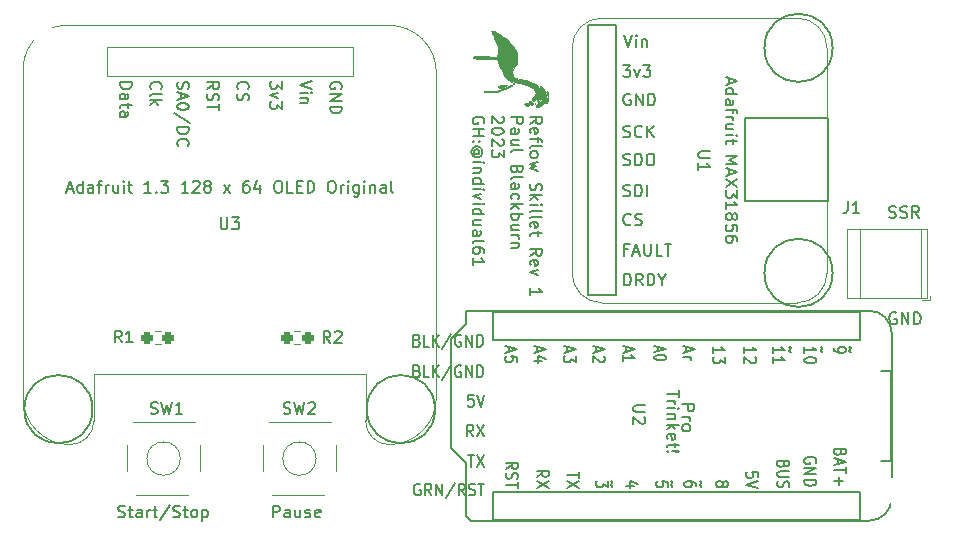
<source format=gto>
G04 #@! TF.GenerationSoftware,KiCad,Pcbnew,7.0.2*
G04 #@! TF.CreationDate,2023-06-01T00:45:36-07:00*
G04 #@! TF.ProjectId,Reflow Skillet Rev 1,5265666c-6f77-4205-936b-696c6c657420,rev?*
G04 #@! TF.SameCoordinates,Original*
G04 #@! TF.FileFunction,Legend,Top*
G04 #@! TF.FilePolarity,Positive*
%FSLAX46Y46*%
G04 Gerber Fmt 4.6, Leading zero omitted, Abs format (unit mm)*
G04 Created by KiCad (PCBNEW 7.0.2) date 2023-06-01 00:45:36*
%MOMM*%
%LPD*%
G01*
G04 APERTURE LIST*
G04 Aperture macros list*
%AMRoundRect*
0 Rectangle with rounded corners*
0 $1 Rounding radius*
0 $2 $3 $4 $5 $6 $7 $8 $9 X,Y pos of 4 corners*
0 Add a 4 corners polygon primitive as box body*
4,1,4,$2,$3,$4,$5,$6,$7,$8,$9,$2,$3,0*
0 Add four circle primitives for the rounded corners*
1,1,$1+$1,$2,$3*
1,1,$1+$1,$4,$5*
1,1,$1+$1,$6,$7*
1,1,$1+$1,$8,$9*
0 Add four rect primitives between the rounded corners*
20,1,$1+$1,$2,$3,$4,$5,0*
20,1,$1+$1,$4,$5,$6,$7,0*
20,1,$1+$1,$6,$7,$8,$9,0*
20,1,$1+$1,$8,$9,$2,$3,0*%
G04 Aperture macros list end*
%ADD10C,0.153000*%
%ADD11C,0.150000*%
%ADD12C,0.127000*%
%ADD13C,0.120000*%
%ADD14C,0.050000*%
%ADD15C,0.010000*%
%ADD16C,1.879600*%
%ADD17RoundRect,0.237500X0.250000X0.237500X-0.250000X0.237500X-0.250000X-0.237500X0.250000X-0.237500X0*%
%ADD18R,1.700000X1.700000*%
%ADD19C,1.700000*%
%ADD20C,1.930400*%
%ADD21C,2.500000*%
%ADD22R,2.100000X2.100000*%
%ADD23C,2.100000*%
%ADD24RoundRect,0.237500X-0.250000X-0.237500X0.250000X-0.237500X0.250000X0.237500X-0.250000X0.237500X0*%
G04 APERTURE END LIST*
D10*
X142000000Y-73227619D02*
X142000000Y-72227619D01*
X142000000Y-72227619D02*
X142380952Y-72227619D01*
X142380952Y-72227619D02*
X142476190Y-72275238D01*
X142476190Y-72275238D02*
X142523809Y-72322857D01*
X142523809Y-72322857D02*
X142571428Y-72418095D01*
X142571428Y-72418095D02*
X142571428Y-72560952D01*
X142571428Y-72560952D02*
X142523809Y-72656190D01*
X142523809Y-72656190D02*
X142476190Y-72703809D01*
X142476190Y-72703809D02*
X142380952Y-72751428D01*
X142380952Y-72751428D02*
X142000000Y-72751428D01*
X143428571Y-73227619D02*
X143428571Y-72703809D01*
X143428571Y-72703809D02*
X143380952Y-72608571D01*
X143380952Y-72608571D02*
X143285714Y-72560952D01*
X143285714Y-72560952D02*
X143095238Y-72560952D01*
X143095238Y-72560952D02*
X143000000Y-72608571D01*
X143428571Y-73180000D02*
X143333333Y-73227619D01*
X143333333Y-73227619D02*
X143095238Y-73227619D01*
X143095238Y-73227619D02*
X143000000Y-73180000D01*
X143000000Y-73180000D02*
X142952381Y-73084761D01*
X142952381Y-73084761D02*
X142952381Y-72989523D01*
X142952381Y-72989523D02*
X143000000Y-72894285D01*
X143000000Y-72894285D02*
X143095238Y-72846666D01*
X143095238Y-72846666D02*
X143333333Y-72846666D01*
X143333333Y-72846666D02*
X143428571Y-72799047D01*
X144333333Y-72560952D02*
X144333333Y-73227619D01*
X143904762Y-72560952D02*
X143904762Y-73084761D01*
X143904762Y-73084761D02*
X143952381Y-73180000D01*
X143952381Y-73180000D02*
X144047619Y-73227619D01*
X144047619Y-73227619D02*
X144190476Y-73227619D01*
X144190476Y-73227619D02*
X144285714Y-73180000D01*
X144285714Y-73180000D02*
X144333333Y-73132380D01*
X144761905Y-73180000D02*
X144857143Y-73227619D01*
X144857143Y-73227619D02*
X145047619Y-73227619D01*
X145047619Y-73227619D02*
X145142857Y-73180000D01*
X145142857Y-73180000D02*
X145190476Y-73084761D01*
X145190476Y-73084761D02*
X145190476Y-73037142D01*
X145190476Y-73037142D02*
X145142857Y-72941904D01*
X145142857Y-72941904D02*
X145047619Y-72894285D01*
X145047619Y-72894285D02*
X144904762Y-72894285D01*
X144904762Y-72894285D02*
X144809524Y-72846666D01*
X144809524Y-72846666D02*
X144761905Y-72751428D01*
X144761905Y-72751428D02*
X144761905Y-72703809D01*
X144761905Y-72703809D02*
X144809524Y-72608571D01*
X144809524Y-72608571D02*
X144904762Y-72560952D01*
X144904762Y-72560952D02*
X145047619Y-72560952D01*
X145047619Y-72560952D02*
X145142857Y-72608571D01*
X146000000Y-73180000D02*
X145904762Y-73227619D01*
X145904762Y-73227619D02*
X145714286Y-73227619D01*
X145714286Y-73227619D02*
X145619048Y-73180000D01*
X145619048Y-73180000D02*
X145571429Y-73084761D01*
X145571429Y-73084761D02*
X145571429Y-72703809D01*
X145571429Y-72703809D02*
X145619048Y-72608571D01*
X145619048Y-72608571D02*
X145714286Y-72560952D01*
X145714286Y-72560952D02*
X145904762Y-72560952D01*
X145904762Y-72560952D02*
X146000000Y-72608571D01*
X146000000Y-72608571D02*
X146047619Y-72703809D01*
X146047619Y-72703809D02*
X146047619Y-72799047D01*
X146047619Y-72799047D02*
X145571429Y-72894285D01*
X163782380Y-39909523D02*
X164258571Y-39576190D01*
X163782380Y-39338095D02*
X164782380Y-39338095D01*
X164782380Y-39338095D02*
X164782380Y-39719047D01*
X164782380Y-39719047D02*
X164734761Y-39814285D01*
X164734761Y-39814285D02*
X164687142Y-39861904D01*
X164687142Y-39861904D02*
X164591904Y-39909523D01*
X164591904Y-39909523D02*
X164449047Y-39909523D01*
X164449047Y-39909523D02*
X164353809Y-39861904D01*
X164353809Y-39861904D02*
X164306190Y-39814285D01*
X164306190Y-39814285D02*
X164258571Y-39719047D01*
X164258571Y-39719047D02*
X164258571Y-39338095D01*
X163830000Y-40719047D02*
X163782380Y-40623809D01*
X163782380Y-40623809D02*
X163782380Y-40433333D01*
X163782380Y-40433333D02*
X163830000Y-40338095D01*
X163830000Y-40338095D02*
X163925238Y-40290476D01*
X163925238Y-40290476D02*
X164306190Y-40290476D01*
X164306190Y-40290476D02*
X164401428Y-40338095D01*
X164401428Y-40338095D02*
X164449047Y-40433333D01*
X164449047Y-40433333D02*
X164449047Y-40623809D01*
X164449047Y-40623809D02*
X164401428Y-40719047D01*
X164401428Y-40719047D02*
X164306190Y-40766666D01*
X164306190Y-40766666D02*
X164210952Y-40766666D01*
X164210952Y-40766666D02*
X164115714Y-40290476D01*
X164449047Y-41052381D02*
X164449047Y-41433333D01*
X163782380Y-41195238D02*
X164639523Y-41195238D01*
X164639523Y-41195238D02*
X164734761Y-41242857D01*
X164734761Y-41242857D02*
X164782380Y-41338095D01*
X164782380Y-41338095D02*
X164782380Y-41433333D01*
X163782380Y-41909524D02*
X163830000Y-41814286D01*
X163830000Y-41814286D02*
X163925238Y-41766667D01*
X163925238Y-41766667D02*
X164782380Y-41766667D01*
X163782380Y-42433334D02*
X163830000Y-42338096D01*
X163830000Y-42338096D02*
X163877619Y-42290477D01*
X163877619Y-42290477D02*
X163972857Y-42242858D01*
X163972857Y-42242858D02*
X164258571Y-42242858D01*
X164258571Y-42242858D02*
X164353809Y-42290477D01*
X164353809Y-42290477D02*
X164401428Y-42338096D01*
X164401428Y-42338096D02*
X164449047Y-42433334D01*
X164449047Y-42433334D02*
X164449047Y-42576191D01*
X164449047Y-42576191D02*
X164401428Y-42671429D01*
X164401428Y-42671429D02*
X164353809Y-42719048D01*
X164353809Y-42719048D02*
X164258571Y-42766667D01*
X164258571Y-42766667D02*
X163972857Y-42766667D01*
X163972857Y-42766667D02*
X163877619Y-42719048D01*
X163877619Y-42719048D02*
X163830000Y-42671429D01*
X163830000Y-42671429D02*
X163782380Y-42576191D01*
X163782380Y-42576191D02*
X163782380Y-42433334D01*
X164449047Y-43100001D02*
X163782380Y-43290477D01*
X163782380Y-43290477D02*
X164258571Y-43480953D01*
X164258571Y-43480953D02*
X163782380Y-43671429D01*
X163782380Y-43671429D02*
X164449047Y-43861905D01*
X163830000Y-44957144D02*
X163782380Y-45100001D01*
X163782380Y-45100001D02*
X163782380Y-45338096D01*
X163782380Y-45338096D02*
X163830000Y-45433334D01*
X163830000Y-45433334D02*
X163877619Y-45480953D01*
X163877619Y-45480953D02*
X163972857Y-45528572D01*
X163972857Y-45528572D02*
X164068095Y-45528572D01*
X164068095Y-45528572D02*
X164163333Y-45480953D01*
X164163333Y-45480953D02*
X164210952Y-45433334D01*
X164210952Y-45433334D02*
X164258571Y-45338096D01*
X164258571Y-45338096D02*
X164306190Y-45147620D01*
X164306190Y-45147620D02*
X164353809Y-45052382D01*
X164353809Y-45052382D02*
X164401428Y-45004763D01*
X164401428Y-45004763D02*
X164496666Y-44957144D01*
X164496666Y-44957144D02*
X164591904Y-44957144D01*
X164591904Y-44957144D02*
X164687142Y-45004763D01*
X164687142Y-45004763D02*
X164734761Y-45052382D01*
X164734761Y-45052382D02*
X164782380Y-45147620D01*
X164782380Y-45147620D02*
X164782380Y-45385715D01*
X164782380Y-45385715D02*
X164734761Y-45528572D01*
X163782380Y-45957144D02*
X164782380Y-45957144D01*
X164163333Y-46052382D02*
X163782380Y-46338096D01*
X164449047Y-46338096D02*
X164068095Y-45957144D01*
X163782380Y-46766668D02*
X164449047Y-46766668D01*
X164782380Y-46766668D02*
X164734761Y-46719049D01*
X164734761Y-46719049D02*
X164687142Y-46766668D01*
X164687142Y-46766668D02*
X164734761Y-46814287D01*
X164734761Y-46814287D02*
X164782380Y-46766668D01*
X164782380Y-46766668D02*
X164687142Y-46766668D01*
X163782380Y-47385715D02*
X163830000Y-47290477D01*
X163830000Y-47290477D02*
X163925238Y-47242858D01*
X163925238Y-47242858D02*
X164782380Y-47242858D01*
X163782380Y-47909525D02*
X163830000Y-47814287D01*
X163830000Y-47814287D02*
X163925238Y-47766668D01*
X163925238Y-47766668D02*
X164782380Y-47766668D01*
X163830000Y-48671430D02*
X163782380Y-48576192D01*
X163782380Y-48576192D02*
X163782380Y-48385716D01*
X163782380Y-48385716D02*
X163830000Y-48290478D01*
X163830000Y-48290478D02*
X163925238Y-48242859D01*
X163925238Y-48242859D02*
X164306190Y-48242859D01*
X164306190Y-48242859D02*
X164401428Y-48290478D01*
X164401428Y-48290478D02*
X164449047Y-48385716D01*
X164449047Y-48385716D02*
X164449047Y-48576192D01*
X164449047Y-48576192D02*
X164401428Y-48671430D01*
X164401428Y-48671430D02*
X164306190Y-48719049D01*
X164306190Y-48719049D02*
X164210952Y-48719049D01*
X164210952Y-48719049D02*
X164115714Y-48242859D01*
X164449047Y-49004764D02*
X164449047Y-49385716D01*
X164782380Y-49147621D02*
X163925238Y-49147621D01*
X163925238Y-49147621D02*
X163830000Y-49195240D01*
X163830000Y-49195240D02*
X163782380Y-49290478D01*
X163782380Y-49290478D02*
X163782380Y-49385716D01*
X163782380Y-51052383D02*
X164258571Y-50719050D01*
X163782380Y-50480955D02*
X164782380Y-50480955D01*
X164782380Y-50480955D02*
X164782380Y-50861907D01*
X164782380Y-50861907D02*
X164734761Y-50957145D01*
X164734761Y-50957145D02*
X164687142Y-51004764D01*
X164687142Y-51004764D02*
X164591904Y-51052383D01*
X164591904Y-51052383D02*
X164449047Y-51052383D01*
X164449047Y-51052383D02*
X164353809Y-51004764D01*
X164353809Y-51004764D02*
X164306190Y-50957145D01*
X164306190Y-50957145D02*
X164258571Y-50861907D01*
X164258571Y-50861907D02*
X164258571Y-50480955D01*
X163830000Y-51861907D02*
X163782380Y-51766669D01*
X163782380Y-51766669D02*
X163782380Y-51576193D01*
X163782380Y-51576193D02*
X163830000Y-51480955D01*
X163830000Y-51480955D02*
X163925238Y-51433336D01*
X163925238Y-51433336D02*
X164306190Y-51433336D01*
X164306190Y-51433336D02*
X164401428Y-51480955D01*
X164401428Y-51480955D02*
X164449047Y-51576193D01*
X164449047Y-51576193D02*
X164449047Y-51766669D01*
X164449047Y-51766669D02*
X164401428Y-51861907D01*
X164401428Y-51861907D02*
X164306190Y-51909526D01*
X164306190Y-51909526D02*
X164210952Y-51909526D01*
X164210952Y-51909526D02*
X164115714Y-51433336D01*
X164449047Y-52242860D02*
X163782380Y-52480955D01*
X163782380Y-52480955D02*
X164449047Y-52719050D01*
X163782380Y-54385717D02*
X163782380Y-53814289D01*
X163782380Y-54100003D02*
X164782380Y-54100003D01*
X164782380Y-54100003D02*
X164639523Y-54004765D01*
X164639523Y-54004765D02*
X164544285Y-53909527D01*
X164544285Y-53909527D02*
X164496666Y-53814289D01*
X162162380Y-39338095D02*
X163162380Y-39338095D01*
X163162380Y-39338095D02*
X163162380Y-39719047D01*
X163162380Y-39719047D02*
X163114761Y-39814285D01*
X163114761Y-39814285D02*
X163067142Y-39861904D01*
X163067142Y-39861904D02*
X162971904Y-39909523D01*
X162971904Y-39909523D02*
X162829047Y-39909523D01*
X162829047Y-39909523D02*
X162733809Y-39861904D01*
X162733809Y-39861904D02*
X162686190Y-39814285D01*
X162686190Y-39814285D02*
X162638571Y-39719047D01*
X162638571Y-39719047D02*
X162638571Y-39338095D01*
X162162380Y-40766666D02*
X162686190Y-40766666D01*
X162686190Y-40766666D02*
X162781428Y-40719047D01*
X162781428Y-40719047D02*
X162829047Y-40623809D01*
X162829047Y-40623809D02*
X162829047Y-40433333D01*
X162829047Y-40433333D02*
X162781428Y-40338095D01*
X162210000Y-40766666D02*
X162162380Y-40671428D01*
X162162380Y-40671428D02*
X162162380Y-40433333D01*
X162162380Y-40433333D02*
X162210000Y-40338095D01*
X162210000Y-40338095D02*
X162305238Y-40290476D01*
X162305238Y-40290476D02*
X162400476Y-40290476D01*
X162400476Y-40290476D02*
X162495714Y-40338095D01*
X162495714Y-40338095D02*
X162543333Y-40433333D01*
X162543333Y-40433333D02*
X162543333Y-40671428D01*
X162543333Y-40671428D02*
X162590952Y-40766666D01*
X162829047Y-41671428D02*
X162162380Y-41671428D01*
X162829047Y-41242857D02*
X162305238Y-41242857D01*
X162305238Y-41242857D02*
X162210000Y-41290476D01*
X162210000Y-41290476D02*
X162162380Y-41385714D01*
X162162380Y-41385714D02*
X162162380Y-41528571D01*
X162162380Y-41528571D02*
X162210000Y-41623809D01*
X162210000Y-41623809D02*
X162257619Y-41671428D01*
X162162380Y-42290476D02*
X162210000Y-42195238D01*
X162210000Y-42195238D02*
X162305238Y-42147619D01*
X162305238Y-42147619D02*
X163162380Y-42147619D01*
X162686190Y-43766667D02*
X162638571Y-43909524D01*
X162638571Y-43909524D02*
X162590952Y-43957143D01*
X162590952Y-43957143D02*
X162495714Y-44004762D01*
X162495714Y-44004762D02*
X162352857Y-44004762D01*
X162352857Y-44004762D02*
X162257619Y-43957143D01*
X162257619Y-43957143D02*
X162210000Y-43909524D01*
X162210000Y-43909524D02*
X162162380Y-43814286D01*
X162162380Y-43814286D02*
X162162380Y-43433334D01*
X162162380Y-43433334D02*
X163162380Y-43433334D01*
X163162380Y-43433334D02*
X163162380Y-43766667D01*
X163162380Y-43766667D02*
X163114761Y-43861905D01*
X163114761Y-43861905D02*
X163067142Y-43909524D01*
X163067142Y-43909524D02*
X162971904Y-43957143D01*
X162971904Y-43957143D02*
X162876666Y-43957143D01*
X162876666Y-43957143D02*
X162781428Y-43909524D01*
X162781428Y-43909524D02*
X162733809Y-43861905D01*
X162733809Y-43861905D02*
X162686190Y-43766667D01*
X162686190Y-43766667D02*
X162686190Y-43433334D01*
X162162380Y-44576191D02*
X162210000Y-44480953D01*
X162210000Y-44480953D02*
X162305238Y-44433334D01*
X162305238Y-44433334D02*
X163162380Y-44433334D01*
X162162380Y-45385715D02*
X162686190Y-45385715D01*
X162686190Y-45385715D02*
X162781428Y-45338096D01*
X162781428Y-45338096D02*
X162829047Y-45242858D01*
X162829047Y-45242858D02*
X162829047Y-45052382D01*
X162829047Y-45052382D02*
X162781428Y-44957144D01*
X162210000Y-45385715D02*
X162162380Y-45290477D01*
X162162380Y-45290477D02*
X162162380Y-45052382D01*
X162162380Y-45052382D02*
X162210000Y-44957144D01*
X162210000Y-44957144D02*
X162305238Y-44909525D01*
X162305238Y-44909525D02*
X162400476Y-44909525D01*
X162400476Y-44909525D02*
X162495714Y-44957144D01*
X162495714Y-44957144D02*
X162543333Y-45052382D01*
X162543333Y-45052382D02*
X162543333Y-45290477D01*
X162543333Y-45290477D02*
X162590952Y-45385715D01*
X162210000Y-46290477D02*
X162162380Y-46195239D01*
X162162380Y-46195239D02*
X162162380Y-46004763D01*
X162162380Y-46004763D02*
X162210000Y-45909525D01*
X162210000Y-45909525D02*
X162257619Y-45861906D01*
X162257619Y-45861906D02*
X162352857Y-45814287D01*
X162352857Y-45814287D02*
X162638571Y-45814287D01*
X162638571Y-45814287D02*
X162733809Y-45861906D01*
X162733809Y-45861906D02*
X162781428Y-45909525D01*
X162781428Y-45909525D02*
X162829047Y-46004763D01*
X162829047Y-46004763D02*
X162829047Y-46195239D01*
X162829047Y-46195239D02*
X162781428Y-46290477D01*
X162162380Y-46719049D02*
X163162380Y-46719049D01*
X162543333Y-46814287D02*
X162162380Y-47100001D01*
X162829047Y-47100001D02*
X162448095Y-46719049D01*
X162162380Y-47528573D02*
X163162380Y-47528573D01*
X162781428Y-47528573D02*
X162829047Y-47623811D01*
X162829047Y-47623811D02*
X162829047Y-47814287D01*
X162829047Y-47814287D02*
X162781428Y-47909525D01*
X162781428Y-47909525D02*
X162733809Y-47957144D01*
X162733809Y-47957144D02*
X162638571Y-48004763D01*
X162638571Y-48004763D02*
X162352857Y-48004763D01*
X162352857Y-48004763D02*
X162257619Y-47957144D01*
X162257619Y-47957144D02*
X162210000Y-47909525D01*
X162210000Y-47909525D02*
X162162380Y-47814287D01*
X162162380Y-47814287D02*
X162162380Y-47623811D01*
X162162380Y-47623811D02*
X162210000Y-47528573D01*
X162829047Y-48861906D02*
X162162380Y-48861906D01*
X162829047Y-48433335D02*
X162305238Y-48433335D01*
X162305238Y-48433335D02*
X162210000Y-48480954D01*
X162210000Y-48480954D02*
X162162380Y-48576192D01*
X162162380Y-48576192D02*
X162162380Y-48719049D01*
X162162380Y-48719049D02*
X162210000Y-48814287D01*
X162210000Y-48814287D02*
X162257619Y-48861906D01*
X162162380Y-49338097D02*
X162829047Y-49338097D01*
X162638571Y-49338097D02*
X162733809Y-49385716D01*
X162733809Y-49385716D02*
X162781428Y-49433335D01*
X162781428Y-49433335D02*
X162829047Y-49528573D01*
X162829047Y-49528573D02*
X162829047Y-49623811D01*
X162829047Y-49957145D02*
X162162380Y-49957145D01*
X162733809Y-49957145D02*
X162781428Y-50004764D01*
X162781428Y-50004764D02*
X162829047Y-50100002D01*
X162829047Y-50100002D02*
X162829047Y-50242859D01*
X162829047Y-50242859D02*
X162781428Y-50338097D01*
X162781428Y-50338097D02*
X162686190Y-50385716D01*
X162686190Y-50385716D02*
X162162380Y-50385716D01*
X161447142Y-39290476D02*
X161494761Y-39338095D01*
X161494761Y-39338095D02*
X161542380Y-39433333D01*
X161542380Y-39433333D02*
X161542380Y-39671428D01*
X161542380Y-39671428D02*
X161494761Y-39766666D01*
X161494761Y-39766666D02*
X161447142Y-39814285D01*
X161447142Y-39814285D02*
X161351904Y-39861904D01*
X161351904Y-39861904D02*
X161256666Y-39861904D01*
X161256666Y-39861904D02*
X161113809Y-39814285D01*
X161113809Y-39814285D02*
X160542380Y-39242857D01*
X160542380Y-39242857D02*
X160542380Y-39861904D01*
X161542380Y-40480952D02*
X161542380Y-40576190D01*
X161542380Y-40576190D02*
X161494761Y-40671428D01*
X161494761Y-40671428D02*
X161447142Y-40719047D01*
X161447142Y-40719047D02*
X161351904Y-40766666D01*
X161351904Y-40766666D02*
X161161428Y-40814285D01*
X161161428Y-40814285D02*
X160923333Y-40814285D01*
X160923333Y-40814285D02*
X160732857Y-40766666D01*
X160732857Y-40766666D02*
X160637619Y-40719047D01*
X160637619Y-40719047D02*
X160590000Y-40671428D01*
X160590000Y-40671428D02*
X160542380Y-40576190D01*
X160542380Y-40576190D02*
X160542380Y-40480952D01*
X160542380Y-40480952D02*
X160590000Y-40385714D01*
X160590000Y-40385714D02*
X160637619Y-40338095D01*
X160637619Y-40338095D02*
X160732857Y-40290476D01*
X160732857Y-40290476D02*
X160923333Y-40242857D01*
X160923333Y-40242857D02*
X161161428Y-40242857D01*
X161161428Y-40242857D02*
X161351904Y-40290476D01*
X161351904Y-40290476D02*
X161447142Y-40338095D01*
X161447142Y-40338095D02*
X161494761Y-40385714D01*
X161494761Y-40385714D02*
X161542380Y-40480952D01*
X161447142Y-41195238D02*
X161494761Y-41242857D01*
X161494761Y-41242857D02*
X161542380Y-41338095D01*
X161542380Y-41338095D02*
X161542380Y-41576190D01*
X161542380Y-41576190D02*
X161494761Y-41671428D01*
X161494761Y-41671428D02*
X161447142Y-41719047D01*
X161447142Y-41719047D02*
X161351904Y-41766666D01*
X161351904Y-41766666D02*
X161256666Y-41766666D01*
X161256666Y-41766666D02*
X161113809Y-41719047D01*
X161113809Y-41719047D02*
X160542380Y-41147619D01*
X160542380Y-41147619D02*
X160542380Y-41766666D01*
X161542380Y-42100000D02*
X161542380Y-42719047D01*
X161542380Y-42719047D02*
X161161428Y-42385714D01*
X161161428Y-42385714D02*
X161161428Y-42528571D01*
X161161428Y-42528571D02*
X161113809Y-42623809D01*
X161113809Y-42623809D02*
X161066190Y-42671428D01*
X161066190Y-42671428D02*
X160970952Y-42719047D01*
X160970952Y-42719047D02*
X160732857Y-42719047D01*
X160732857Y-42719047D02*
X160637619Y-42671428D01*
X160637619Y-42671428D02*
X160590000Y-42623809D01*
X160590000Y-42623809D02*
X160542380Y-42528571D01*
X160542380Y-42528571D02*
X160542380Y-42242857D01*
X160542380Y-42242857D02*
X160590000Y-42147619D01*
X160590000Y-42147619D02*
X160637619Y-42100000D01*
X159874761Y-39861904D02*
X159922380Y-39766666D01*
X159922380Y-39766666D02*
X159922380Y-39623809D01*
X159922380Y-39623809D02*
X159874761Y-39480952D01*
X159874761Y-39480952D02*
X159779523Y-39385714D01*
X159779523Y-39385714D02*
X159684285Y-39338095D01*
X159684285Y-39338095D02*
X159493809Y-39290476D01*
X159493809Y-39290476D02*
X159350952Y-39290476D01*
X159350952Y-39290476D02*
X159160476Y-39338095D01*
X159160476Y-39338095D02*
X159065238Y-39385714D01*
X159065238Y-39385714D02*
X158970000Y-39480952D01*
X158970000Y-39480952D02*
X158922380Y-39623809D01*
X158922380Y-39623809D02*
X158922380Y-39719047D01*
X158922380Y-39719047D02*
X158970000Y-39861904D01*
X158970000Y-39861904D02*
X159017619Y-39909523D01*
X159017619Y-39909523D02*
X159350952Y-39909523D01*
X159350952Y-39909523D02*
X159350952Y-39719047D01*
X158922380Y-40338095D02*
X159922380Y-40338095D01*
X159446190Y-40338095D02*
X159446190Y-40909523D01*
X158922380Y-40909523D02*
X159922380Y-40909523D01*
X159017619Y-41385714D02*
X158970000Y-41433333D01*
X158970000Y-41433333D02*
X158922380Y-41385714D01*
X158922380Y-41385714D02*
X158970000Y-41338095D01*
X158970000Y-41338095D02*
X159017619Y-41385714D01*
X159017619Y-41385714D02*
X158922380Y-41385714D01*
X159541428Y-41385714D02*
X159493809Y-41433333D01*
X159493809Y-41433333D02*
X159446190Y-41385714D01*
X159446190Y-41385714D02*
X159493809Y-41338095D01*
X159493809Y-41338095D02*
X159541428Y-41385714D01*
X159541428Y-41385714D02*
X159446190Y-41385714D01*
X159398571Y-42480951D02*
X159446190Y-42433332D01*
X159446190Y-42433332D02*
X159493809Y-42338094D01*
X159493809Y-42338094D02*
X159493809Y-42242856D01*
X159493809Y-42242856D02*
X159446190Y-42147618D01*
X159446190Y-42147618D02*
X159398571Y-42099999D01*
X159398571Y-42099999D02*
X159303333Y-42052380D01*
X159303333Y-42052380D02*
X159208095Y-42052380D01*
X159208095Y-42052380D02*
X159112857Y-42099999D01*
X159112857Y-42099999D02*
X159065238Y-42147618D01*
X159065238Y-42147618D02*
X159017619Y-42242856D01*
X159017619Y-42242856D02*
X159017619Y-42338094D01*
X159017619Y-42338094D02*
X159065238Y-42433332D01*
X159065238Y-42433332D02*
X159112857Y-42480951D01*
X159493809Y-42480951D02*
X159112857Y-42480951D01*
X159112857Y-42480951D02*
X159065238Y-42528570D01*
X159065238Y-42528570D02*
X159065238Y-42576189D01*
X159065238Y-42576189D02*
X159112857Y-42671428D01*
X159112857Y-42671428D02*
X159208095Y-42719047D01*
X159208095Y-42719047D02*
X159446190Y-42719047D01*
X159446190Y-42719047D02*
X159589047Y-42623809D01*
X159589047Y-42623809D02*
X159684285Y-42480951D01*
X159684285Y-42480951D02*
X159731904Y-42290475D01*
X159731904Y-42290475D02*
X159684285Y-42099999D01*
X159684285Y-42099999D02*
X159589047Y-41957142D01*
X159589047Y-41957142D02*
X159446190Y-41861904D01*
X159446190Y-41861904D02*
X159255714Y-41814285D01*
X159255714Y-41814285D02*
X159065238Y-41861904D01*
X159065238Y-41861904D02*
X158922380Y-41957142D01*
X158922380Y-41957142D02*
X158827142Y-42099999D01*
X158827142Y-42099999D02*
X158779523Y-42290475D01*
X158779523Y-42290475D02*
X158827142Y-42480951D01*
X158827142Y-42480951D02*
X158922380Y-42623809D01*
X158922380Y-43147618D02*
X159589047Y-43147618D01*
X159922380Y-43147618D02*
X159874761Y-43099999D01*
X159874761Y-43099999D02*
X159827142Y-43147618D01*
X159827142Y-43147618D02*
X159874761Y-43195237D01*
X159874761Y-43195237D02*
X159922380Y-43147618D01*
X159922380Y-43147618D02*
X159827142Y-43147618D01*
X159589047Y-43623808D02*
X158922380Y-43623808D01*
X159493809Y-43623808D02*
X159541428Y-43671427D01*
X159541428Y-43671427D02*
X159589047Y-43766665D01*
X159589047Y-43766665D02*
X159589047Y-43909522D01*
X159589047Y-43909522D02*
X159541428Y-44004760D01*
X159541428Y-44004760D02*
X159446190Y-44052379D01*
X159446190Y-44052379D02*
X158922380Y-44052379D01*
X158922380Y-44957141D02*
X159922380Y-44957141D01*
X158970000Y-44957141D02*
X158922380Y-44861903D01*
X158922380Y-44861903D02*
X158922380Y-44671427D01*
X158922380Y-44671427D02*
X158970000Y-44576189D01*
X158970000Y-44576189D02*
X159017619Y-44528570D01*
X159017619Y-44528570D02*
X159112857Y-44480951D01*
X159112857Y-44480951D02*
X159398571Y-44480951D01*
X159398571Y-44480951D02*
X159493809Y-44528570D01*
X159493809Y-44528570D02*
X159541428Y-44576189D01*
X159541428Y-44576189D02*
X159589047Y-44671427D01*
X159589047Y-44671427D02*
X159589047Y-44861903D01*
X159589047Y-44861903D02*
X159541428Y-44957141D01*
X158922380Y-45433332D02*
X159589047Y-45433332D01*
X159922380Y-45433332D02*
X159874761Y-45385713D01*
X159874761Y-45385713D02*
X159827142Y-45433332D01*
X159827142Y-45433332D02*
X159874761Y-45480951D01*
X159874761Y-45480951D02*
X159922380Y-45433332D01*
X159922380Y-45433332D02*
X159827142Y-45433332D01*
X159589047Y-45814284D02*
X158922380Y-46052379D01*
X158922380Y-46052379D02*
X159589047Y-46290474D01*
X158922380Y-46671427D02*
X159589047Y-46671427D01*
X159922380Y-46671427D02*
X159874761Y-46623808D01*
X159874761Y-46623808D02*
X159827142Y-46671427D01*
X159827142Y-46671427D02*
X159874761Y-46719046D01*
X159874761Y-46719046D02*
X159922380Y-46671427D01*
X159922380Y-46671427D02*
X159827142Y-46671427D01*
X158922380Y-47576188D02*
X159922380Y-47576188D01*
X158970000Y-47576188D02*
X158922380Y-47480950D01*
X158922380Y-47480950D02*
X158922380Y-47290474D01*
X158922380Y-47290474D02*
X158970000Y-47195236D01*
X158970000Y-47195236D02*
X159017619Y-47147617D01*
X159017619Y-47147617D02*
X159112857Y-47099998D01*
X159112857Y-47099998D02*
X159398571Y-47099998D01*
X159398571Y-47099998D02*
X159493809Y-47147617D01*
X159493809Y-47147617D02*
X159541428Y-47195236D01*
X159541428Y-47195236D02*
X159589047Y-47290474D01*
X159589047Y-47290474D02*
X159589047Y-47480950D01*
X159589047Y-47480950D02*
X159541428Y-47576188D01*
X159589047Y-48480950D02*
X158922380Y-48480950D01*
X159589047Y-48052379D02*
X159065238Y-48052379D01*
X159065238Y-48052379D02*
X158970000Y-48099998D01*
X158970000Y-48099998D02*
X158922380Y-48195236D01*
X158922380Y-48195236D02*
X158922380Y-48338093D01*
X158922380Y-48338093D02*
X158970000Y-48433331D01*
X158970000Y-48433331D02*
X159017619Y-48480950D01*
X158922380Y-49385712D02*
X159446190Y-49385712D01*
X159446190Y-49385712D02*
X159541428Y-49338093D01*
X159541428Y-49338093D02*
X159589047Y-49242855D01*
X159589047Y-49242855D02*
X159589047Y-49052379D01*
X159589047Y-49052379D02*
X159541428Y-48957141D01*
X158970000Y-49385712D02*
X158922380Y-49290474D01*
X158922380Y-49290474D02*
X158922380Y-49052379D01*
X158922380Y-49052379D02*
X158970000Y-48957141D01*
X158970000Y-48957141D02*
X159065238Y-48909522D01*
X159065238Y-48909522D02*
X159160476Y-48909522D01*
X159160476Y-48909522D02*
X159255714Y-48957141D01*
X159255714Y-48957141D02*
X159303333Y-49052379D01*
X159303333Y-49052379D02*
X159303333Y-49290474D01*
X159303333Y-49290474D02*
X159350952Y-49385712D01*
X158922380Y-50004760D02*
X158970000Y-49909522D01*
X158970000Y-49909522D02*
X159065238Y-49861903D01*
X159065238Y-49861903D02*
X159922380Y-49861903D01*
X159922380Y-50814284D02*
X159922380Y-50623808D01*
X159922380Y-50623808D02*
X159874761Y-50528570D01*
X159874761Y-50528570D02*
X159827142Y-50480951D01*
X159827142Y-50480951D02*
X159684285Y-50385713D01*
X159684285Y-50385713D02*
X159493809Y-50338094D01*
X159493809Y-50338094D02*
X159112857Y-50338094D01*
X159112857Y-50338094D02*
X159017619Y-50385713D01*
X159017619Y-50385713D02*
X158970000Y-50433332D01*
X158970000Y-50433332D02*
X158922380Y-50528570D01*
X158922380Y-50528570D02*
X158922380Y-50719046D01*
X158922380Y-50719046D02*
X158970000Y-50814284D01*
X158970000Y-50814284D02*
X159017619Y-50861903D01*
X159017619Y-50861903D02*
X159112857Y-50909522D01*
X159112857Y-50909522D02*
X159350952Y-50909522D01*
X159350952Y-50909522D02*
X159446190Y-50861903D01*
X159446190Y-50861903D02*
X159493809Y-50814284D01*
X159493809Y-50814284D02*
X159541428Y-50719046D01*
X159541428Y-50719046D02*
X159541428Y-50528570D01*
X159541428Y-50528570D02*
X159493809Y-50433332D01*
X159493809Y-50433332D02*
X159446190Y-50385713D01*
X159446190Y-50385713D02*
X159350952Y-50338094D01*
X158922380Y-51861903D02*
X158922380Y-51290475D01*
X158922380Y-51576189D02*
X159922380Y-51576189D01*
X159922380Y-51576189D02*
X159779523Y-51480951D01*
X159779523Y-51480951D02*
X159684285Y-51385713D01*
X159684285Y-51385713D02*
X159636666Y-51290475D01*
X128890475Y-73180000D02*
X129033332Y-73227619D01*
X129033332Y-73227619D02*
X129271427Y-73227619D01*
X129271427Y-73227619D02*
X129366665Y-73180000D01*
X129366665Y-73180000D02*
X129414284Y-73132380D01*
X129414284Y-73132380D02*
X129461903Y-73037142D01*
X129461903Y-73037142D02*
X129461903Y-72941904D01*
X129461903Y-72941904D02*
X129414284Y-72846666D01*
X129414284Y-72846666D02*
X129366665Y-72799047D01*
X129366665Y-72799047D02*
X129271427Y-72751428D01*
X129271427Y-72751428D02*
X129080951Y-72703809D01*
X129080951Y-72703809D02*
X128985713Y-72656190D01*
X128985713Y-72656190D02*
X128938094Y-72608571D01*
X128938094Y-72608571D02*
X128890475Y-72513333D01*
X128890475Y-72513333D02*
X128890475Y-72418095D01*
X128890475Y-72418095D02*
X128938094Y-72322857D01*
X128938094Y-72322857D02*
X128985713Y-72275238D01*
X128985713Y-72275238D02*
X129080951Y-72227619D01*
X129080951Y-72227619D02*
X129319046Y-72227619D01*
X129319046Y-72227619D02*
X129461903Y-72275238D01*
X129747618Y-72560952D02*
X130128570Y-72560952D01*
X129890475Y-72227619D02*
X129890475Y-73084761D01*
X129890475Y-73084761D02*
X129938094Y-73180000D01*
X129938094Y-73180000D02*
X130033332Y-73227619D01*
X130033332Y-73227619D02*
X130128570Y-73227619D01*
X130890475Y-73227619D02*
X130890475Y-72703809D01*
X130890475Y-72703809D02*
X130842856Y-72608571D01*
X130842856Y-72608571D02*
X130747618Y-72560952D01*
X130747618Y-72560952D02*
X130557142Y-72560952D01*
X130557142Y-72560952D02*
X130461904Y-72608571D01*
X130890475Y-73180000D02*
X130795237Y-73227619D01*
X130795237Y-73227619D02*
X130557142Y-73227619D01*
X130557142Y-73227619D02*
X130461904Y-73180000D01*
X130461904Y-73180000D02*
X130414285Y-73084761D01*
X130414285Y-73084761D02*
X130414285Y-72989523D01*
X130414285Y-72989523D02*
X130461904Y-72894285D01*
X130461904Y-72894285D02*
X130557142Y-72846666D01*
X130557142Y-72846666D02*
X130795237Y-72846666D01*
X130795237Y-72846666D02*
X130890475Y-72799047D01*
X131366666Y-73227619D02*
X131366666Y-72560952D01*
X131366666Y-72751428D02*
X131414285Y-72656190D01*
X131414285Y-72656190D02*
X131461904Y-72608571D01*
X131461904Y-72608571D02*
X131557142Y-72560952D01*
X131557142Y-72560952D02*
X131652380Y-72560952D01*
X131842857Y-72560952D02*
X132223809Y-72560952D01*
X131985714Y-72227619D02*
X131985714Y-73084761D01*
X131985714Y-73084761D02*
X132033333Y-73180000D01*
X132033333Y-73180000D02*
X132128571Y-73227619D01*
X132128571Y-73227619D02*
X132223809Y-73227619D01*
X133271428Y-72180000D02*
X132414286Y-73465714D01*
X133557143Y-73180000D02*
X133700000Y-73227619D01*
X133700000Y-73227619D02*
X133938095Y-73227619D01*
X133938095Y-73227619D02*
X134033333Y-73180000D01*
X134033333Y-73180000D02*
X134080952Y-73132380D01*
X134080952Y-73132380D02*
X134128571Y-73037142D01*
X134128571Y-73037142D02*
X134128571Y-72941904D01*
X134128571Y-72941904D02*
X134080952Y-72846666D01*
X134080952Y-72846666D02*
X134033333Y-72799047D01*
X134033333Y-72799047D02*
X133938095Y-72751428D01*
X133938095Y-72751428D02*
X133747619Y-72703809D01*
X133747619Y-72703809D02*
X133652381Y-72656190D01*
X133652381Y-72656190D02*
X133604762Y-72608571D01*
X133604762Y-72608571D02*
X133557143Y-72513333D01*
X133557143Y-72513333D02*
X133557143Y-72418095D01*
X133557143Y-72418095D02*
X133604762Y-72322857D01*
X133604762Y-72322857D02*
X133652381Y-72275238D01*
X133652381Y-72275238D02*
X133747619Y-72227619D01*
X133747619Y-72227619D02*
X133985714Y-72227619D01*
X133985714Y-72227619D02*
X134128571Y-72275238D01*
X134414286Y-72560952D02*
X134795238Y-72560952D01*
X134557143Y-72227619D02*
X134557143Y-73084761D01*
X134557143Y-73084761D02*
X134604762Y-73180000D01*
X134604762Y-73180000D02*
X134700000Y-73227619D01*
X134700000Y-73227619D02*
X134795238Y-73227619D01*
X135271429Y-73227619D02*
X135176191Y-73180000D01*
X135176191Y-73180000D02*
X135128572Y-73132380D01*
X135128572Y-73132380D02*
X135080953Y-73037142D01*
X135080953Y-73037142D02*
X135080953Y-72751428D01*
X135080953Y-72751428D02*
X135128572Y-72656190D01*
X135128572Y-72656190D02*
X135176191Y-72608571D01*
X135176191Y-72608571D02*
X135271429Y-72560952D01*
X135271429Y-72560952D02*
X135414286Y-72560952D01*
X135414286Y-72560952D02*
X135509524Y-72608571D01*
X135509524Y-72608571D02*
X135557143Y-72656190D01*
X135557143Y-72656190D02*
X135604762Y-72751428D01*
X135604762Y-72751428D02*
X135604762Y-73037142D01*
X135604762Y-73037142D02*
X135557143Y-73132380D01*
X135557143Y-73132380D02*
X135509524Y-73180000D01*
X135509524Y-73180000D02*
X135414286Y-73227619D01*
X135414286Y-73227619D02*
X135271429Y-73227619D01*
X136033334Y-72560952D02*
X136033334Y-73560952D01*
X136033334Y-72608571D02*
X136128572Y-72560952D01*
X136128572Y-72560952D02*
X136319048Y-72560952D01*
X136319048Y-72560952D02*
X136414286Y-72608571D01*
X136414286Y-72608571D02*
X136461905Y-72656190D01*
X136461905Y-72656190D02*
X136509524Y-72751428D01*
X136509524Y-72751428D02*
X136509524Y-73037142D01*
X136509524Y-73037142D02*
X136461905Y-73132380D01*
X136461905Y-73132380D02*
X136414286Y-73180000D01*
X136414286Y-73180000D02*
X136319048Y-73227619D01*
X136319048Y-73227619D02*
X136128572Y-73227619D01*
X136128572Y-73227619D02*
X136033334Y-73180000D01*
X194190476Y-47830000D02*
X194333333Y-47877619D01*
X194333333Y-47877619D02*
X194571428Y-47877619D01*
X194571428Y-47877619D02*
X194666666Y-47830000D01*
X194666666Y-47830000D02*
X194714285Y-47782380D01*
X194714285Y-47782380D02*
X194761904Y-47687142D01*
X194761904Y-47687142D02*
X194761904Y-47591904D01*
X194761904Y-47591904D02*
X194714285Y-47496666D01*
X194714285Y-47496666D02*
X194666666Y-47449047D01*
X194666666Y-47449047D02*
X194571428Y-47401428D01*
X194571428Y-47401428D02*
X194380952Y-47353809D01*
X194380952Y-47353809D02*
X194285714Y-47306190D01*
X194285714Y-47306190D02*
X194238095Y-47258571D01*
X194238095Y-47258571D02*
X194190476Y-47163333D01*
X194190476Y-47163333D02*
X194190476Y-47068095D01*
X194190476Y-47068095D02*
X194238095Y-46972857D01*
X194238095Y-46972857D02*
X194285714Y-46925238D01*
X194285714Y-46925238D02*
X194380952Y-46877619D01*
X194380952Y-46877619D02*
X194619047Y-46877619D01*
X194619047Y-46877619D02*
X194761904Y-46925238D01*
X195142857Y-47830000D02*
X195285714Y-47877619D01*
X195285714Y-47877619D02*
X195523809Y-47877619D01*
X195523809Y-47877619D02*
X195619047Y-47830000D01*
X195619047Y-47830000D02*
X195666666Y-47782380D01*
X195666666Y-47782380D02*
X195714285Y-47687142D01*
X195714285Y-47687142D02*
X195714285Y-47591904D01*
X195714285Y-47591904D02*
X195666666Y-47496666D01*
X195666666Y-47496666D02*
X195619047Y-47449047D01*
X195619047Y-47449047D02*
X195523809Y-47401428D01*
X195523809Y-47401428D02*
X195333333Y-47353809D01*
X195333333Y-47353809D02*
X195238095Y-47306190D01*
X195238095Y-47306190D02*
X195190476Y-47258571D01*
X195190476Y-47258571D02*
X195142857Y-47163333D01*
X195142857Y-47163333D02*
X195142857Y-47068095D01*
X195142857Y-47068095D02*
X195190476Y-46972857D01*
X195190476Y-46972857D02*
X195238095Y-46925238D01*
X195238095Y-46925238D02*
X195333333Y-46877619D01*
X195333333Y-46877619D02*
X195571428Y-46877619D01*
X195571428Y-46877619D02*
X195714285Y-46925238D01*
X196714285Y-47877619D02*
X196380952Y-47401428D01*
X196142857Y-47877619D02*
X196142857Y-46877619D01*
X196142857Y-46877619D02*
X196523809Y-46877619D01*
X196523809Y-46877619D02*
X196619047Y-46925238D01*
X196619047Y-46925238D02*
X196666666Y-46972857D01*
X196666666Y-46972857D02*
X196714285Y-47068095D01*
X196714285Y-47068095D02*
X196714285Y-47210952D01*
X196714285Y-47210952D02*
X196666666Y-47306190D01*
X196666666Y-47306190D02*
X196619047Y-47353809D01*
X196619047Y-47353809D02*
X196523809Y-47401428D01*
X196523809Y-47401428D02*
X196142857Y-47401428D01*
X194761904Y-55925238D02*
X194666666Y-55877619D01*
X194666666Y-55877619D02*
X194523809Y-55877619D01*
X194523809Y-55877619D02*
X194380952Y-55925238D01*
X194380952Y-55925238D02*
X194285714Y-56020476D01*
X194285714Y-56020476D02*
X194238095Y-56115714D01*
X194238095Y-56115714D02*
X194190476Y-56306190D01*
X194190476Y-56306190D02*
X194190476Y-56449047D01*
X194190476Y-56449047D02*
X194238095Y-56639523D01*
X194238095Y-56639523D02*
X194285714Y-56734761D01*
X194285714Y-56734761D02*
X194380952Y-56830000D01*
X194380952Y-56830000D02*
X194523809Y-56877619D01*
X194523809Y-56877619D02*
X194619047Y-56877619D01*
X194619047Y-56877619D02*
X194761904Y-56830000D01*
X194761904Y-56830000D02*
X194809523Y-56782380D01*
X194809523Y-56782380D02*
X194809523Y-56449047D01*
X194809523Y-56449047D02*
X194619047Y-56449047D01*
X195238095Y-56877619D02*
X195238095Y-55877619D01*
X195238095Y-55877619D02*
X195809523Y-56877619D01*
X195809523Y-56877619D02*
X195809523Y-55877619D01*
X196285714Y-56877619D02*
X196285714Y-55877619D01*
X196285714Y-55877619D02*
X196523809Y-55877619D01*
X196523809Y-55877619D02*
X196666666Y-55925238D01*
X196666666Y-55925238D02*
X196761904Y-56020476D01*
X196761904Y-56020476D02*
X196809523Y-56115714D01*
X196809523Y-56115714D02*
X196857142Y-56306190D01*
X196857142Y-56306190D02*
X196857142Y-56449047D01*
X196857142Y-56449047D02*
X196809523Y-56639523D01*
X196809523Y-56639523D02*
X196761904Y-56734761D01*
X196761904Y-56734761D02*
X196666666Y-56830000D01*
X196666666Y-56830000D02*
X196523809Y-56877619D01*
X196523809Y-56877619D02*
X196285714Y-56877619D01*
X173537380Y-63731095D02*
X172727857Y-63731095D01*
X172727857Y-63731095D02*
X172632619Y-63778714D01*
X172632619Y-63778714D02*
X172585000Y-63826333D01*
X172585000Y-63826333D02*
X172537380Y-63921571D01*
X172537380Y-63921571D02*
X172537380Y-64112047D01*
X172537380Y-64112047D02*
X172585000Y-64207285D01*
X172585000Y-64207285D02*
X172632619Y-64254904D01*
X172632619Y-64254904D02*
X172727857Y-64302523D01*
X172727857Y-64302523D02*
X173537380Y-64302523D01*
X173442142Y-64731095D02*
X173489761Y-64778714D01*
X173489761Y-64778714D02*
X173537380Y-64873952D01*
X173537380Y-64873952D02*
X173537380Y-65112047D01*
X173537380Y-65112047D02*
X173489761Y-65207285D01*
X173489761Y-65207285D02*
X173442142Y-65254904D01*
X173442142Y-65254904D02*
X173346904Y-65302523D01*
X173346904Y-65302523D02*
X173251666Y-65302523D01*
X173251666Y-65302523D02*
X173108809Y-65254904D01*
X173108809Y-65254904D02*
X172537380Y-64683476D01*
X172537380Y-64683476D02*
X172537380Y-65302523D01*
X187966261Y-68625942D02*
X188013880Y-68538857D01*
X188013880Y-68538857D02*
X188013880Y-68408228D01*
X188013880Y-68408228D02*
X187966261Y-68277599D01*
X187966261Y-68277599D02*
X187871023Y-68190514D01*
X187871023Y-68190514D02*
X187775785Y-68146971D01*
X187775785Y-68146971D02*
X187585309Y-68103428D01*
X187585309Y-68103428D02*
X187442452Y-68103428D01*
X187442452Y-68103428D02*
X187251976Y-68146971D01*
X187251976Y-68146971D02*
X187156738Y-68190514D01*
X187156738Y-68190514D02*
X187061500Y-68277599D01*
X187061500Y-68277599D02*
X187013880Y-68408228D01*
X187013880Y-68408228D02*
X187013880Y-68495314D01*
X187013880Y-68495314D02*
X187061500Y-68625942D01*
X187061500Y-68625942D02*
X187109119Y-68669485D01*
X187109119Y-68669485D02*
X187442452Y-68669485D01*
X187442452Y-68669485D02*
X187442452Y-68495314D01*
X187013880Y-69061371D02*
X188013880Y-69061371D01*
X188013880Y-69061371D02*
X187013880Y-69583885D01*
X187013880Y-69583885D02*
X188013880Y-69583885D01*
X187013880Y-70019314D02*
X188013880Y-70019314D01*
X188013880Y-70019314D02*
X188013880Y-70237028D01*
X188013880Y-70237028D02*
X187966261Y-70367657D01*
X187966261Y-70367657D02*
X187871023Y-70454742D01*
X187871023Y-70454742D02*
X187775785Y-70498285D01*
X187775785Y-70498285D02*
X187585309Y-70541828D01*
X187585309Y-70541828D02*
X187442452Y-70541828D01*
X187442452Y-70541828D02*
X187251976Y-70498285D01*
X187251976Y-70498285D02*
X187156738Y-70454742D01*
X187156738Y-70454742D02*
X187061500Y-70367657D01*
X187061500Y-70367657D02*
X187013880Y-70237028D01*
X187013880Y-70237028D02*
X187013880Y-70019314D01*
X154208799Y-60838809D02*
X154339427Y-60886428D01*
X154339427Y-60886428D02*
X154382970Y-60934047D01*
X154382970Y-60934047D02*
X154426513Y-61029285D01*
X154426513Y-61029285D02*
X154426513Y-61172142D01*
X154426513Y-61172142D02*
X154382970Y-61267380D01*
X154382970Y-61267380D02*
X154339427Y-61315000D01*
X154339427Y-61315000D02*
X154252342Y-61362619D01*
X154252342Y-61362619D02*
X153903999Y-61362619D01*
X153903999Y-61362619D02*
X153903999Y-60362619D01*
X153903999Y-60362619D02*
X154208799Y-60362619D01*
X154208799Y-60362619D02*
X154295885Y-60410238D01*
X154295885Y-60410238D02*
X154339427Y-60457857D01*
X154339427Y-60457857D02*
X154382970Y-60553095D01*
X154382970Y-60553095D02*
X154382970Y-60648333D01*
X154382970Y-60648333D02*
X154339427Y-60743571D01*
X154339427Y-60743571D02*
X154295885Y-60791190D01*
X154295885Y-60791190D02*
X154208799Y-60838809D01*
X154208799Y-60838809D02*
X153903999Y-60838809D01*
X155253827Y-61362619D02*
X154818399Y-61362619D01*
X154818399Y-61362619D02*
X154818399Y-60362619D01*
X155558628Y-61362619D02*
X155558628Y-60362619D01*
X156081142Y-61362619D02*
X155689256Y-60791190D01*
X156081142Y-60362619D02*
X155558628Y-60934047D01*
X157126171Y-60315000D02*
X156342399Y-61600714D01*
X157909942Y-60410238D02*
X157822857Y-60362619D01*
X157822857Y-60362619D02*
X157692228Y-60362619D01*
X157692228Y-60362619D02*
X157561599Y-60410238D01*
X157561599Y-60410238D02*
X157474514Y-60505476D01*
X157474514Y-60505476D02*
X157430971Y-60600714D01*
X157430971Y-60600714D02*
X157387428Y-60791190D01*
X157387428Y-60791190D02*
X157387428Y-60934047D01*
X157387428Y-60934047D02*
X157430971Y-61124523D01*
X157430971Y-61124523D02*
X157474514Y-61219761D01*
X157474514Y-61219761D02*
X157561599Y-61315000D01*
X157561599Y-61315000D02*
X157692228Y-61362619D01*
X157692228Y-61362619D02*
X157779314Y-61362619D01*
X157779314Y-61362619D02*
X157909942Y-61315000D01*
X157909942Y-61315000D02*
X157953485Y-61267380D01*
X157953485Y-61267380D02*
X157953485Y-60934047D01*
X157953485Y-60934047D02*
X157779314Y-60934047D01*
X158345371Y-61362619D02*
X158345371Y-60362619D01*
X158345371Y-60362619D02*
X158867885Y-61362619D01*
X158867885Y-61362619D02*
X158867885Y-60362619D01*
X159303314Y-61362619D02*
X159303314Y-60362619D01*
X159303314Y-60362619D02*
X159521028Y-60362619D01*
X159521028Y-60362619D02*
X159651657Y-60410238D01*
X159651657Y-60410238D02*
X159738742Y-60505476D01*
X159738742Y-60505476D02*
X159782285Y-60600714D01*
X159782285Y-60600714D02*
X159825828Y-60791190D01*
X159825828Y-60791190D02*
X159825828Y-60934047D01*
X159825828Y-60934047D02*
X159782285Y-61124523D01*
X159782285Y-61124523D02*
X159738742Y-61219761D01*
X159738742Y-61219761D02*
X159651657Y-61315000D01*
X159651657Y-61315000D02*
X159521028Y-61362619D01*
X159521028Y-61362619D02*
X159303314Y-61362619D01*
X158998514Y-62845619D02*
X158563086Y-62845619D01*
X158563086Y-62845619D02*
X158519543Y-63321809D01*
X158519543Y-63321809D02*
X158563086Y-63274190D01*
X158563086Y-63274190D02*
X158650172Y-63226571D01*
X158650172Y-63226571D02*
X158867886Y-63226571D01*
X158867886Y-63226571D02*
X158954972Y-63274190D01*
X158954972Y-63274190D02*
X158998514Y-63321809D01*
X158998514Y-63321809D02*
X159042057Y-63417047D01*
X159042057Y-63417047D02*
X159042057Y-63655142D01*
X159042057Y-63655142D02*
X158998514Y-63750380D01*
X158998514Y-63750380D02*
X158954972Y-63798000D01*
X158954972Y-63798000D02*
X158867886Y-63845619D01*
X158867886Y-63845619D02*
X158650172Y-63845619D01*
X158650172Y-63845619D02*
X158563086Y-63798000D01*
X158563086Y-63798000D02*
X158519543Y-63750380D01*
X159303314Y-62845619D02*
X159608114Y-63845619D01*
X159608114Y-63845619D02*
X159912914Y-62845619D01*
X158954971Y-66362619D02*
X158650171Y-65886428D01*
X158432457Y-66362619D02*
X158432457Y-65362619D01*
X158432457Y-65362619D02*
X158780800Y-65362619D01*
X158780800Y-65362619D02*
X158867885Y-65410238D01*
X158867885Y-65410238D02*
X158911428Y-65457857D01*
X158911428Y-65457857D02*
X158954971Y-65553095D01*
X158954971Y-65553095D02*
X158954971Y-65695952D01*
X158954971Y-65695952D02*
X158911428Y-65791190D01*
X158911428Y-65791190D02*
X158867885Y-65838809D01*
X158867885Y-65838809D02*
X158780800Y-65886428D01*
X158780800Y-65886428D02*
X158432457Y-65886428D01*
X159259771Y-65362619D02*
X159869371Y-66362619D01*
X159869371Y-65362619D02*
X159259771Y-66362619D01*
X190077690Y-67711543D02*
X190030071Y-67842171D01*
X190030071Y-67842171D02*
X189982452Y-67885714D01*
X189982452Y-67885714D02*
X189887214Y-67929257D01*
X189887214Y-67929257D02*
X189744357Y-67929257D01*
X189744357Y-67929257D02*
X189649119Y-67885714D01*
X189649119Y-67885714D02*
X189601500Y-67842171D01*
X189601500Y-67842171D02*
X189553880Y-67755086D01*
X189553880Y-67755086D02*
X189553880Y-67406743D01*
X189553880Y-67406743D02*
X190553880Y-67406743D01*
X190553880Y-67406743D02*
X190553880Y-67711543D01*
X190553880Y-67711543D02*
X190506261Y-67798629D01*
X190506261Y-67798629D02*
X190458642Y-67842171D01*
X190458642Y-67842171D02*
X190363404Y-67885714D01*
X190363404Y-67885714D02*
X190268166Y-67885714D01*
X190268166Y-67885714D02*
X190172928Y-67842171D01*
X190172928Y-67842171D02*
X190125309Y-67798629D01*
X190125309Y-67798629D02*
X190077690Y-67711543D01*
X190077690Y-67711543D02*
X190077690Y-67406743D01*
X189839595Y-68277600D02*
X189839595Y-68713029D01*
X189553880Y-68190514D02*
X190553880Y-68495314D01*
X190553880Y-68495314D02*
X189553880Y-68800114D01*
X190553880Y-68974285D02*
X190553880Y-69496800D01*
X189553880Y-69235542D02*
X190553880Y-69235542D01*
X189934833Y-69801600D02*
X189934833Y-70498286D01*
X189553880Y-70149943D02*
X190315785Y-70149943D01*
X176663380Y-63602790D02*
X177663380Y-63602790D01*
X177663380Y-63602790D02*
X177663380Y-64028542D01*
X177663380Y-64028542D02*
X177615761Y-64134980D01*
X177615761Y-64134980D02*
X177568142Y-64188199D01*
X177568142Y-64188199D02*
X177472904Y-64241418D01*
X177472904Y-64241418D02*
X177330047Y-64241418D01*
X177330047Y-64241418D02*
X177234809Y-64188199D01*
X177234809Y-64188199D02*
X177187190Y-64134980D01*
X177187190Y-64134980D02*
X177139571Y-64028542D01*
X177139571Y-64028542D02*
X177139571Y-63602790D01*
X176663380Y-64720390D02*
X177330047Y-64720390D01*
X177139571Y-64720390D02*
X177234809Y-64773609D01*
X177234809Y-64773609D02*
X177282428Y-64826828D01*
X177282428Y-64826828D02*
X177330047Y-64933266D01*
X177330047Y-64933266D02*
X177330047Y-65039704D01*
X176663380Y-65571895D02*
X176711000Y-65465457D01*
X176711000Y-65465457D02*
X176758619Y-65412238D01*
X176758619Y-65412238D02*
X176853857Y-65359019D01*
X176853857Y-65359019D02*
X177139571Y-65359019D01*
X177139571Y-65359019D02*
X177234809Y-65412238D01*
X177234809Y-65412238D02*
X177282428Y-65465457D01*
X177282428Y-65465457D02*
X177330047Y-65571895D01*
X177330047Y-65571895D02*
X177330047Y-65731552D01*
X177330047Y-65731552D02*
X177282428Y-65837990D01*
X177282428Y-65837990D02*
X177234809Y-65891209D01*
X177234809Y-65891209D02*
X177139571Y-65944428D01*
X177139571Y-65944428D02*
X176853857Y-65944428D01*
X176853857Y-65944428D02*
X176758619Y-65891209D01*
X176758619Y-65891209D02*
X176711000Y-65837990D01*
X176711000Y-65837990D02*
X176663380Y-65731552D01*
X176663380Y-65731552D02*
X176663380Y-65571895D01*
X174599595Y-58758019D02*
X174599595Y-59139019D01*
X174313880Y-58681819D02*
X175313880Y-58948519D01*
X175313880Y-58948519D02*
X174313880Y-59215219D01*
X175313880Y-59634319D02*
X175313880Y-59710519D01*
X175313880Y-59710519D02*
X175266261Y-59786719D01*
X175266261Y-59786719D02*
X175218642Y-59824819D01*
X175218642Y-59824819D02*
X175123404Y-59862919D01*
X175123404Y-59862919D02*
X174932928Y-59901019D01*
X174932928Y-59901019D02*
X174694833Y-59901019D01*
X174694833Y-59901019D02*
X174504357Y-59862919D01*
X174504357Y-59862919D02*
X174409119Y-59824819D01*
X174409119Y-59824819D02*
X174361500Y-59786719D01*
X174361500Y-59786719D02*
X174313880Y-59710519D01*
X174313880Y-59710519D02*
X174313880Y-59634319D01*
X174313880Y-59634319D02*
X174361500Y-59558119D01*
X174361500Y-59558119D02*
X174409119Y-59520019D01*
X174409119Y-59520019D02*
X174504357Y-59481919D01*
X174504357Y-59481919D02*
X174694833Y-59443819D01*
X174694833Y-59443819D02*
X174932928Y-59443819D01*
X174932928Y-59443819D02*
X175123404Y-59481919D01*
X175123404Y-59481919D02*
X175218642Y-59520019D01*
X175218642Y-59520019D02*
X175266261Y-59558119D01*
X175266261Y-59558119D02*
X175313880Y-59634319D01*
X176393380Y-62469709D02*
X176393380Y-63044475D01*
X175393380Y-62757092D02*
X176393380Y-62757092D01*
X175393380Y-63379754D02*
X176060047Y-63379754D01*
X175869571Y-63379754D02*
X175964809Y-63427651D01*
X175964809Y-63427651D02*
X176012428Y-63475549D01*
X176012428Y-63475549D02*
X176060047Y-63571343D01*
X176060047Y-63571343D02*
X176060047Y-63667137D01*
X175393380Y-64002417D02*
X176060047Y-64002417D01*
X176393380Y-64002417D02*
X176345761Y-63954520D01*
X176345761Y-63954520D02*
X176298142Y-64002417D01*
X176298142Y-64002417D02*
X176345761Y-64050314D01*
X176345761Y-64050314D02*
X176393380Y-64002417D01*
X176393380Y-64002417D02*
X176298142Y-64002417D01*
X176060047Y-64481388D02*
X175393380Y-64481388D01*
X175964809Y-64481388D02*
X176012428Y-64529285D01*
X176012428Y-64529285D02*
X176060047Y-64625080D01*
X176060047Y-64625080D02*
X176060047Y-64768771D01*
X176060047Y-64768771D02*
X176012428Y-64864565D01*
X176012428Y-64864565D02*
X175917190Y-64912463D01*
X175917190Y-64912463D02*
X175393380Y-64912463D01*
X175393380Y-65391434D02*
X176393380Y-65391434D01*
X175774333Y-65487229D02*
X175393380Y-65774611D01*
X176060047Y-65774611D02*
X175679095Y-65391434D01*
X175441000Y-66588862D02*
X175393380Y-66493068D01*
X175393380Y-66493068D02*
X175393380Y-66301480D01*
X175393380Y-66301480D02*
X175441000Y-66205685D01*
X175441000Y-66205685D02*
X175536238Y-66157788D01*
X175536238Y-66157788D02*
X175917190Y-66157788D01*
X175917190Y-66157788D02*
X176012428Y-66205685D01*
X176012428Y-66205685D02*
X176060047Y-66301480D01*
X176060047Y-66301480D02*
X176060047Y-66493068D01*
X176060047Y-66493068D02*
X176012428Y-66588862D01*
X176012428Y-66588862D02*
X175917190Y-66636760D01*
X175917190Y-66636760D02*
X175821952Y-66636760D01*
X175821952Y-66636760D02*
X175726714Y-66157788D01*
X176060047Y-66924143D02*
X176060047Y-67307320D01*
X176393380Y-67067834D02*
X175536238Y-67067834D01*
X175536238Y-67067834D02*
X175441000Y-67115731D01*
X175441000Y-67115731D02*
X175393380Y-67211526D01*
X175393380Y-67211526D02*
X175393380Y-67307320D01*
X175488619Y-67642600D02*
X175441000Y-67690497D01*
X175441000Y-67690497D02*
X175393380Y-67642600D01*
X175393380Y-67642600D02*
X175441000Y-67594703D01*
X175441000Y-67594703D02*
X175488619Y-67642600D01*
X175488619Y-67642600D02*
X175393380Y-67642600D01*
X175774333Y-67642600D02*
X176345761Y-67594703D01*
X176345761Y-67594703D02*
X176393380Y-67642600D01*
X176393380Y-67642600D02*
X176345761Y-67690497D01*
X176345761Y-67690497D02*
X175774333Y-67642600D01*
X175774333Y-67642600D02*
X176393380Y-67642600D01*
X184346880Y-59302304D02*
X184346880Y-58779790D01*
X184346880Y-59041047D02*
X185346880Y-59041047D01*
X185346880Y-59041047D02*
X185204023Y-58953961D01*
X185204023Y-58953961D02*
X185108785Y-58866876D01*
X185108785Y-58866876D02*
X185061166Y-58779790D01*
X184346880Y-60173161D02*
X184346880Y-59650647D01*
X184346880Y-59911904D02*
X185346880Y-59911904D01*
X185346880Y-59911904D02*
X185204023Y-59824818D01*
X185204023Y-59824818D02*
X185108785Y-59737733D01*
X185108785Y-59737733D02*
X185061166Y-59650647D01*
X154470056Y-70410238D02*
X154382971Y-70362619D01*
X154382971Y-70362619D02*
X154252342Y-70362619D01*
X154252342Y-70362619D02*
X154121713Y-70410238D01*
X154121713Y-70410238D02*
X154034628Y-70505476D01*
X154034628Y-70505476D02*
X153991085Y-70600714D01*
X153991085Y-70600714D02*
X153947542Y-70791190D01*
X153947542Y-70791190D02*
X153947542Y-70934047D01*
X153947542Y-70934047D02*
X153991085Y-71124523D01*
X153991085Y-71124523D02*
X154034628Y-71219761D01*
X154034628Y-71219761D02*
X154121713Y-71315000D01*
X154121713Y-71315000D02*
X154252342Y-71362619D01*
X154252342Y-71362619D02*
X154339428Y-71362619D01*
X154339428Y-71362619D02*
X154470056Y-71315000D01*
X154470056Y-71315000D02*
X154513599Y-71267380D01*
X154513599Y-71267380D02*
X154513599Y-70934047D01*
X154513599Y-70934047D02*
X154339428Y-70934047D01*
X155427999Y-71362619D02*
X155123199Y-70886428D01*
X154905485Y-71362619D02*
X154905485Y-70362619D01*
X154905485Y-70362619D02*
X155253828Y-70362619D01*
X155253828Y-70362619D02*
X155340913Y-70410238D01*
X155340913Y-70410238D02*
X155384456Y-70457857D01*
X155384456Y-70457857D02*
X155427999Y-70553095D01*
X155427999Y-70553095D02*
X155427999Y-70695952D01*
X155427999Y-70695952D02*
X155384456Y-70791190D01*
X155384456Y-70791190D02*
X155340913Y-70838809D01*
X155340913Y-70838809D02*
X155253828Y-70886428D01*
X155253828Y-70886428D02*
X154905485Y-70886428D01*
X155819885Y-71362619D02*
X155819885Y-70362619D01*
X155819885Y-70362619D02*
X156342399Y-71362619D01*
X156342399Y-71362619D02*
X156342399Y-70362619D01*
X157430971Y-70315000D02*
X156647199Y-71600714D01*
X158258285Y-71362619D02*
X157953485Y-70886428D01*
X157735771Y-71362619D02*
X157735771Y-70362619D01*
X157735771Y-70362619D02*
X158084114Y-70362619D01*
X158084114Y-70362619D02*
X158171199Y-70410238D01*
X158171199Y-70410238D02*
X158214742Y-70457857D01*
X158214742Y-70457857D02*
X158258285Y-70553095D01*
X158258285Y-70553095D02*
X158258285Y-70695952D01*
X158258285Y-70695952D02*
X158214742Y-70791190D01*
X158214742Y-70791190D02*
X158171199Y-70838809D01*
X158171199Y-70838809D02*
X158084114Y-70886428D01*
X158084114Y-70886428D02*
X157735771Y-70886428D01*
X158606628Y-71315000D02*
X158737257Y-71362619D01*
X158737257Y-71362619D02*
X158954971Y-71362619D01*
X158954971Y-71362619D02*
X159042057Y-71315000D01*
X159042057Y-71315000D02*
X159085599Y-71267380D01*
X159085599Y-71267380D02*
X159129142Y-71172142D01*
X159129142Y-71172142D02*
X159129142Y-71076904D01*
X159129142Y-71076904D02*
X159085599Y-70981666D01*
X159085599Y-70981666D02*
X159042057Y-70934047D01*
X159042057Y-70934047D02*
X158954971Y-70886428D01*
X158954971Y-70886428D02*
X158780799Y-70838809D01*
X158780799Y-70838809D02*
X158693714Y-70791190D01*
X158693714Y-70791190D02*
X158650171Y-70743571D01*
X158650171Y-70743571D02*
X158606628Y-70648333D01*
X158606628Y-70648333D02*
X158606628Y-70553095D01*
X158606628Y-70553095D02*
X158650171Y-70457857D01*
X158650171Y-70457857D02*
X158693714Y-70410238D01*
X158693714Y-70410238D02*
X158780799Y-70362619D01*
X158780799Y-70362619D02*
X158998514Y-70362619D01*
X158998514Y-70362619D02*
X159129142Y-70410238D01*
X159390399Y-70362619D02*
X159912914Y-70362619D01*
X159651656Y-71362619D02*
X159651656Y-70362619D01*
X185251690Y-68733348D02*
X185204071Y-68857445D01*
X185204071Y-68857445D02*
X185156452Y-68898811D01*
X185156452Y-68898811D02*
X185061214Y-68940177D01*
X185061214Y-68940177D02*
X184918357Y-68940177D01*
X184918357Y-68940177D02*
X184823119Y-68898811D01*
X184823119Y-68898811D02*
X184775500Y-68857445D01*
X184775500Y-68857445D02*
X184727880Y-68774714D01*
X184727880Y-68774714D02*
X184727880Y-68443788D01*
X184727880Y-68443788D02*
X185727880Y-68443788D01*
X185727880Y-68443788D02*
X185727880Y-68733348D01*
X185727880Y-68733348D02*
X185680261Y-68816080D01*
X185680261Y-68816080D02*
X185632642Y-68857445D01*
X185632642Y-68857445D02*
X185537404Y-68898811D01*
X185537404Y-68898811D02*
X185442166Y-68898811D01*
X185442166Y-68898811D02*
X185346928Y-68857445D01*
X185346928Y-68857445D02*
X185299309Y-68816080D01*
X185299309Y-68816080D02*
X185251690Y-68733348D01*
X185251690Y-68733348D02*
X185251690Y-68443788D01*
X185727880Y-69312468D02*
X184918357Y-69312468D01*
X184918357Y-69312468D02*
X184823119Y-69353834D01*
X184823119Y-69353834D02*
X184775500Y-69395200D01*
X184775500Y-69395200D02*
X184727880Y-69477931D01*
X184727880Y-69477931D02*
X184727880Y-69643394D01*
X184727880Y-69643394D02*
X184775500Y-69726125D01*
X184775500Y-69726125D02*
X184823119Y-69767491D01*
X184823119Y-69767491D02*
X184918357Y-69808857D01*
X184918357Y-69808857D02*
X185727880Y-69808857D01*
X184775500Y-70181148D02*
X184727880Y-70305246D01*
X184727880Y-70305246D02*
X184727880Y-70512074D01*
X184727880Y-70512074D02*
X184775500Y-70594806D01*
X184775500Y-70594806D02*
X184823119Y-70636171D01*
X184823119Y-70636171D02*
X184918357Y-70677537D01*
X184918357Y-70677537D02*
X185013595Y-70677537D01*
X185013595Y-70677537D02*
X185108833Y-70636171D01*
X185108833Y-70636171D02*
X185156452Y-70594806D01*
X185156452Y-70594806D02*
X185204071Y-70512074D01*
X185204071Y-70512074D02*
X185251690Y-70346611D01*
X185251690Y-70346611D02*
X185299309Y-70263880D01*
X185299309Y-70263880D02*
X185346928Y-70222514D01*
X185346928Y-70222514D02*
X185442166Y-70181148D01*
X185442166Y-70181148D02*
X185537404Y-70181148D01*
X185537404Y-70181148D02*
X185632642Y-70222514D01*
X185632642Y-70222514D02*
X185680261Y-70263880D01*
X185680261Y-70263880D02*
X185727880Y-70346611D01*
X185727880Y-70346611D02*
X185727880Y-70553440D01*
X185727880Y-70553440D02*
X185680261Y-70677537D01*
X169392595Y-58779790D02*
X169392595Y-59215219D01*
X169106880Y-58692704D02*
X170106880Y-58997504D01*
X170106880Y-58997504D02*
X169106880Y-59302304D01*
X170011642Y-59563561D02*
X170059261Y-59607104D01*
X170059261Y-59607104D02*
X170106880Y-59694190D01*
X170106880Y-59694190D02*
X170106880Y-59911904D01*
X170106880Y-59911904D02*
X170059261Y-59998990D01*
X170059261Y-59998990D02*
X170011642Y-60042532D01*
X170011642Y-60042532D02*
X169916404Y-60086075D01*
X169916404Y-60086075D02*
X169821166Y-60086075D01*
X169821166Y-60086075D02*
X169678309Y-60042532D01*
X169678309Y-60042532D02*
X169106880Y-59520018D01*
X169106880Y-59520018D02*
X169106880Y-60086075D01*
X188410833Y-58792514D02*
X188458452Y-58836057D01*
X188458452Y-58836057D02*
X188506071Y-58923143D01*
X188506071Y-58923143D02*
X188410833Y-59097314D01*
X188410833Y-59097314D02*
X188458452Y-59184400D01*
X188458452Y-59184400D02*
X188506071Y-59227943D01*
X164376095Y-58779790D02*
X164376095Y-59215219D01*
X164090380Y-58692704D02*
X165090380Y-58997504D01*
X165090380Y-58997504D02*
X164090380Y-59302304D01*
X164757047Y-59998990D02*
X164090380Y-59998990D01*
X165138000Y-59781275D02*
X164423714Y-59563561D01*
X164423714Y-59563561D02*
X164423714Y-60129618D01*
X177012595Y-58779790D02*
X177012595Y-59215219D01*
X176726880Y-58692704D02*
X177726880Y-58997504D01*
X177726880Y-58997504D02*
X176726880Y-59302304D01*
X176726880Y-59607104D02*
X177393547Y-59607104D01*
X177203071Y-59607104D02*
X177298309Y-59650647D01*
X177298309Y-59650647D02*
X177345928Y-59694190D01*
X177345928Y-59694190D02*
X177393547Y-59781275D01*
X177393547Y-59781275D02*
X177393547Y-59868361D01*
X179266880Y-59302304D02*
X179266880Y-58779790D01*
X179266880Y-59041047D02*
X180266880Y-59041047D01*
X180266880Y-59041047D02*
X180124023Y-58953961D01*
X180124023Y-58953961D02*
X180028785Y-58866876D01*
X180028785Y-58866876D02*
X179981166Y-58779790D01*
X180266880Y-59607104D02*
X180266880Y-60173161D01*
X180266880Y-60173161D02*
X179885928Y-59868361D01*
X179885928Y-59868361D02*
X179885928Y-59998990D01*
X179885928Y-59998990D02*
X179838309Y-60086076D01*
X179838309Y-60086076D02*
X179790690Y-60129618D01*
X179790690Y-60129618D02*
X179695452Y-60173161D01*
X179695452Y-60173161D02*
X179457357Y-60173161D01*
X179457357Y-60173161D02*
X179362119Y-60129618D01*
X179362119Y-60129618D02*
X179314500Y-60086076D01*
X179314500Y-60086076D02*
X179266880Y-59998990D01*
X179266880Y-59998990D02*
X179266880Y-59737733D01*
X179266880Y-59737733D02*
X179314500Y-59650647D01*
X179314500Y-59650647D02*
X179362119Y-59607104D01*
X170360880Y-70102771D02*
X170360880Y-70668828D01*
X170360880Y-70668828D02*
X169979928Y-70364028D01*
X169979928Y-70364028D02*
X169979928Y-70494657D01*
X169979928Y-70494657D02*
X169932309Y-70581743D01*
X169932309Y-70581743D02*
X169884690Y-70625285D01*
X169884690Y-70625285D02*
X169789452Y-70668828D01*
X169789452Y-70668828D02*
X169551357Y-70668828D01*
X169551357Y-70668828D02*
X169456119Y-70625285D01*
X169456119Y-70625285D02*
X169408500Y-70581743D01*
X169408500Y-70581743D02*
X169360880Y-70494657D01*
X169360880Y-70494657D02*
X169360880Y-70233400D01*
X169360880Y-70233400D02*
X169408500Y-70146314D01*
X169408500Y-70146314D02*
X169456119Y-70102771D01*
X166916095Y-58779790D02*
X166916095Y-59215219D01*
X166630380Y-58692704D02*
X167630380Y-58997504D01*
X167630380Y-58997504D02*
X166630380Y-59302304D01*
X167630380Y-59520018D02*
X167630380Y-60086075D01*
X167630380Y-60086075D02*
X167249428Y-59781275D01*
X167249428Y-59781275D02*
X167249428Y-59911904D01*
X167249428Y-59911904D02*
X167201809Y-59998990D01*
X167201809Y-59998990D02*
X167154190Y-60042532D01*
X167154190Y-60042532D02*
X167058952Y-60086075D01*
X167058952Y-60086075D02*
X166820857Y-60086075D01*
X166820857Y-60086075D02*
X166725619Y-60042532D01*
X166725619Y-60042532D02*
X166678000Y-59998990D01*
X166678000Y-59998990D02*
X166630380Y-59911904D01*
X166630380Y-59911904D02*
X166630380Y-59650647D01*
X166630380Y-59650647D02*
X166678000Y-59563561D01*
X166678000Y-59563561D02*
X166725619Y-59520018D01*
X154208799Y-58241809D02*
X154339427Y-58289428D01*
X154339427Y-58289428D02*
X154382970Y-58337047D01*
X154382970Y-58337047D02*
X154426513Y-58432285D01*
X154426513Y-58432285D02*
X154426513Y-58575142D01*
X154426513Y-58575142D02*
X154382970Y-58670380D01*
X154382970Y-58670380D02*
X154339427Y-58718000D01*
X154339427Y-58718000D02*
X154252342Y-58765619D01*
X154252342Y-58765619D02*
X153903999Y-58765619D01*
X153903999Y-58765619D02*
X153903999Y-57765619D01*
X153903999Y-57765619D02*
X154208799Y-57765619D01*
X154208799Y-57765619D02*
X154295885Y-57813238D01*
X154295885Y-57813238D02*
X154339427Y-57860857D01*
X154339427Y-57860857D02*
X154382970Y-57956095D01*
X154382970Y-57956095D02*
X154382970Y-58051333D01*
X154382970Y-58051333D02*
X154339427Y-58146571D01*
X154339427Y-58146571D02*
X154295885Y-58194190D01*
X154295885Y-58194190D02*
X154208799Y-58241809D01*
X154208799Y-58241809D02*
X153903999Y-58241809D01*
X155253827Y-58765619D02*
X154818399Y-58765619D01*
X154818399Y-58765619D02*
X154818399Y-57765619D01*
X155558628Y-58765619D02*
X155558628Y-57765619D01*
X156081142Y-58765619D02*
X155689256Y-58194190D01*
X156081142Y-57765619D02*
X155558628Y-58337047D01*
X157126171Y-57718000D02*
X156342399Y-59003714D01*
X157909942Y-57813238D02*
X157822857Y-57765619D01*
X157822857Y-57765619D02*
X157692228Y-57765619D01*
X157692228Y-57765619D02*
X157561599Y-57813238D01*
X157561599Y-57813238D02*
X157474514Y-57908476D01*
X157474514Y-57908476D02*
X157430971Y-58003714D01*
X157430971Y-58003714D02*
X157387428Y-58194190D01*
X157387428Y-58194190D02*
X157387428Y-58337047D01*
X157387428Y-58337047D02*
X157430971Y-58527523D01*
X157430971Y-58527523D02*
X157474514Y-58622761D01*
X157474514Y-58622761D02*
X157561599Y-58718000D01*
X157561599Y-58718000D02*
X157692228Y-58765619D01*
X157692228Y-58765619D02*
X157779314Y-58765619D01*
X157779314Y-58765619D02*
X157909942Y-58718000D01*
X157909942Y-58718000D02*
X157953485Y-58670380D01*
X157953485Y-58670380D02*
X157953485Y-58337047D01*
X157953485Y-58337047D02*
X157779314Y-58337047D01*
X158345371Y-58765619D02*
X158345371Y-57765619D01*
X158345371Y-57765619D02*
X158867885Y-58765619D01*
X158867885Y-58765619D02*
X158867885Y-57765619D01*
X159303314Y-58765619D02*
X159303314Y-57765619D01*
X159303314Y-57765619D02*
X159521028Y-57765619D01*
X159521028Y-57765619D02*
X159651657Y-57813238D01*
X159651657Y-57813238D02*
X159738742Y-57908476D01*
X159738742Y-57908476D02*
X159782285Y-58003714D01*
X159782285Y-58003714D02*
X159825828Y-58194190D01*
X159825828Y-58194190D02*
X159825828Y-58337047D01*
X159825828Y-58337047D02*
X159782285Y-58527523D01*
X159782285Y-58527523D02*
X159738742Y-58622761D01*
X159738742Y-58622761D02*
X159651657Y-58718000D01*
X159651657Y-58718000D02*
X159521028Y-58765619D01*
X159521028Y-58765619D02*
X159303314Y-58765619D01*
X172567547Y-70581743D02*
X171900880Y-70581743D01*
X172948500Y-70364028D02*
X172234214Y-70146314D01*
X172234214Y-70146314D02*
X172234214Y-70712371D01*
X190823833Y-58792514D02*
X190871452Y-58836057D01*
X190871452Y-58836057D02*
X190919071Y-58923143D01*
X190919071Y-58923143D02*
X190823833Y-59097314D01*
X190823833Y-59097314D02*
X190871452Y-59184400D01*
X190871452Y-59184400D02*
X190919071Y-59227943D01*
X183060880Y-69841514D02*
X183060880Y-69406086D01*
X183060880Y-69406086D02*
X182584690Y-69362543D01*
X182584690Y-69362543D02*
X182632309Y-69406086D01*
X182632309Y-69406086D02*
X182679928Y-69493172D01*
X182679928Y-69493172D02*
X182679928Y-69710886D01*
X182679928Y-69710886D02*
X182632309Y-69797972D01*
X182632309Y-69797972D02*
X182584690Y-69841514D01*
X182584690Y-69841514D02*
X182489452Y-69885057D01*
X182489452Y-69885057D02*
X182251357Y-69885057D01*
X182251357Y-69885057D02*
X182156119Y-69841514D01*
X182156119Y-69841514D02*
X182108500Y-69797972D01*
X182108500Y-69797972D02*
X182060880Y-69710886D01*
X182060880Y-69710886D02*
X182060880Y-69493172D01*
X182060880Y-69493172D02*
X182108500Y-69406086D01*
X182108500Y-69406086D02*
X182156119Y-69362543D01*
X183060880Y-70146314D02*
X182060880Y-70451114D01*
X182060880Y-70451114D02*
X183060880Y-70755914D01*
X175710833Y-70177132D02*
X175758452Y-70220675D01*
X175758452Y-70220675D02*
X175806071Y-70307761D01*
X175806071Y-70307761D02*
X175710833Y-70481932D01*
X175710833Y-70481932D02*
X175758452Y-70569018D01*
X175758452Y-70569018D02*
X175806071Y-70612561D01*
X167884380Y-69362542D02*
X167884380Y-69885057D01*
X166884380Y-69623799D02*
X167884380Y-69623799D01*
X167884380Y-70102771D02*
X166884380Y-70712371D01*
X167884380Y-70712371D02*
X166884380Y-70102771D01*
X189490380Y-58866876D02*
X189490380Y-59041047D01*
X189490380Y-59041047D02*
X189538000Y-59128133D01*
X189538000Y-59128133D02*
X189585619Y-59171676D01*
X189585619Y-59171676D02*
X189728476Y-59258761D01*
X189728476Y-59258761D02*
X189918952Y-59302304D01*
X189918952Y-59302304D02*
X190299904Y-59302304D01*
X190299904Y-59302304D02*
X190395142Y-59258761D01*
X190395142Y-59258761D02*
X190442761Y-59215219D01*
X190442761Y-59215219D02*
X190490380Y-59128133D01*
X190490380Y-59128133D02*
X190490380Y-58953961D01*
X190490380Y-58953961D02*
X190442761Y-58866876D01*
X190442761Y-58866876D02*
X190395142Y-58823333D01*
X190395142Y-58823333D02*
X190299904Y-58779790D01*
X190299904Y-58779790D02*
X190061809Y-58779790D01*
X190061809Y-58779790D02*
X189966571Y-58823333D01*
X189966571Y-58823333D02*
X189918952Y-58866876D01*
X189918952Y-58866876D02*
X189871333Y-58953961D01*
X189871333Y-58953961D02*
X189871333Y-59128133D01*
X189871333Y-59128133D02*
X189918952Y-59215219D01*
X189918952Y-59215219D02*
X189966571Y-59258761D01*
X189966571Y-59258761D02*
X190061809Y-59302304D01*
X164344380Y-69797971D02*
X164820571Y-69493171D01*
X164344380Y-69275457D02*
X165344380Y-69275457D01*
X165344380Y-69275457D02*
X165344380Y-69623800D01*
X165344380Y-69623800D02*
X165296761Y-69710885D01*
X165296761Y-69710885D02*
X165249142Y-69754428D01*
X165249142Y-69754428D02*
X165153904Y-69797971D01*
X165153904Y-69797971D02*
X165011047Y-69797971D01*
X165011047Y-69797971D02*
X164915809Y-69754428D01*
X164915809Y-69754428D02*
X164868190Y-69710885D01*
X164868190Y-69710885D02*
X164820571Y-69623800D01*
X164820571Y-69623800D02*
X164820571Y-69275457D01*
X165344380Y-70102771D02*
X164344380Y-70712371D01*
X165344380Y-70712371D02*
X164344380Y-70102771D01*
X170630833Y-70177132D02*
X170678452Y-70220675D01*
X170678452Y-70220675D02*
X170726071Y-70307761D01*
X170726071Y-70307761D02*
X170630833Y-70481932D01*
X170630833Y-70481932D02*
X170678452Y-70569018D01*
X170678452Y-70569018D02*
X170726071Y-70612561D01*
X161740880Y-69101285D02*
X162217071Y-68796485D01*
X161740880Y-68578771D02*
X162740880Y-68578771D01*
X162740880Y-68578771D02*
X162740880Y-68927114D01*
X162740880Y-68927114D02*
X162693261Y-69014199D01*
X162693261Y-69014199D02*
X162645642Y-69057742D01*
X162645642Y-69057742D02*
X162550404Y-69101285D01*
X162550404Y-69101285D02*
X162407547Y-69101285D01*
X162407547Y-69101285D02*
X162312309Y-69057742D01*
X162312309Y-69057742D02*
X162264690Y-69014199D01*
X162264690Y-69014199D02*
X162217071Y-68927114D01*
X162217071Y-68927114D02*
X162217071Y-68578771D01*
X161788500Y-69449628D02*
X161740880Y-69580257D01*
X161740880Y-69580257D02*
X161740880Y-69797971D01*
X161740880Y-69797971D02*
X161788500Y-69885057D01*
X161788500Y-69885057D02*
X161836119Y-69928599D01*
X161836119Y-69928599D02*
X161931357Y-69972142D01*
X161931357Y-69972142D02*
X162026595Y-69972142D01*
X162026595Y-69972142D02*
X162121833Y-69928599D01*
X162121833Y-69928599D02*
X162169452Y-69885057D01*
X162169452Y-69885057D02*
X162217071Y-69797971D01*
X162217071Y-69797971D02*
X162264690Y-69623799D01*
X162264690Y-69623799D02*
X162312309Y-69536714D01*
X162312309Y-69536714D02*
X162359928Y-69493171D01*
X162359928Y-69493171D02*
X162455166Y-69449628D01*
X162455166Y-69449628D02*
X162550404Y-69449628D01*
X162550404Y-69449628D02*
X162645642Y-69493171D01*
X162645642Y-69493171D02*
X162693261Y-69536714D01*
X162693261Y-69536714D02*
X162740880Y-69623799D01*
X162740880Y-69623799D02*
X162740880Y-69841514D01*
X162740880Y-69841514D02*
X162693261Y-69972142D01*
X162740880Y-70233399D02*
X162740880Y-70755914D01*
X161740880Y-70494656D02*
X162740880Y-70494656D01*
X187013880Y-59302304D02*
X187013880Y-58779790D01*
X187013880Y-59041047D02*
X188013880Y-59041047D01*
X188013880Y-59041047D02*
X187871023Y-58953961D01*
X187871023Y-58953961D02*
X187775785Y-58866876D01*
X187775785Y-58866876D02*
X187728166Y-58779790D01*
X188013880Y-59868361D02*
X188013880Y-59955447D01*
X188013880Y-59955447D02*
X187966261Y-60042533D01*
X187966261Y-60042533D02*
X187918642Y-60086076D01*
X187918642Y-60086076D02*
X187823404Y-60129618D01*
X187823404Y-60129618D02*
X187632928Y-60173161D01*
X187632928Y-60173161D02*
X187394833Y-60173161D01*
X187394833Y-60173161D02*
X187204357Y-60129618D01*
X187204357Y-60129618D02*
X187109119Y-60086076D01*
X187109119Y-60086076D02*
X187061500Y-60042533D01*
X187061500Y-60042533D02*
X187013880Y-59955447D01*
X187013880Y-59955447D02*
X187013880Y-59868361D01*
X187013880Y-59868361D02*
X187061500Y-59781276D01*
X187061500Y-59781276D02*
X187109119Y-59737733D01*
X187109119Y-59737733D02*
X187204357Y-59694190D01*
X187204357Y-59694190D02*
X187394833Y-59650647D01*
X187394833Y-59650647D02*
X187632928Y-59650647D01*
X187632928Y-59650647D02*
X187823404Y-59694190D01*
X187823404Y-59694190D02*
X187918642Y-59737733D01*
X187918642Y-59737733D02*
X187966261Y-59781276D01*
X187966261Y-59781276D02*
X188013880Y-59868361D01*
X158519542Y-67925619D02*
X159042057Y-67925619D01*
X158780799Y-68925619D02*
X158780799Y-67925619D01*
X159259771Y-67925619D02*
X159869371Y-68925619D01*
X159869371Y-67925619D02*
X159259771Y-68925619D01*
X161963095Y-58779790D02*
X161963095Y-59215219D01*
X161677380Y-58692704D02*
X162677380Y-58997504D01*
X162677380Y-58997504D02*
X161677380Y-59302304D01*
X162677380Y-60042532D02*
X162677380Y-59607104D01*
X162677380Y-59607104D02*
X162201190Y-59563561D01*
X162201190Y-59563561D02*
X162248809Y-59607104D01*
X162248809Y-59607104D02*
X162296428Y-59694190D01*
X162296428Y-59694190D02*
X162296428Y-59911904D01*
X162296428Y-59911904D02*
X162248809Y-59998990D01*
X162248809Y-59998990D02*
X162201190Y-60042532D01*
X162201190Y-60042532D02*
X162105952Y-60086075D01*
X162105952Y-60086075D02*
X161867857Y-60086075D01*
X161867857Y-60086075D02*
X161772619Y-60042532D01*
X161772619Y-60042532D02*
X161725000Y-59998990D01*
X161725000Y-59998990D02*
X161677380Y-59911904D01*
X161677380Y-59911904D02*
X161677380Y-59694190D01*
X161677380Y-59694190D02*
X161725000Y-59607104D01*
X161725000Y-59607104D02*
X161772619Y-59563561D01*
X177853880Y-70581743D02*
X177853880Y-70407571D01*
X177853880Y-70407571D02*
X177806261Y-70320485D01*
X177806261Y-70320485D02*
X177758642Y-70276943D01*
X177758642Y-70276943D02*
X177615785Y-70189857D01*
X177615785Y-70189857D02*
X177425309Y-70146314D01*
X177425309Y-70146314D02*
X177044357Y-70146314D01*
X177044357Y-70146314D02*
X176949119Y-70189857D01*
X176949119Y-70189857D02*
X176901500Y-70233400D01*
X176901500Y-70233400D02*
X176853880Y-70320485D01*
X176853880Y-70320485D02*
X176853880Y-70494657D01*
X176853880Y-70494657D02*
X176901500Y-70581743D01*
X176901500Y-70581743D02*
X176949119Y-70625285D01*
X176949119Y-70625285D02*
X177044357Y-70668828D01*
X177044357Y-70668828D02*
X177282452Y-70668828D01*
X177282452Y-70668828D02*
X177377690Y-70625285D01*
X177377690Y-70625285D02*
X177425309Y-70581743D01*
X177425309Y-70581743D02*
X177472928Y-70494657D01*
X177472928Y-70494657D02*
X177472928Y-70320485D01*
X177472928Y-70320485D02*
X177425309Y-70233400D01*
X177425309Y-70233400D02*
X177377690Y-70189857D01*
X177377690Y-70189857D02*
X177282452Y-70146314D01*
X178187333Y-70177132D02*
X178234952Y-70220675D01*
X178234952Y-70220675D02*
X178282571Y-70307761D01*
X178282571Y-70307761D02*
X178187333Y-70481932D01*
X178187333Y-70481932D02*
X178234952Y-70569018D01*
X178234952Y-70569018D02*
X178282571Y-70612561D01*
X181933880Y-59302304D02*
X181933880Y-58779790D01*
X181933880Y-59041047D02*
X182933880Y-59041047D01*
X182933880Y-59041047D02*
X182791023Y-58953961D01*
X182791023Y-58953961D02*
X182695785Y-58866876D01*
X182695785Y-58866876D02*
X182648166Y-58779790D01*
X182838642Y-59650647D02*
X182886261Y-59694190D01*
X182886261Y-59694190D02*
X182933880Y-59781276D01*
X182933880Y-59781276D02*
X182933880Y-59998990D01*
X182933880Y-59998990D02*
X182886261Y-60086076D01*
X182886261Y-60086076D02*
X182838642Y-60129618D01*
X182838642Y-60129618D02*
X182743404Y-60173161D01*
X182743404Y-60173161D02*
X182648166Y-60173161D01*
X182648166Y-60173161D02*
X182505309Y-60129618D01*
X182505309Y-60129618D02*
X181933880Y-59607104D01*
X181933880Y-59607104D02*
X181933880Y-60173161D01*
X180092309Y-70320485D02*
X180139928Y-70233400D01*
X180139928Y-70233400D02*
X180187547Y-70189857D01*
X180187547Y-70189857D02*
X180282785Y-70146314D01*
X180282785Y-70146314D02*
X180330404Y-70146314D01*
X180330404Y-70146314D02*
X180425642Y-70189857D01*
X180425642Y-70189857D02*
X180473261Y-70233400D01*
X180473261Y-70233400D02*
X180520880Y-70320485D01*
X180520880Y-70320485D02*
X180520880Y-70494657D01*
X180520880Y-70494657D02*
X180473261Y-70581743D01*
X180473261Y-70581743D02*
X180425642Y-70625285D01*
X180425642Y-70625285D02*
X180330404Y-70668828D01*
X180330404Y-70668828D02*
X180282785Y-70668828D01*
X180282785Y-70668828D02*
X180187547Y-70625285D01*
X180187547Y-70625285D02*
X180139928Y-70581743D01*
X180139928Y-70581743D02*
X180092309Y-70494657D01*
X180092309Y-70494657D02*
X180092309Y-70320485D01*
X180092309Y-70320485D02*
X180044690Y-70233400D01*
X180044690Y-70233400D02*
X179997071Y-70189857D01*
X179997071Y-70189857D02*
X179901833Y-70146314D01*
X179901833Y-70146314D02*
X179711357Y-70146314D01*
X179711357Y-70146314D02*
X179616119Y-70189857D01*
X179616119Y-70189857D02*
X179568500Y-70233400D01*
X179568500Y-70233400D02*
X179520880Y-70320485D01*
X179520880Y-70320485D02*
X179520880Y-70494657D01*
X179520880Y-70494657D02*
X179568500Y-70581743D01*
X179568500Y-70581743D02*
X179616119Y-70625285D01*
X179616119Y-70625285D02*
X179711357Y-70668828D01*
X179711357Y-70668828D02*
X179901833Y-70668828D01*
X179901833Y-70668828D02*
X179997071Y-70625285D01*
X179997071Y-70625285D02*
X180044690Y-70581743D01*
X180044690Y-70581743D02*
X180092309Y-70494657D01*
X175440880Y-70625285D02*
X175440880Y-70189857D01*
X175440880Y-70189857D02*
X174964690Y-70146314D01*
X174964690Y-70146314D02*
X175012309Y-70189857D01*
X175012309Y-70189857D02*
X175059928Y-70276943D01*
X175059928Y-70276943D02*
X175059928Y-70494657D01*
X175059928Y-70494657D02*
X175012309Y-70581743D01*
X175012309Y-70581743D02*
X174964690Y-70625285D01*
X174964690Y-70625285D02*
X174869452Y-70668828D01*
X174869452Y-70668828D02*
X174631357Y-70668828D01*
X174631357Y-70668828D02*
X174536119Y-70625285D01*
X174536119Y-70625285D02*
X174488500Y-70581743D01*
X174488500Y-70581743D02*
X174440880Y-70494657D01*
X174440880Y-70494657D02*
X174440880Y-70276943D01*
X174440880Y-70276943D02*
X174488500Y-70189857D01*
X174488500Y-70189857D02*
X174536119Y-70146314D01*
X171932595Y-58771081D02*
X171932595Y-59184739D01*
X171646880Y-58688350D02*
X172646880Y-58977910D01*
X172646880Y-58977910D02*
X171646880Y-59267470D01*
X171646880Y-60012053D02*
X171646880Y-59515664D01*
X171646880Y-59763859D02*
X172646880Y-59763859D01*
X172646880Y-59763859D02*
X172504023Y-59681127D01*
X172504023Y-59681127D02*
X172408785Y-59598396D01*
X172408785Y-59598396D02*
X172361166Y-59515664D01*
X185743833Y-58792514D02*
X185791452Y-58836057D01*
X185791452Y-58836057D02*
X185839071Y-58923143D01*
X185839071Y-58923143D02*
X185743833Y-59097314D01*
X185743833Y-59097314D02*
X185791452Y-59184400D01*
X185791452Y-59184400D02*
X185839071Y-59227943D01*
D11*
X129192633Y-58411819D02*
X128859300Y-57935628D01*
X128621205Y-58411819D02*
X128621205Y-57411819D01*
X128621205Y-57411819D02*
X129002157Y-57411819D01*
X129002157Y-57411819D02*
X129097395Y-57459438D01*
X129097395Y-57459438D02*
X129145014Y-57507057D01*
X129145014Y-57507057D02*
X129192633Y-57602295D01*
X129192633Y-57602295D02*
X129192633Y-57745152D01*
X129192633Y-57745152D02*
X129145014Y-57840390D01*
X129145014Y-57840390D02*
X129097395Y-57888009D01*
X129097395Y-57888009D02*
X129002157Y-57935628D01*
X129002157Y-57935628D02*
X128621205Y-57935628D01*
X130145014Y-58411819D02*
X129573586Y-58411819D01*
X129859300Y-58411819D02*
X129859300Y-57411819D01*
X129859300Y-57411819D02*
X129764062Y-57554676D01*
X129764062Y-57554676D02*
X129668824Y-57649914D01*
X129668824Y-57649914D02*
X129573586Y-57697533D01*
X142916667Y-64415000D02*
X143059524Y-64462619D01*
X143059524Y-64462619D02*
X143297619Y-64462619D01*
X143297619Y-64462619D02*
X143392857Y-64415000D01*
X143392857Y-64415000D02*
X143440476Y-64367380D01*
X143440476Y-64367380D02*
X143488095Y-64272142D01*
X143488095Y-64272142D02*
X143488095Y-64176904D01*
X143488095Y-64176904D02*
X143440476Y-64081666D01*
X143440476Y-64081666D02*
X143392857Y-64034047D01*
X143392857Y-64034047D02*
X143297619Y-63986428D01*
X143297619Y-63986428D02*
X143107143Y-63938809D01*
X143107143Y-63938809D02*
X143011905Y-63891190D01*
X143011905Y-63891190D02*
X142964286Y-63843571D01*
X142964286Y-63843571D02*
X142916667Y-63748333D01*
X142916667Y-63748333D02*
X142916667Y-63653095D01*
X142916667Y-63653095D02*
X142964286Y-63557857D01*
X142964286Y-63557857D02*
X143011905Y-63510238D01*
X143011905Y-63510238D02*
X143107143Y-63462619D01*
X143107143Y-63462619D02*
X143345238Y-63462619D01*
X143345238Y-63462619D02*
X143488095Y-63510238D01*
X143821429Y-63462619D02*
X144059524Y-64462619D01*
X144059524Y-64462619D02*
X144250000Y-63748333D01*
X144250000Y-63748333D02*
X144440476Y-64462619D01*
X144440476Y-64462619D02*
X144678572Y-63462619D01*
X145011905Y-63557857D02*
X145059524Y-63510238D01*
X145059524Y-63510238D02*
X145154762Y-63462619D01*
X145154762Y-63462619D02*
X145392857Y-63462619D01*
X145392857Y-63462619D02*
X145488095Y-63510238D01*
X145488095Y-63510238D02*
X145535714Y-63557857D01*
X145535714Y-63557857D02*
X145583333Y-63653095D01*
X145583333Y-63653095D02*
X145583333Y-63748333D01*
X145583333Y-63748333D02*
X145535714Y-63891190D01*
X145535714Y-63891190D02*
X144964286Y-64462619D01*
X144964286Y-64462619D02*
X145583333Y-64462619D01*
X137587095Y-47818619D02*
X137587095Y-48628142D01*
X137587095Y-48628142D02*
X137634714Y-48723380D01*
X137634714Y-48723380D02*
X137682333Y-48771000D01*
X137682333Y-48771000D02*
X137777571Y-48818619D01*
X137777571Y-48818619D02*
X137968047Y-48818619D01*
X137968047Y-48818619D02*
X138063285Y-48771000D01*
X138063285Y-48771000D02*
X138110904Y-48723380D01*
X138110904Y-48723380D02*
X138158523Y-48628142D01*
X138158523Y-48628142D02*
X138158523Y-47818619D01*
X138539476Y-47818619D02*
X139158523Y-47818619D01*
X139158523Y-47818619D02*
X138825190Y-48199571D01*
X138825190Y-48199571D02*
X138968047Y-48199571D01*
X138968047Y-48199571D02*
X139063285Y-48247190D01*
X139063285Y-48247190D02*
X139110904Y-48294809D01*
X139110904Y-48294809D02*
X139158523Y-48390047D01*
X139158523Y-48390047D02*
X139158523Y-48628142D01*
X139158523Y-48628142D02*
X139110904Y-48723380D01*
X139110904Y-48723380D02*
X139063285Y-48771000D01*
X139063285Y-48771000D02*
X138968047Y-48818619D01*
X138968047Y-48818619D02*
X138682333Y-48818619D01*
X138682333Y-48818619D02*
X138587095Y-48771000D01*
X138587095Y-48771000D02*
X138539476Y-48723380D01*
X147805761Y-36917904D02*
X147853380Y-36822666D01*
X147853380Y-36822666D02*
X147853380Y-36679809D01*
X147853380Y-36679809D02*
X147805761Y-36536952D01*
X147805761Y-36536952D02*
X147710523Y-36441714D01*
X147710523Y-36441714D02*
X147615285Y-36394095D01*
X147615285Y-36394095D02*
X147424809Y-36346476D01*
X147424809Y-36346476D02*
X147281952Y-36346476D01*
X147281952Y-36346476D02*
X147091476Y-36394095D01*
X147091476Y-36394095D02*
X146996238Y-36441714D01*
X146996238Y-36441714D02*
X146901000Y-36536952D01*
X146901000Y-36536952D02*
X146853380Y-36679809D01*
X146853380Y-36679809D02*
X146853380Y-36775047D01*
X146853380Y-36775047D02*
X146901000Y-36917904D01*
X146901000Y-36917904D02*
X146948619Y-36965523D01*
X146948619Y-36965523D02*
X147281952Y-36965523D01*
X147281952Y-36965523D02*
X147281952Y-36775047D01*
X146853380Y-37394095D02*
X147853380Y-37394095D01*
X147853380Y-37394095D02*
X146853380Y-37965523D01*
X146853380Y-37965523D02*
X147853380Y-37965523D01*
X146853380Y-38441714D02*
X147853380Y-38441714D01*
X147853380Y-38441714D02*
X147853380Y-38679809D01*
X147853380Y-38679809D02*
X147805761Y-38822666D01*
X147805761Y-38822666D02*
X147710523Y-38917904D01*
X147710523Y-38917904D02*
X147615285Y-38965523D01*
X147615285Y-38965523D02*
X147424809Y-39013142D01*
X147424809Y-39013142D02*
X147281952Y-39013142D01*
X147281952Y-39013142D02*
X147091476Y-38965523D01*
X147091476Y-38965523D02*
X146996238Y-38917904D01*
X146996238Y-38917904D02*
X146901000Y-38822666D01*
X146901000Y-38822666D02*
X146853380Y-38679809D01*
X146853380Y-38679809D02*
X146853380Y-38441714D01*
X124563284Y-45447904D02*
X125039474Y-45447904D01*
X124468046Y-45733619D02*
X124801379Y-44733619D01*
X124801379Y-44733619D02*
X125134712Y-45733619D01*
X125896617Y-45733619D02*
X125896617Y-44733619D01*
X125896617Y-45686000D02*
X125801379Y-45733619D01*
X125801379Y-45733619D02*
X125610903Y-45733619D01*
X125610903Y-45733619D02*
X125515665Y-45686000D01*
X125515665Y-45686000D02*
X125468046Y-45638380D01*
X125468046Y-45638380D02*
X125420427Y-45543142D01*
X125420427Y-45543142D02*
X125420427Y-45257428D01*
X125420427Y-45257428D02*
X125468046Y-45162190D01*
X125468046Y-45162190D02*
X125515665Y-45114571D01*
X125515665Y-45114571D02*
X125610903Y-45066952D01*
X125610903Y-45066952D02*
X125801379Y-45066952D01*
X125801379Y-45066952D02*
X125896617Y-45114571D01*
X126801379Y-45733619D02*
X126801379Y-45209809D01*
X126801379Y-45209809D02*
X126753760Y-45114571D01*
X126753760Y-45114571D02*
X126658522Y-45066952D01*
X126658522Y-45066952D02*
X126468046Y-45066952D01*
X126468046Y-45066952D02*
X126372808Y-45114571D01*
X126801379Y-45686000D02*
X126706141Y-45733619D01*
X126706141Y-45733619D02*
X126468046Y-45733619D01*
X126468046Y-45733619D02*
X126372808Y-45686000D01*
X126372808Y-45686000D02*
X126325189Y-45590761D01*
X126325189Y-45590761D02*
X126325189Y-45495523D01*
X126325189Y-45495523D02*
X126372808Y-45400285D01*
X126372808Y-45400285D02*
X126468046Y-45352666D01*
X126468046Y-45352666D02*
X126706141Y-45352666D01*
X126706141Y-45352666D02*
X126801379Y-45305047D01*
X127134713Y-45066952D02*
X127515665Y-45066952D01*
X127277570Y-45733619D02*
X127277570Y-44876476D01*
X127277570Y-44876476D02*
X127325189Y-44781238D01*
X127325189Y-44781238D02*
X127420427Y-44733619D01*
X127420427Y-44733619D02*
X127515665Y-44733619D01*
X127848999Y-45733619D02*
X127848999Y-45066952D01*
X127848999Y-45257428D02*
X127896618Y-45162190D01*
X127896618Y-45162190D02*
X127944237Y-45114571D01*
X127944237Y-45114571D02*
X128039475Y-45066952D01*
X128039475Y-45066952D02*
X128134713Y-45066952D01*
X128896618Y-45066952D02*
X128896618Y-45733619D01*
X128468047Y-45066952D02*
X128468047Y-45590761D01*
X128468047Y-45590761D02*
X128515666Y-45686000D01*
X128515666Y-45686000D02*
X128610904Y-45733619D01*
X128610904Y-45733619D02*
X128753761Y-45733619D01*
X128753761Y-45733619D02*
X128848999Y-45686000D01*
X128848999Y-45686000D02*
X128896618Y-45638380D01*
X129372809Y-45733619D02*
X129372809Y-45066952D01*
X129372809Y-44733619D02*
X129325190Y-44781238D01*
X129325190Y-44781238D02*
X129372809Y-44828857D01*
X129372809Y-44828857D02*
X129420428Y-44781238D01*
X129420428Y-44781238D02*
X129372809Y-44733619D01*
X129372809Y-44733619D02*
X129372809Y-44828857D01*
X129706142Y-45066952D02*
X130087094Y-45066952D01*
X129848999Y-44733619D02*
X129848999Y-45590761D01*
X129848999Y-45590761D02*
X129896618Y-45686000D01*
X129896618Y-45686000D02*
X129991856Y-45733619D01*
X129991856Y-45733619D02*
X130087094Y-45733619D01*
X131706142Y-45733619D02*
X131134714Y-45733619D01*
X131420428Y-45733619D02*
X131420428Y-44733619D01*
X131420428Y-44733619D02*
X131325190Y-44876476D01*
X131325190Y-44876476D02*
X131229952Y-44971714D01*
X131229952Y-44971714D02*
X131134714Y-45019333D01*
X132134714Y-45638380D02*
X132182333Y-45686000D01*
X132182333Y-45686000D02*
X132134714Y-45733619D01*
X132134714Y-45733619D02*
X132087095Y-45686000D01*
X132087095Y-45686000D02*
X132134714Y-45638380D01*
X132134714Y-45638380D02*
X132134714Y-45733619D01*
X132515666Y-44733619D02*
X133134713Y-44733619D01*
X133134713Y-44733619D02*
X132801380Y-45114571D01*
X132801380Y-45114571D02*
X132944237Y-45114571D01*
X132944237Y-45114571D02*
X133039475Y-45162190D01*
X133039475Y-45162190D02*
X133087094Y-45209809D01*
X133087094Y-45209809D02*
X133134713Y-45305047D01*
X133134713Y-45305047D02*
X133134713Y-45543142D01*
X133134713Y-45543142D02*
X133087094Y-45638380D01*
X133087094Y-45638380D02*
X133039475Y-45686000D01*
X133039475Y-45686000D02*
X132944237Y-45733619D01*
X132944237Y-45733619D02*
X132658523Y-45733619D01*
X132658523Y-45733619D02*
X132563285Y-45686000D01*
X132563285Y-45686000D02*
X132515666Y-45638380D01*
X134848999Y-45733619D02*
X134277571Y-45733619D01*
X134563285Y-45733619D02*
X134563285Y-44733619D01*
X134563285Y-44733619D02*
X134468047Y-44876476D01*
X134468047Y-44876476D02*
X134372809Y-44971714D01*
X134372809Y-44971714D02*
X134277571Y-45019333D01*
X135229952Y-44828857D02*
X135277571Y-44781238D01*
X135277571Y-44781238D02*
X135372809Y-44733619D01*
X135372809Y-44733619D02*
X135610904Y-44733619D01*
X135610904Y-44733619D02*
X135706142Y-44781238D01*
X135706142Y-44781238D02*
X135753761Y-44828857D01*
X135753761Y-44828857D02*
X135801380Y-44924095D01*
X135801380Y-44924095D02*
X135801380Y-45019333D01*
X135801380Y-45019333D02*
X135753761Y-45162190D01*
X135753761Y-45162190D02*
X135182333Y-45733619D01*
X135182333Y-45733619D02*
X135801380Y-45733619D01*
X136372809Y-45162190D02*
X136277571Y-45114571D01*
X136277571Y-45114571D02*
X136229952Y-45066952D01*
X136229952Y-45066952D02*
X136182333Y-44971714D01*
X136182333Y-44971714D02*
X136182333Y-44924095D01*
X136182333Y-44924095D02*
X136229952Y-44828857D01*
X136229952Y-44828857D02*
X136277571Y-44781238D01*
X136277571Y-44781238D02*
X136372809Y-44733619D01*
X136372809Y-44733619D02*
X136563285Y-44733619D01*
X136563285Y-44733619D02*
X136658523Y-44781238D01*
X136658523Y-44781238D02*
X136706142Y-44828857D01*
X136706142Y-44828857D02*
X136753761Y-44924095D01*
X136753761Y-44924095D02*
X136753761Y-44971714D01*
X136753761Y-44971714D02*
X136706142Y-45066952D01*
X136706142Y-45066952D02*
X136658523Y-45114571D01*
X136658523Y-45114571D02*
X136563285Y-45162190D01*
X136563285Y-45162190D02*
X136372809Y-45162190D01*
X136372809Y-45162190D02*
X136277571Y-45209809D01*
X136277571Y-45209809D02*
X136229952Y-45257428D01*
X136229952Y-45257428D02*
X136182333Y-45352666D01*
X136182333Y-45352666D02*
X136182333Y-45543142D01*
X136182333Y-45543142D02*
X136229952Y-45638380D01*
X136229952Y-45638380D02*
X136277571Y-45686000D01*
X136277571Y-45686000D02*
X136372809Y-45733619D01*
X136372809Y-45733619D02*
X136563285Y-45733619D01*
X136563285Y-45733619D02*
X136658523Y-45686000D01*
X136658523Y-45686000D02*
X136706142Y-45638380D01*
X136706142Y-45638380D02*
X136753761Y-45543142D01*
X136753761Y-45543142D02*
X136753761Y-45352666D01*
X136753761Y-45352666D02*
X136706142Y-45257428D01*
X136706142Y-45257428D02*
X136658523Y-45209809D01*
X136658523Y-45209809D02*
X136563285Y-45162190D01*
X137849000Y-45733619D02*
X138372809Y-45066952D01*
X137849000Y-45066952D02*
X138372809Y-45733619D01*
X139944238Y-44733619D02*
X139753762Y-44733619D01*
X139753762Y-44733619D02*
X139658524Y-44781238D01*
X139658524Y-44781238D02*
X139610905Y-44828857D01*
X139610905Y-44828857D02*
X139515667Y-44971714D01*
X139515667Y-44971714D02*
X139468048Y-45162190D01*
X139468048Y-45162190D02*
X139468048Y-45543142D01*
X139468048Y-45543142D02*
X139515667Y-45638380D01*
X139515667Y-45638380D02*
X139563286Y-45686000D01*
X139563286Y-45686000D02*
X139658524Y-45733619D01*
X139658524Y-45733619D02*
X139849000Y-45733619D01*
X139849000Y-45733619D02*
X139944238Y-45686000D01*
X139944238Y-45686000D02*
X139991857Y-45638380D01*
X139991857Y-45638380D02*
X140039476Y-45543142D01*
X140039476Y-45543142D02*
X140039476Y-45305047D01*
X140039476Y-45305047D02*
X139991857Y-45209809D01*
X139991857Y-45209809D02*
X139944238Y-45162190D01*
X139944238Y-45162190D02*
X139849000Y-45114571D01*
X139849000Y-45114571D02*
X139658524Y-45114571D01*
X139658524Y-45114571D02*
X139563286Y-45162190D01*
X139563286Y-45162190D02*
X139515667Y-45209809D01*
X139515667Y-45209809D02*
X139468048Y-45305047D01*
X140896619Y-45066952D02*
X140896619Y-45733619D01*
X140658524Y-44686000D02*
X140420429Y-45400285D01*
X140420429Y-45400285D02*
X141039476Y-45400285D01*
X142372810Y-44733619D02*
X142563286Y-44733619D01*
X142563286Y-44733619D02*
X142658524Y-44781238D01*
X142658524Y-44781238D02*
X142753762Y-44876476D01*
X142753762Y-44876476D02*
X142801381Y-45066952D01*
X142801381Y-45066952D02*
X142801381Y-45400285D01*
X142801381Y-45400285D02*
X142753762Y-45590761D01*
X142753762Y-45590761D02*
X142658524Y-45686000D01*
X142658524Y-45686000D02*
X142563286Y-45733619D01*
X142563286Y-45733619D02*
X142372810Y-45733619D01*
X142372810Y-45733619D02*
X142277572Y-45686000D01*
X142277572Y-45686000D02*
X142182334Y-45590761D01*
X142182334Y-45590761D02*
X142134715Y-45400285D01*
X142134715Y-45400285D02*
X142134715Y-45066952D01*
X142134715Y-45066952D02*
X142182334Y-44876476D01*
X142182334Y-44876476D02*
X142277572Y-44781238D01*
X142277572Y-44781238D02*
X142372810Y-44733619D01*
X143706143Y-45733619D02*
X143229953Y-45733619D01*
X143229953Y-45733619D02*
X143229953Y-44733619D01*
X144039477Y-45209809D02*
X144372810Y-45209809D01*
X144515667Y-45733619D02*
X144039477Y-45733619D01*
X144039477Y-45733619D02*
X144039477Y-44733619D01*
X144039477Y-44733619D02*
X144515667Y-44733619D01*
X144944239Y-45733619D02*
X144944239Y-44733619D01*
X144944239Y-44733619D02*
X145182334Y-44733619D01*
X145182334Y-44733619D02*
X145325191Y-44781238D01*
X145325191Y-44781238D02*
X145420429Y-44876476D01*
X145420429Y-44876476D02*
X145468048Y-44971714D01*
X145468048Y-44971714D02*
X145515667Y-45162190D01*
X145515667Y-45162190D02*
X145515667Y-45305047D01*
X145515667Y-45305047D02*
X145468048Y-45495523D01*
X145468048Y-45495523D02*
X145420429Y-45590761D01*
X145420429Y-45590761D02*
X145325191Y-45686000D01*
X145325191Y-45686000D02*
X145182334Y-45733619D01*
X145182334Y-45733619D02*
X144944239Y-45733619D01*
X146896620Y-44733619D02*
X147087096Y-44733619D01*
X147087096Y-44733619D02*
X147182334Y-44781238D01*
X147182334Y-44781238D02*
X147277572Y-44876476D01*
X147277572Y-44876476D02*
X147325191Y-45066952D01*
X147325191Y-45066952D02*
X147325191Y-45400285D01*
X147325191Y-45400285D02*
X147277572Y-45590761D01*
X147277572Y-45590761D02*
X147182334Y-45686000D01*
X147182334Y-45686000D02*
X147087096Y-45733619D01*
X147087096Y-45733619D02*
X146896620Y-45733619D01*
X146896620Y-45733619D02*
X146801382Y-45686000D01*
X146801382Y-45686000D02*
X146706144Y-45590761D01*
X146706144Y-45590761D02*
X146658525Y-45400285D01*
X146658525Y-45400285D02*
X146658525Y-45066952D01*
X146658525Y-45066952D02*
X146706144Y-44876476D01*
X146706144Y-44876476D02*
X146801382Y-44781238D01*
X146801382Y-44781238D02*
X146896620Y-44733619D01*
X147753763Y-45733619D02*
X147753763Y-45066952D01*
X147753763Y-45257428D02*
X147801382Y-45162190D01*
X147801382Y-45162190D02*
X147849001Y-45114571D01*
X147849001Y-45114571D02*
X147944239Y-45066952D01*
X147944239Y-45066952D02*
X148039477Y-45066952D01*
X148372811Y-45733619D02*
X148372811Y-45066952D01*
X148372811Y-44733619D02*
X148325192Y-44781238D01*
X148325192Y-44781238D02*
X148372811Y-44828857D01*
X148372811Y-44828857D02*
X148420430Y-44781238D01*
X148420430Y-44781238D02*
X148372811Y-44733619D01*
X148372811Y-44733619D02*
X148372811Y-44828857D01*
X149277572Y-45066952D02*
X149277572Y-45876476D01*
X149277572Y-45876476D02*
X149229953Y-45971714D01*
X149229953Y-45971714D02*
X149182334Y-46019333D01*
X149182334Y-46019333D02*
X149087096Y-46066952D01*
X149087096Y-46066952D02*
X148944239Y-46066952D01*
X148944239Y-46066952D02*
X148849001Y-46019333D01*
X149277572Y-45686000D02*
X149182334Y-45733619D01*
X149182334Y-45733619D02*
X148991858Y-45733619D01*
X148991858Y-45733619D02*
X148896620Y-45686000D01*
X148896620Y-45686000D02*
X148849001Y-45638380D01*
X148849001Y-45638380D02*
X148801382Y-45543142D01*
X148801382Y-45543142D02*
X148801382Y-45257428D01*
X148801382Y-45257428D02*
X148849001Y-45162190D01*
X148849001Y-45162190D02*
X148896620Y-45114571D01*
X148896620Y-45114571D02*
X148991858Y-45066952D01*
X148991858Y-45066952D02*
X149182334Y-45066952D01*
X149182334Y-45066952D02*
X149277572Y-45114571D01*
X149753763Y-45733619D02*
X149753763Y-45066952D01*
X149753763Y-44733619D02*
X149706144Y-44781238D01*
X149706144Y-44781238D02*
X149753763Y-44828857D01*
X149753763Y-44828857D02*
X149801382Y-44781238D01*
X149801382Y-44781238D02*
X149753763Y-44733619D01*
X149753763Y-44733619D02*
X149753763Y-44828857D01*
X150229953Y-45066952D02*
X150229953Y-45733619D01*
X150229953Y-45162190D02*
X150277572Y-45114571D01*
X150277572Y-45114571D02*
X150372810Y-45066952D01*
X150372810Y-45066952D02*
X150515667Y-45066952D01*
X150515667Y-45066952D02*
X150610905Y-45114571D01*
X150610905Y-45114571D02*
X150658524Y-45209809D01*
X150658524Y-45209809D02*
X150658524Y-45733619D01*
X151563286Y-45733619D02*
X151563286Y-45209809D01*
X151563286Y-45209809D02*
X151515667Y-45114571D01*
X151515667Y-45114571D02*
X151420429Y-45066952D01*
X151420429Y-45066952D02*
X151229953Y-45066952D01*
X151229953Y-45066952D02*
X151134715Y-45114571D01*
X151563286Y-45686000D02*
X151468048Y-45733619D01*
X151468048Y-45733619D02*
X151229953Y-45733619D01*
X151229953Y-45733619D02*
X151134715Y-45686000D01*
X151134715Y-45686000D02*
X151087096Y-45590761D01*
X151087096Y-45590761D02*
X151087096Y-45495523D01*
X151087096Y-45495523D02*
X151134715Y-45400285D01*
X151134715Y-45400285D02*
X151229953Y-45352666D01*
X151229953Y-45352666D02*
X151468048Y-45352666D01*
X151468048Y-45352666D02*
X151563286Y-45305047D01*
X152182334Y-45733619D02*
X152087096Y-45686000D01*
X152087096Y-45686000D02*
X152039477Y-45590761D01*
X152039477Y-45590761D02*
X152039477Y-44733619D01*
X145313380Y-36251238D02*
X144313380Y-36584571D01*
X144313380Y-36584571D02*
X145313380Y-36917904D01*
X144313380Y-37251238D02*
X144980047Y-37251238D01*
X145313380Y-37251238D02*
X145265761Y-37203619D01*
X145265761Y-37203619D02*
X145218142Y-37251238D01*
X145218142Y-37251238D02*
X145265761Y-37298857D01*
X145265761Y-37298857D02*
X145313380Y-37251238D01*
X145313380Y-37251238D02*
X145218142Y-37251238D01*
X144980047Y-37727428D02*
X144313380Y-37727428D01*
X144884809Y-37727428D02*
X144932428Y-37775047D01*
X144932428Y-37775047D02*
X144980047Y-37870285D01*
X144980047Y-37870285D02*
X144980047Y-38013142D01*
X144980047Y-38013142D02*
X144932428Y-38108380D01*
X144932428Y-38108380D02*
X144837190Y-38155999D01*
X144837190Y-38155999D02*
X144313380Y-38155999D01*
X136439380Y-36965523D02*
X136915571Y-36632190D01*
X136439380Y-36394095D02*
X137439380Y-36394095D01*
X137439380Y-36394095D02*
X137439380Y-36775047D01*
X137439380Y-36775047D02*
X137391761Y-36870285D01*
X137391761Y-36870285D02*
X137344142Y-36917904D01*
X137344142Y-36917904D02*
X137248904Y-36965523D01*
X137248904Y-36965523D02*
X137106047Y-36965523D01*
X137106047Y-36965523D02*
X137010809Y-36917904D01*
X137010809Y-36917904D02*
X136963190Y-36870285D01*
X136963190Y-36870285D02*
X136915571Y-36775047D01*
X136915571Y-36775047D02*
X136915571Y-36394095D01*
X136487000Y-37346476D02*
X136439380Y-37489333D01*
X136439380Y-37489333D02*
X136439380Y-37727428D01*
X136439380Y-37727428D02*
X136487000Y-37822666D01*
X136487000Y-37822666D02*
X136534619Y-37870285D01*
X136534619Y-37870285D02*
X136629857Y-37917904D01*
X136629857Y-37917904D02*
X136725095Y-37917904D01*
X136725095Y-37917904D02*
X136820333Y-37870285D01*
X136820333Y-37870285D02*
X136867952Y-37822666D01*
X136867952Y-37822666D02*
X136915571Y-37727428D01*
X136915571Y-37727428D02*
X136963190Y-37536952D01*
X136963190Y-37536952D02*
X137010809Y-37441714D01*
X137010809Y-37441714D02*
X137058428Y-37394095D01*
X137058428Y-37394095D02*
X137153666Y-37346476D01*
X137153666Y-37346476D02*
X137248904Y-37346476D01*
X137248904Y-37346476D02*
X137344142Y-37394095D01*
X137344142Y-37394095D02*
X137391761Y-37441714D01*
X137391761Y-37441714D02*
X137439380Y-37536952D01*
X137439380Y-37536952D02*
X137439380Y-37775047D01*
X137439380Y-37775047D02*
X137391761Y-37917904D01*
X137439380Y-38203619D02*
X137439380Y-38775047D01*
X136439380Y-38489333D02*
X137439380Y-38489333D01*
X142773380Y-36298857D02*
X142773380Y-36917904D01*
X142773380Y-36917904D02*
X142392428Y-36584571D01*
X142392428Y-36584571D02*
X142392428Y-36727428D01*
X142392428Y-36727428D02*
X142344809Y-36822666D01*
X142344809Y-36822666D02*
X142297190Y-36870285D01*
X142297190Y-36870285D02*
X142201952Y-36917904D01*
X142201952Y-36917904D02*
X141963857Y-36917904D01*
X141963857Y-36917904D02*
X141868619Y-36870285D01*
X141868619Y-36870285D02*
X141821000Y-36822666D01*
X141821000Y-36822666D02*
X141773380Y-36727428D01*
X141773380Y-36727428D02*
X141773380Y-36441714D01*
X141773380Y-36441714D02*
X141821000Y-36346476D01*
X141821000Y-36346476D02*
X141868619Y-36298857D01*
X142440047Y-37251238D02*
X141773380Y-37489333D01*
X141773380Y-37489333D02*
X142440047Y-37727428D01*
X142773380Y-38013143D02*
X142773380Y-38632190D01*
X142773380Y-38632190D02*
X142392428Y-38298857D01*
X142392428Y-38298857D02*
X142392428Y-38441714D01*
X142392428Y-38441714D02*
X142344809Y-38536952D01*
X142344809Y-38536952D02*
X142297190Y-38584571D01*
X142297190Y-38584571D02*
X142201952Y-38632190D01*
X142201952Y-38632190D02*
X141963857Y-38632190D01*
X141963857Y-38632190D02*
X141868619Y-38584571D01*
X141868619Y-38584571D02*
X141821000Y-38536952D01*
X141821000Y-38536952D02*
X141773380Y-38441714D01*
X141773380Y-38441714D02*
X141773380Y-38156000D01*
X141773380Y-38156000D02*
X141821000Y-38060762D01*
X141821000Y-38060762D02*
X141868619Y-38013143D01*
X139074619Y-36965523D02*
X139027000Y-36917904D01*
X139027000Y-36917904D02*
X138979380Y-36775047D01*
X138979380Y-36775047D02*
X138979380Y-36679809D01*
X138979380Y-36679809D02*
X139027000Y-36536952D01*
X139027000Y-36536952D02*
X139122238Y-36441714D01*
X139122238Y-36441714D02*
X139217476Y-36394095D01*
X139217476Y-36394095D02*
X139407952Y-36346476D01*
X139407952Y-36346476D02*
X139550809Y-36346476D01*
X139550809Y-36346476D02*
X139741285Y-36394095D01*
X139741285Y-36394095D02*
X139836523Y-36441714D01*
X139836523Y-36441714D02*
X139931761Y-36536952D01*
X139931761Y-36536952D02*
X139979380Y-36679809D01*
X139979380Y-36679809D02*
X139979380Y-36775047D01*
X139979380Y-36775047D02*
X139931761Y-36917904D01*
X139931761Y-36917904D02*
X139884142Y-36965523D01*
X139027000Y-37346476D02*
X138979380Y-37489333D01*
X138979380Y-37489333D02*
X138979380Y-37727428D01*
X138979380Y-37727428D02*
X139027000Y-37822666D01*
X139027000Y-37822666D02*
X139074619Y-37870285D01*
X139074619Y-37870285D02*
X139169857Y-37917904D01*
X139169857Y-37917904D02*
X139265095Y-37917904D01*
X139265095Y-37917904D02*
X139360333Y-37870285D01*
X139360333Y-37870285D02*
X139407952Y-37822666D01*
X139407952Y-37822666D02*
X139455571Y-37727428D01*
X139455571Y-37727428D02*
X139503190Y-37536952D01*
X139503190Y-37536952D02*
X139550809Y-37441714D01*
X139550809Y-37441714D02*
X139598428Y-37394095D01*
X139598428Y-37394095D02*
X139693666Y-37346476D01*
X139693666Y-37346476D02*
X139788904Y-37346476D01*
X139788904Y-37346476D02*
X139884142Y-37394095D01*
X139884142Y-37394095D02*
X139931761Y-37441714D01*
X139931761Y-37441714D02*
X139979380Y-37536952D01*
X139979380Y-37536952D02*
X139979380Y-37775047D01*
X139979380Y-37775047D02*
X139931761Y-37917904D01*
D10*
X129073380Y-36394095D02*
X130073380Y-36394095D01*
X130073380Y-36394095D02*
X130073380Y-36632190D01*
X130073380Y-36632190D02*
X130025761Y-36775047D01*
X130025761Y-36775047D02*
X129930523Y-36870285D01*
X129930523Y-36870285D02*
X129835285Y-36917904D01*
X129835285Y-36917904D02*
X129644809Y-36965523D01*
X129644809Y-36965523D02*
X129501952Y-36965523D01*
X129501952Y-36965523D02*
X129311476Y-36917904D01*
X129311476Y-36917904D02*
X129216238Y-36870285D01*
X129216238Y-36870285D02*
X129121000Y-36775047D01*
X129121000Y-36775047D02*
X129073380Y-36632190D01*
X129073380Y-36632190D02*
X129073380Y-36394095D01*
X129073380Y-37822666D02*
X129597190Y-37822666D01*
X129597190Y-37822666D02*
X129692428Y-37775047D01*
X129692428Y-37775047D02*
X129740047Y-37679809D01*
X129740047Y-37679809D02*
X129740047Y-37489333D01*
X129740047Y-37489333D02*
X129692428Y-37394095D01*
X129121000Y-37822666D02*
X129073380Y-37727428D01*
X129073380Y-37727428D02*
X129073380Y-37489333D01*
X129073380Y-37489333D02*
X129121000Y-37394095D01*
X129121000Y-37394095D02*
X129216238Y-37346476D01*
X129216238Y-37346476D02*
X129311476Y-37346476D01*
X129311476Y-37346476D02*
X129406714Y-37394095D01*
X129406714Y-37394095D02*
X129454333Y-37489333D01*
X129454333Y-37489333D02*
X129454333Y-37727428D01*
X129454333Y-37727428D02*
X129501952Y-37822666D01*
X129740047Y-38156000D02*
X129740047Y-38536952D01*
X130073380Y-38298857D02*
X129216238Y-38298857D01*
X129216238Y-38298857D02*
X129121000Y-38346476D01*
X129121000Y-38346476D02*
X129073380Y-38441714D01*
X129073380Y-38441714D02*
X129073380Y-38536952D01*
X129073380Y-39298857D02*
X129597190Y-39298857D01*
X129597190Y-39298857D02*
X129692428Y-39251238D01*
X129692428Y-39251238D02*
X129740047Y-39156000D01*
X129740047Y-39156000D02*
X129740047Y-38965524D01*
X129740047Y-38965524D02*
X129692428Y-38870286D01*
X129121000Y-39298857D02*
X129073380Y-39203619D01*
X129073380Y-39203619D02*
X129073380Y-38965524D01*
X129073380Y-38965524D02*
X129121000Y-38870286D01*
X129121000Y-38870286D02*
X129216238Y-38822667D01*
X129216238Y-38822667D02*
X129311476Y-38822667D01*
X129311476Y-38822667D02*
X129406714Y-38870286D01*
X129406714Y-38870286D02*
X129454333Y-38965524D01*
X129454333Y-38965524D02*
X129454333Y-39203619D01*
X129454333Y-39203619D02*
X129501952Y-39298857D01*
D11*
X131708619Y-36965523D02*
X131661000Y-36917904D01*
X131661000Y-36917904D02*
X131613380Y-36775047D01*
X131613380Y-36775047D02*
X131613380Y-36679809D01*
X131613380Y-36679809D02*
X131661000Y-36536952D01*
X131661000Y-36536952D02*
X131756238Y-36441714D01*
X131756238Y-36441714D02*
X131851476Y-36394095D01*
X131851476Y-36394095D02*
X132041952Y-36346476D01*
X132041952Y-36346476D02*
X132184809Y-36346476D01*
X132184809Y-36346476D02*
X132375285Y-36394095D01*
X132375285Y-36394095D02*
X132470523Y-36441714D01*
X132470523Y-36441714D02*
X132565761Y-36536952D01*
X132565761Y-36536952D02*
X132613380Y-36679809D01*
X132613380Y-36679809D02*
X132613380Y-36775047D01*
X132613380Y-36775047D02*
X132565761Y-36917904D01*
X132565761Y-36917904D02*
X132518142Y-36965523D01*
X131613380Y-37536952D02*
X131661000Y-37441714D01*
X131661000Y-37441714D02*
X131756238Y-37394095D01*
X131756238Y-37394095D02*
X132613380Y-37394095D01*
X131613380Y-37917905D02*
X132613380Y-37917905D01*
X131994333Y-38013143D02*
X131613380Y-38298857D01*
X132280047Y-38298857D02*
X131899095Y-37917905D01*
X133947000Y-36346476D02*
X133899380Y-36489333D01*
X133899380Y-36489333D02*
X133899380Y-36727428D01*
X133899380Y-36727428D02*
X133947000Y-36822666D01*
X133947000Y-36822666D02*
X133994619Y-36870285D01*
X133994619Y-36870285D02*
X134089857Y-36917904D01*
X134089857Y-36917904D02*
X134185095Y-36917904D01*
X134185095Y-36917904D02*
X134280333Y-36870285D01*
X134280333Y-36870285D02*
X134327952Y-36822666D01*
X134327952Y-36822666D02*
X134375571Y-36727428D01*
X134375571Y-36727428D02*
X134423190Y-36536952D01*
X134423190Y-36536952D02*
X134470809Y-36441714D01*
X134470809Y-36441714D02*
X134518428Y-36394095D01*
X134518428Y-36394095D02*
X134613666Y-36346476D01*
X134613666Y-36346476D02*
X134708904Y-36346476D01*
X134708904Y-36346476D02*
X134804142Y-36394095D01*
X134804142Y-36394095D02*
X134851761Y-36441714D01*
X134851761Y-36441714D02*
X134899380Y-36536952D01*
X134899380Y-36536952D02*
X134899380Y-36775047D01*
X134899380Y-36775047D02*
X134851761Y-36917904D01*
X134185095Y-37298857D02*
X134185095Y-37775047D01*
X133899380Y-37203619D02*
X134899380Y-37536952D01*
X134899380Y-37536952D02*
X133899380Y-37870285D01*
X134899380Y-38394095D02*
X134899380Y-38489333D01*
X134899380Y-38489333D02*
X134851761Y-38584571D01*
X134851761Y-38584571D02*
X134804142Y-38632190D01*
X134804142Y-38632190D02*
X134708904Y-38679809D01*
X134708904Y-38679809D02*
X134518428Y-38727428D01*
X134518428Y-38727428D02*
X134280333Y-38727428D01*
X134280333Y-38727428D02*
X134089857Y-38679809D01*
X134089857Y-38679809D02*
X133994619Y-38632190D01*
X133994619Y-38632190D02*
X133947000Y-38584571D01*
X133947000Y-38584571D02*
X133899380Y-38489333D01*
X133899380Y-38489333D02*
X133899380Y-38394095D01*
X133899380Y-38394095D02*
X133947000Y-38298857D01*
X133947000Y-38298857D02*
X133994619Y-38251238D01*
X133994619Y-38251238D02*
X134089857Y-38203619D01*
X134089857Y-38203619D02*
X134280333Y-38156000D01*
X134280333Y-38156000D02*
X134518428Y-38156000D01*
X134518428Y-38156000D02*
X134708904Y-38203619D01*
X134708904Y-38203619D02*
X134804142Y-38251238D01*
X134804142Y-38251238D02*
X134851761Y-38298857D01*
X134851761Y-38298857D02*
X134899380Y-38394095D01*
X134947000Y-39870285D02*
X133661285Y-39013143D01*
X133899380Y-40203619D02*
X134899380Y-40203619D01*
X134899380Y-40203619D02*
X134899380Y-40441714D01*
X134899380Y-40441714D02*
X134851761Y-40584571D01*
X134851761Y-40584571D02*
X134756523Y-40679809D01*
X134756523Y-40679809D02*
X134661285Y-40727428D01*
X134661285Y-40727428D02*
X134470809Y-40775047D01*
X134470809Y-40775047D02*
X134327952Y-40775047D01*
X134327952Y-40775047D02*
X134137476Y-40727428D01*
X134137476Y-40727428D02*
X134042238Y-40679809D01*
X134042238Y-40679809D02*
X133947000Y-40584571D01*
X133947000Y-40584571D02*
X133899380Y-40441714D01*
X133899380Y-40441714D02*
X133899380Y-40203619D01*
X133994619Y-41775047D02*
X133947000Y-41727428D01*
X133947000Y-41727428D02*
X133899380Y-41584571D01*
X133899380Y-41584571D02*
X133899380Y-41489333D01*
X133899380Y-41489333D02*
X133947000Y-41346476D01*
X133947000Y-41346476D02*
X134042238Y-41251238D01*
X134042238Y-41251238D02*
X134137476Y-41203619D01*
X134137476Y-41203619D02*
X134327952Y-41156000D01*
X134327952Y-41156000D02*
X134470809Y-41156000D01*
X134470809Y-41156000D02*
X134661285Y-41203619D01*
X134661285Y-41203619D02*
X134756523Y-41251238D01*
X134756523Y-41251238D02*
X134851761Y-41346476D01*
X134851761Y-41346476D02*
X134899380Y-41489333D01*
X134899380Y-41489333D02*
X134899380Y-41584571D01*
X134899380Y-41584571D02*
X134851761Y-41727428D01*
X134851761Y-41727428D02*
X134804142Y-41775047D01*
X190666666Y-46462619D02*
X190666666Y-47176904D01*
X190666666Y-47176904D02*
X190619047Y-47319761D01*
X190619047Y-47319761D02*
X190523809Y-47415000D01*
X190523809Y-47415000D02*
X190380952Y-47462619D01*
X190380952Y-47462619D02*
X190285714Y-47462619D01*
X191666666Y-47462619D02*
X191095238Y-47462619D01*
X191380952Y-47462619D02*
X191380952Y-46462619D01*
X191380952Y-46462619D02*
X191285714Y-46605476D01*
X191285714Y-46605476D02*
X191190476Y-46700714D01*
X191190476Y-46700714D02*
X191095238Y-46748333D01*
X146865333Y-58462619D02*
X146532000Y-57986428D01*
X146293905Y-58462619D02*
X146293905Y-57462619D01*
X146293905Y-57462619D02*
X146674857Y-57462619D01*
X146674857Y-57462619D02*
X146770095Y-57510238D01*
X146770095Y-57510238D02*
X146817714Y-57557857D01*
X146817714Y-57557857D02*
X146865333Y-57653095D01*
X146865333Y-57653095D02*
X146865333Y-57795952D01*
X146865333Y-57795952D02*
X146817714Y-57891190D01*
X146817714Y-57891190D02*
X146770095Y-57938809D01*
X146770095Y-57938809D02*
X146674857Y-57986428D01*
X146674857Y-57986428D02*
X146293905Y-57986428D01*
X147246286Y-57557857D02*
X147293905Y-57510238D01*
X147293905Y-57510238D02*
X147389143Y-57462619D01*
X147389143Y-57462619D02*
X147627238Y-57462619D01*
X147627238Y-57462619D02*
X147722476Y-57510238D01*
X147722476Y-57510238D02*
X147770095Y-57557857D01*
X147770095Y-57557857D02*
X147817714Y-57653095D01*
X147817714Y-57653095D02*
X147817714Y-57748333D01*
X147817714Y-57748333D02*
X147770095Y-57891190D01*
X147770095Y-57891190D02*
X147198667Y-58462619D01*
X147198667Y-58462619D02*
X147817714Y-58462619D01*
X179037380Y-42238095D02*
X178227857Y-42238095D01*
X178227857Y-42238095D02*
X178132619Y-42285714D01*
X178132619Y-42285714D02*
X178085000Y-42333333D01*
X178085000Y-42333333D02*
X178037380Y-42428571D01*
X178037380Y-42428571D02*
X178037380Y-42619047D01*
X178037380Y-42619047D02*
X178085000Y-42714285D01*
X178085000Y-42714285D02*
X178132619Y-42761904D01*
X178132619Y-42761904D02*
X178227857Y-42809523D01*
X178227857Y-42809523D02*
X179037380Y-42809523D01*
X178037380Y-43809523D02*
X178037380Y-43238095D01*
X178037380Y-43523809D02*
X179037380Y-43523809D01*
X179037380Y-43523809D02*
X178894523Y-43428571D01*
X178894523Y-43428571D02*
X178799285Y-43333333D01*
X178799285Y-43333333D02*
X178751666Y-43238095D01*
X171690476Y-43370000D02*
X171833333Y-43417619D01*
X171833333Y-43417619D02*
X172071428Y-43417619D01*
X172071428Y-43417619D02*
X172166666Y-43370000D01*
X172166666Y-43370000D02*
X172214285Y-43322380D01*
X172214285Y-43322380D02*
X172261904Y-43227142D01*
X172261904Y-43227142D02*
X172261904Y-43131904D01*
X172261904Y-43131904D02*
X172214285Y-43036666D01*
X172214285Y-43036666D02*
X172166666Y-42989047D01*
X172166666Y-42989047D02*
X172071428Y-42941428D01*
X172071428Y-42941428D02*
X171880952Y-42893809D01*
X171880952Y-42893809D02*
X171785714Y-42846190D01*
X171785714Y-42846190D02*
X171738095Y-42798571D01*
X171738095Y-42798571D02*
X171690476Y-42703333D01*
X171690476Y-42703333D02*
X171690476Y-42608095D01*
X171690476Y-42608095D02*
X171738095Y-42512857D01*
X171738095Y-42512857D02*
X171785714Y-42465238D01*
X171785714Y-42465238D02*
X171880952Y-42417619D01*
X171880952Y-42417619D02*
X172119047Y-42417619D01*
X172119047Y-42417619D02*
X172261904Y-42465238D01*
X172690476Y-43417619D02*
X172690476Y-42417619D01*
X172690476Y-42417619D02*
X172928571Y-42417619D01*
X172928571Y-42417619D02*
X173071428Y-42465238D01*
X173071428Y-42465238D02*
X173166666Y-42560476D01*
X173166666Y-42560476D02*
X173214285Y-42655714D01*
X173214285Y-42655714D02*
X173261904Y-42846190D01*
X173261904Y-42846190D02*
X173261904Y-42989047D01*
X173261904Y-42989047D02*
X173214285Y-43179523D01*
X173214285Y-43179523D02*
X173166666Y-43274761D01*
X173166666Y-43274761D02*
X173071428Y-43370000D01*
X173071428Y-43370000D02*
X172928571Y-43417619D01*
X172928571Y-43417619D02*
X172690476Y-43417619D01*
X173880952Y-42417619D02*
X174071428Y-42417619D01*
X174071428Y-42417619D02*
X174166666Y-42465238D01*
X174166666Y-42465238D02*
X174261904Y-42560476D01*
X174261904Y-42560476D02*
X174309523Y-42750952D01*
X174309523Y-42750952D02*
X174309523Y-43084285D01*
X174309523Y-43084285D02*
X174261904Y-43274761D01*
X174261904Y-43274761D02*
X174166666Y-43370000D01*
X174166666Y-43370000D02*
X174071428Y-43417619D01*
X174071428Y-43417619D02*
X173880952Y-43417619D01*
X173880952Y-43417619D02*
X173785714Y-43370000D01*
X173785714Y-43370000D02*
X173690476Y-43274761D01*
X173690476Y-43274761D02*
X173642857Y-43084285D01*
X173642857Y-43084285D02*
X173642857Y-42750952D01*
X173642857Y-42750952D02*
X173690476Y-42560476D01*
X173690476Y-42560476D02*
X173785714Y-42465238D01*
X173785714Y-42465238D02*
X173880952Y-42417619D01*
X171738095Y-53577619D02*
X171738095Y-52577619D01*
X171738095Y-52577619D02*
X171976190Y-52577619D01*
X171976190Y-52577619D02*
X172119047Y-52625238D01*
X172119047Y-52625238D02*
X172214285Y-52720476D01*
X172214285Y-52720476D02*
X172261904Y-52815714D01*
X172261904Y-52815714D02*
X172309523Y-53006190D01*
X172309523Y-53006190D02*
X172309523Y-53149047D01*
X172309523Y-53149047D02*
X172261904Y-53339523D01*
X172261904Y-53339523D02*
X172214285Y-53434761D01*
X172214285Y-53434761D02*
X172119047Y-53530000D01*
X172119047Y-53530000D02*
X171976190Y-53577619D01*
X171976190Y-53577619D02*
X171738095Y-53577619D01*
X173309523Y-53577619D02*
X172976190Y-53101428D01*
X172738095Y-53577619D02*
X172738095Y-52577619D01*
X172738095Y-52577619D02*
X173119047Y-52577619D01*
X173119047Y-52577619D02*
X173214285Y-52625238D01*
X173214285Y-52625238D02*
X173261904Y-52672857D01*
X173261904Y-52672857D02*
X173309523Y-52768095D01*
X173309523Y-52768095D02*
X173309523Y-52910952D01*
X173309523Y-52910952D02*
X173261904Y-53006190D01*
X173261904Y-53006190D02*
X173214285Y-53053809D01*
X173214285Y-53053809D02*
X173119047Y-53101428D01*
X173119047Y-53101428D02*
X172738095Y-53101428D01*
X173738095Y-53577619D02*
X173738095Y-52577619D01*
X173738095Y-52577619D02*
X173976190Y-52577619D01*
X173976190Y-52577619D02*
X174119047Y-52625238D01*
X174119047Y-52625238D02*
X174214285Y-52720476D01*
X174214285Y-52720476D02*
X174261904Y-52815714D01*
X174261904Y-52815714D02*
X174309523Y-53006190D01*
X174309523Y-53006190D02*
X174309523Y-53149047D01*
X174309523Y-53149047D02*
X174261904Y-53339523D01*
X174261904Y-53339523D02*
X174214285Y-53434761D01*
X174214285Y-53434761D02*
X174119047Y-53530000D01*
X174119047Y-53530000D02*
X173976190Y-53577619D01*
X173976190Y-53577619D02*
X173738095Y-53577619D01*
X174928571Y-53101428D02*
X174928571Y-53577619D01*
X174595238Y-52577619D02*
X174928571Y-53101428D01*
X174928571Y-53101428D02*
X175261904Y-52577619D01*
X172071428Y-50528809D02*
X171738095Y-50528809D01*
X171738095Y-51052619D02*
X171738095Y-50052619D01*
X171738095Y-50052619D02*
X172214285Y-50052619D01*
X172547619Y-50766904D02*
X173023809Y-50766904D01*
X172452381Y-51052619D02*
X172785714Y-50052619D01*
X172785714Y-50052619D02*
X173119047Y-51052619D01*
X173452381Y-50052619D02*
X173452381Y-50862142D01*
X173452381Y-50862142D02*
X173500000Y-50957380D01*
X173500000Y-50957380D02*
X173547619Y-51005000D01*
X173547619Y-51005000D02*
X173642857Y-51052619D01*
X173642857Y-51052619D02*
X173833333Y-51052619D01*
X173833333Y-51052619D02*
X173928571Y-51005000D01*
X173928571Y-51005000D02*
X173976190Y-50957380D01*
X173976190Y-50957380D02*
X174023809Y-50862142D01*
X174023809Y-50862142D02*
X174023809Y-50052619D01*
X174976190Y-51052619D02*
X174500000Y-51052619D01*
X174500000Y-51052619D02*
X174500000Y-50052619D01*
X175166667Y-50052619D02*
X175738095Y-50052619D01*
X175452381Y-51052619D02*
X175452381Y-50052619D01*
X171690476Y-41005000D02*
X171833333Y-41052619D01*
X171833333Y-41052619D02*
X172071428Y-41052619D01*
X172071428Y-41052619D02*
X172166666Y-41005000D01*
X172166666Y-41005000D02*
X172214285Y-40957380D01*
X172214285Y-40957380D02*
X172261904Y-40862142D01*
X172261904Y-40862142D02*
X172261904Y-40766904D01*
X172261904Y-40766904D02*
X172214285Y-40671666D01*
X172214285Y-40671666D02*
X172166666Y-40624047D01*
X172166666Y-40624047D02*
X172071428Y-40576428D01*
X172071428Y-40576428D02*
X171880952Y-40528809D01*
X171880952Y-40528809D02*
X171785714Y-40481190D01*
X171785714Y-40481190D02*
X171738095Y-40433571D01*
X171738095Y-40433571D02*
X171690476Y-40338333D01*
X171690476Y-40338333D02*
X171690476Y-40243095D01*
X171690476Y-40243095D02*
X171738095Y-40147857D01*
X171738095Y-40147857D02*
X171785714Y-40100238D01*
X171785714Y-40100238D02*
X171880952Y-40052619D01*
X171880952Y-40052619D02*
X172119047Y-40052619D01*
X172119047Y-40052619D02*
X172261904Y-40100238D01*
X173261904Y-40957380D02*
X173214285Y-41005000D01*
X173214285Y-41005000D02*
X173071428Y-41052619D01*
X173071428Y-41052619D02*
X172976190Y-41052619D01*
X172976190Y-41052619D02*
X172833333Y-41005000D01*
X172833333Y-41005000D02*
X172738095Y-40909761D01*
X172738095Y-40909761D02*
X172690476Y-40814523D01*
X172690476Y-40814523D02*
X172642857Y-40624047D01*
X172642857Y-40624047D02*
X172642857Y-40481190D01*
X172642857Y-40481190D02*
X172690476Y-40290714D01*
X172690476Y-40290714D02*
X172738095Y-40195476D01*
X172738095Y-40195476D02*
X172833333Y-40100238D01*
X172833333Y-40100238D02*
X172976190Y-40052619D01*
X172976190Y-40052619D02*
X173071428Y-40052619D01*
X173071428Y-40052619D02*
X173214285Y-40100238D01*
X173214285Y-40100238D02*
X173261904Y-40147857D01*
X173690476Y-41052619D02*
X173690476Y-40052619D01*
X174261904Y-41052619D02*
X173833333Y-40481190D01*
X174261904Y-40052619D02*
X173690476Y-40624047D01*
X171770238Y-32384619D02*
X172103571Y-33384619D01*
X172103571Y-33384619D02*
X172436904Y-32384619D01*
X172770238Y-33384619D02*
X172770238Y-32717952D01*
X172770238Y-32384619D02*
X172722619Y-32432238D01*
X172722619Y-32432238D02*
X172770238Y-32479857D01*
X172770238Y-32479857D02*
X172817857Y-32432238D01*
X172817857Y-32432238D02*
X172770238Y-32384619D01*
X172770238Y-32384619D02*
X172770238Y-32479857D01*
X173246428Y-32717952D02*
X173246428Y-33384619D01*
X173246428Y-32813190D02*
X173294047Y-32765571D01*
X173294047Y-32765571D02*
X173389285Y-32717952D01*
X173389285Y-32717952D02*
X173532142Y-32717952D01*
X173532142Y-32717952D02*
X173627380Y-32765571D01*
X173627380Y-32765571D02*
X173674999Y-32860809D01*
X173674999Y-32860809D02*
X173674999Y-33384619D01*
X171642857Y-34924619D02*
X172261904Y-34924619D01*
X172261904Y-34924619D02*
X171928571Y-35305571D01*
X171928571Y-35305571D02*
X172071428Y-35305571D01*
X172071428Y-35305571D02*
X172166666Y-35353190D01*
X172166666Y-35353190D02*
X172214285Y-35400809D01*
X172214285Y-35400809D02*
X172261904Y-35496047D01*
X172261904Y-35496047D02*
X172261904Y-35734142D01*
X172261904Y-35734142D02*
X172214285Y-35829380D01*
X172214285Y-35829380D02*
X172166666Y-35877000D01*
X172166666Y-35877000D02*
X172071428Y-35924619D01*
X172071428Y-35924619D02*
X171785714Y-35924619D01*
X171785714Y-35924619D02*
X171690476Y-35877000D01*
X171690476Y-35877000D02*
X171642857Y-35829380D01*
X172595238Y-35257952D02*
X172833333Y-35924619D01*
X172833333Y-35924619D02*
X173071428Y-35257952D01*
X173357143Y-34924619D02*
X173976190Y-34924619D01*
X173976190Y-34924619D02*
X173642857Y-35305571D01*
X173642857Y-35305571D02*
X173785714Y-35305571D01*
X173785714Y-35305571D02*
X173880952Y-35353190D01*
X173880952Y-35353190D02*
X173928571Y-35400809D01*
X173928571Y-35400809D02*
X173976190Y-35496047D01*
X173976190Y-35496047D02*
X173976190Y-35734142D01*
X173976190Y-35734142D02*
X173928571Y-35829380D01*
X173928571Y-35829380D02*
X173880952Y-35877000D01*
X173880952Y-35877000D02*
X173785714Y-35924619D01*
X173785714Y-35924619D02*
X173500000Y-35924619D01*
X173500000Y-35924619D02*
X173404762Y-35877000D01*
X173404762Y-35877000D02*
X173357143Y-35829380D01*
D10*
X180617095Y-36047618D02*
X180617095Y-36523808D01*
X180331380Y-35952380D02*
X181331380Y-36285713D01*
X181331380Y-36285713D02*
X180331380Y-36619046D01*
X180331380Y-37380951D02*
X181331380Y-37380951D01*
X180379000Y-37380951D02*
X180331380Y-37285713D01*
X180331380Y-37285713D02*
X180331380Y-37095237D01*
X180331380Y-37095237D02*
X180379000Y-36999999D01*
X180379000Y-36999999D02*
X180426619Y-36952380D01*
X180426619Y-36952380D02*
X180521857Y-36904761D01*
X180521857Y-36904761D02*
X180807571Y-36904761D01*
X180807571Y-36904761D02*
X180902809Y-36952380D01*
X180902809Y-36952380D02*
X180950428Y-36999999D01*
X180950428Y-36999999D02*
X180998047Y-37095237D01*
X180998047Y-37095237D02*
X180998047Y-37285713D01*
X180998047Y-37285713D02*
X180950428Y-37380951D01*
X180331380Y-38285713D02*
X180855190Y-38285713D01*
X180855190Y-38285713D02*
X180950428Y-38238094D01*
X180950428Y-38238094D02*
X180998047Y-38142856D01*
X180998047Y-38142856D02*
X180998047Y-37952380D01*
X180998047Y-37952380D02*
X180950428Y-37857142D01*
X180379000Y-38285713D02*
X180331380Y-38190475D01*
X180331380Y-38190475D02*
X180331380Y-37952380D01*
X180331380Y-37952380D02*
X180379000Y-37857142D01*
X180379000Y-37857142D02*
X180474238Y-37809523D01*
X180474238Y-37809523D02*
X180569476Y-37809523D01*
X180569476Y-37809523D02*
X180664714Y-37857142D01*
X180664714Y-37857142D02*
X180712333Y-37952380D01*
X180712333Y-37952380D02*
X180712333Y-38190475D01*
X180712333Y-38190475D02*
X180759952Y-38285713D01*
X180998047Y-38619047D02*
X180998047Y-38999999D01*
X180331380Y-38761904D02*
X181188523Y-38761904D01*
X181188523Y-38761904D02*
X181283761Y-38809523D01*
X181283761Y-38809523D02*
X181331380Y-38904761D01*
X181331380Y-38904761D02*
X181331380Y-38999999D01*
X180331380Y-39333333D02*
X180998047Y-39333333D01*
X180807571Y-39333333D02*
X180902809Y-39380952D01*
X180902809Y-39380952D02*
X180950428Y-39428571D01*
X180950428Y-39428571D02*
X180998047Y-39523809D01*
X180998047Y-39523809D02*
X180998047Y-39619047D01*
X180998047Y-40380952D02*
X180331380Y-40380952D01*
X180998047Y-39952381D02*
X180474238Y-39952381D01*
X180474238Y-39952381D02*
X180379000Y-40000000D01*
X180379000Y-40000000D02*
X180331380Y-40095238D01*
X180331380Y-40095238D02*
X180331380Y-40238095D01*
X180331380Y-40238095D02*
X180379000Y-40333333D01*
X180379000Y-40333333D02*
X180426619Y-40380952D01*
X180331380Y-40857143D02*
X180998047Y-40857143D01*
X181331380Y-40857143D02*
X181283761Y-40809524D01*
X181283761Y-40809524D02*
X181236142Y-40857143D01*
X181236142Y-40857143D02*
X181283761Y-40904762D01*
X181283761Y-40904762D02*
X181331380Y-40857143D01*
X181331380Y-40857143D02*
X181236142Y-40857143D01*
X180998047Y-41190476D02*
X180998047Y-41571428D01*
X181331380Y-41333333D02*
X180474238Y-41333333D01*
X180474238Y-41333333D02*
X180379000Y-41380952D01*
X180379000Y-41380952D02*
X180331380Y-41476190D01*
X180331380Y-41476190D02*
X180331380Y-41571428D01*
X180331380Y-42666667D02*
X181331380Y-42666667D01*
X181331380Y-42666667D02*
X180617095Y-43000000D01*
X180617095Y-43000000D02*
X181331380Y-43333333D01*
X181331380Y-43333333D02*
X180331380Y-43333333D01*
X180617095Y-43761905D02*
X180617095Y-44238095D01*
X180331380Y-43666667D02*
X181331380Y-44000000D01*
X181331380Y-44000000D02*
X180331380Y-44333333D01*
X181331380Y-44571429D02*
X180331380Y-45238095D01*
X181331380Y-45238095D02*
X180331380Y-44571429D01*
X181331380Y-45523810D02*
X181331380Y-46142857D01*
X181331380Y-46142857D02*
X180950428Y-45809524D01*
X180950428Y-45809524D02*
X180950428Y-45952381D01*
X180950428Y-45952381D02*
X180902809Y-46047619D01*
X180902809Y-46047619D02*
X180855190Y-46095238D01*
X180855190Y-46095238D02*
X180759952Y-46142857D01*
X180759952Y-46142857D02*
X180521857Y-46142857D01*
X180521857Y-46142857D02*
X180426619Y-46095238D01*
X180426619Y-46095238D02*
X180379000Y-46047619D01*
X180379000Y-46047619D02*
X180331380Y-45952381D01*
X180331380Y-45952381D02*
X180331380Y-45666667D01*
X180331380Y-45666667D02*
X180379000Y-45571429D01*
X180379000Y-45571429D02*
X180426619Y-45523810D01*
X180331380Y-47095238D02*
X180331380Y-46523810D01*
X180331380Y-46809524D02*
X181331380Y-46809524D01*
X181331380Y-46809524D02*
X181188523Y-46714286D01*
X181188523Y-46714286D02*
X181093285Y-46619048D01*
X181093285Y-46619048D02*
X181045666Y-46523810D01*
X180902809Y-47666667D02*
X180950428Y-47571429D01*
X180950428Y-47571429D02*
X180998047Y-47523810D01*
X180998047Y-47523810D02*
X181093285Y-47476191D01*
X181093285Y-47476191D02*
X181140904Y-47476191D01*
X181140904Y-47476191D02*
X181236142Y-47523810D01*
X181236142Y-47523810D02*
X181283761Y-47571429D01*
X181283761Y-47571429D02*
X181331380Y-47666667D01*
X181331380Y-47666667D02*
X181331380Y-47857143D01*
X181331380Y-47857143D02*
X181283761Y-47952381D01*
X181283761Y-47952381D02*
X181236142Y-48000000D01*
X181236142Y-48000000D02*
X181140904Y-48047619D01*
X181140904Y-48047619D02*
X181093285Y-48047619D01*
X181093285Y-48047619D02*
X180998047Y-48000000D01*
X180998047Y-48000000D02*
X180950428Y-47952381D01*
X180950428Y-47952381D02*
X180902809Y-47857143D01*
X180902809Y-47857143D02*
X180902809Y-47666667D01*
X180902809Y-47666667D02*
X180855190Y-47571429D01*
X180855190Y-47571429D02*
X180807571Y-47523810D01*
X180807571Y-47523810D02*
X180712333Y-47476191D01*
X180712333Y-47476191D02*
X180521857Y-47476191D01*
X180521857Y-47476191D02*
X180426619Y-47523810D01*
X180426619Y-47523810D02*
X180379000Y-47571429D01*
X180379000Y-47571429D02*
X180331380Y-47666667D01*
X180331380Y-47666667D02*
X180331380Y-47857143D01*
X180331380Y-47857143D02*
X180379000Y-47952381D01*
X180379000Y-47952381D02*
X180426619Y-48000000D01*
X180426619Y-48000000D02*
X180521857Y-48047619D01*
X180521857Y-48047619D02*
X180712333Y-48047619D01*
X180712333Y-48047619D02*
X180807571Y-48000000D01*
X180807571Y-48000000D02*
X180855190Y-47952381D01*
X180855190Y-47952381D02*
X180902809Y-47857143D01*
X181331380Y-48952381D02*
X181331380Y-48476191D01*
X181331380Y-48476191D02*
X180855190Y-48428572D01*
X180855190Y-48428572D02*
X180902809Y-48476191D01*
X180902809Y-48476191D02*
X180950428Y-48571429D01*
X180950428Y-48571429D02*
X180950428Y-48809524D01*
X180950428Y-48809524D02*
X180902809Y-48904762D01*
X180902809Y-48904762D02*
X180855190Y-48952381D01*
X180855190Y-48952381D02*
X180759952Y-49000000D01*
X180759952Y-49000000D02*
X180521857Y-49000000D01*
X180521857Y-49000000D02*
X180426619Y-48952381D01*
X180426619Y-48952381D02*
X180379000Y-48904762D01*
X180379000Y-48904762D02*
X180331380Y-48809524D01*
X180331380Y-48809524D02*
X180331380Y-48571429D01*
X180331380Y-48571429D02*
X180379000Y-48476191D01*
X180379000Y-48476191D02*
X180426619Y-48428572D01*
X181331380Y-49857143D02*
X181331380Y-49666667D01*
X181331380Y-49666667D02*
X181283761Y-49571429D01*
X181283761Y-49571429D02*
X181236142Y-49523810D01*
X181236142Y-49523810D02*
X181093285Y-49428572D01*
X181093285Y-49428572D02*
X180902809Y-49380953D01*
X180902809Y-49380953D02*
X180521857Y-49380953D01*
X180521857Y-49380953D02*
X180426619Y-49428572D01*
X180426619Y-49428572D02*
X180379000Y-49476191D01*
X180379000Y-49476191D02*
X180331380Y-49571429D01*
X180331380Y-49571429D02*
X180331380Y-49761905D01*
X180331380Y-49761905D02*
X180379000Y-49857143D01*
X180379000Y-49857143D02*
X180426619Y-49904762D01*
X180426619Y-49904762D02*
X180521857Y-49952381D01*
X180521857Y-49952381D02*
X180759952Y-49952381D01*
X180759952Y-49952381D02*
X180855190Y-49904762D01*
X180855190Y-49904762D02*
X180902809Y-49857143D01*
X180902809Y-49857143D02*
X180950428Y-49761905D01*
X180950428Y-49761905D02*
X180950428Y-49571429D01*
X180950428Y-49571429D02*
X180902809Y-49476191D01*
X180902809Y-49476191D02*
X180855190Y-49428572D01*
X180855190Y-49428572D02*
X180759952Y-49380953D01*
D11*
X171690476Y-46005000D02*
X171833333Y-46052619D01*
X171833333Y-46052619D02*
X172071428Y-46052619D01*
X172071428Y-46052619D02*
X172166666Y-46005000D01*
X172166666Y-46005000D02*
X172214285Y-45957380D01*
X172214285Y-45957380D02*
X172261904Y-45862142D01*
X172261904Y-45862142D02*
X172261904Y-45766904D01*
X172261904Y-45766904D02*
X172214285Y-45671666D01*
X172214285Y-45671666D02*
X172166666Y-45624047D01*
X172166666Y-45624047D02*
X172071428Y-45576428D01*
X172071428Y-45576428D02*
X171880952Y-45528809D01*
X171880952Y-45528809D02*
X171785714Y-45481190D01*
X171785714Y-45481190D02*
X171738095Y-45433571D01*
X171738095Y-45433571D02*
X171690476Y-45338333D01*
X171690476Y-45338333D02*
X171690476Y-45243095D01*
X171690476Y-45243095D02*
X171738095Y-45147857D01*
X171738095Y-45147857D02*
X171785714Y-45100238D01*
X171785714Y-45100238D02*
X171880952Y-45052619D01*
X171880952Y-45052619D02*
X172119047Y-45052619D01*
X172119047Y-45052619D02*
X172261904Y-45100238D01*
X172690476Y-46052619D02*
X172690476Y-45052619D01*
X172690476Y-45052619D02*
X172928571Y-45052619D01*
X172928571Y-45052619D02*
X173071428Y-45100238D01*
X173071428Y-45100238D02*
X173166666Y-45195476D01*
X173166666Y-45195476D02*
X173214285Y-45290714D01*
X173214285Y-45290714D02*
X173261904Y-45481190D01*
X173261904Y-45481190D02*
X173261904Y-45624047D01*
X173261904Y-45624047D02*
X173214285Y-45814523D01*
X173214285Y-45814523D02*
X173166666Y-45909761D01*
X173166666Y-45909761D02*
X173071428Y-46005000D01*
X173071428Y-46005000D02*
X172928571Y-46052619D01*
X172928571Y-46052619D02*
X172690476Y-46052619D01*
X173690476Y-46052619D02*
X173690476Y-45052619D01*
X172261904Y-37385238D02*
X172166666Y-37337619D01*
X172166666Y-37337619D02*
X172023809Y-37337619D01*
X172023809Y-37337619D02*
X171880952Y-37385238D01*
X171880952Y-37385238D02*
X171785714Y-37480476D01*
X171785714Y-37480476D02*
X171738095Y-37575714D01*
X171738095Y-37575714D02*
X171690476Y-37766190D01*
X171690476Y-37766190D02*
X171690476Y-37909047D01*
X171690476Y-37909047D02*
X171738095Y-38099523D01*
X171738095Y-38099523D02*
X171785714Y-38194761D01*
X171785714Y-38194761D02*
X171880952Y-38290000D01*
X171880952Y-38290000D02*
X172023809Y-38337619D01*
X172023809Y-38337619D02*
X172119047Y-38337619D01*
X172119047Y-38337619D02*
X172261904Y-38290000D01*
X172261904Y-38290000D02*
X172309523Y-38242380D01*
X172309523Y-38242380D02*
X172309523Y-37909047D01*
X172309523Y-37909047D02*
X172119047Y-37909047D01*
X172738095Y-38337619D02*
X172738095Y-37337619D01*
X172738095Y-37337619D02*
X173309523Y-38337619D01*
X173309523Y-38337619D02*
X173309523Y-37337619D01*
X173785714Y-38337619D02*
X173785714Y-37337619D01*
X173785714Y-37337619D02*
X174023809Y-37337619D01*
X174023809Y-37337619D02*
X174166666Y-37385238D01*
X174166666Y-37385238D02*
X174261904Y-37480476D01*
X174261904Y-37480476D02*
X174309523Y-37575714D01*
X174309523Y-37575714D02*
X174357142Y-37766190D01*
X174357142Y-37766190D02*
X174357142Y-37909047D01*
X174357142Y-37909047D02*
X174309523Y-38099523D01*
X174309523Y-38099523D02*
X174261904Y-38194761D01*
X174261904Y-38194761D02*
X174166666Y-38290000D01*
X174166666Y-38290000D02*
X174023809Y-38337619D01*
X174023809Y-38337619D02*
X173785714Y-38337619D01*
X172309523Y-48402380D02*
X172261904Y-48450000D01*
X172261904Y-48450000D02*
X172119047Y-48497619D01*
X172119047Y-48497619D02*
X172023809Y-48497619D01*
X172023809Y-48497619D02*
X171880952Y-48450000D01*
X171880952Y-48450000D02*
X171785714Y-48354761D01*
X171785714Y-48354761D02*
X171738095Y-48259523D01*
X171738095Y-48259523D02*
X171690476Y-48069047D01*
X171690476Y-48069047D02*
X171690476Y-47926190D01*
X171690476Y-47926190D02*
X171738095Y-47735714D01*
X171738095Y-47735714D02*
X171785714Y-47640476D01*
X171785714Y-47640476D02*
X171880952Y-47545238D01*
X171880952Y-47545238D02*
X172023809Y-47497619D01*
X172023809Y-47497619D02*
X172119047Y-47497619D01*
X172119047Y-47497619D02*
X172261904Y-47545238D01*
X172261904Y-47545238D02*
X172309523Y-47592857D01*
X172690476Y-48450000D02*
X172833333Y-48497619D01*
X172833333Y-48497619D02*
X173071428Y-48497619D01*
X173071428Y-48497619D02*
X173166666Y-48450000D01*
X173166666Y-48450000D02*
X173214285Y-48402380D01*
X173214285Y-48402380D02*
X173261904Y-48307142D01*
X173261904Y-48307142D02*
X173261904Y-48211904D01*
X173261904Y-48211904D02*
X173214285Y-48116666D01*
X173214285Y-48116666D02*
X173166666Y-48069047D01*
X173166666Y-48069047D02*
X173071428Y-48021428D01*
X173071428Y-48021428D02*
X172880952Y-47973809D01*
X172880952Y-47973809D02*
X172785714Y-47926190D01*
X172785714Y-47926190D02*
X172738095Y-47878571D01*
X172738095Y-47878571D02*
X172690476Y-47783333D01*
X172690476Y-47783333D02*
X172690476Y-47688095D01*
X172690476Y-47688095D02*
X172738095Y-47592857D01*
X172738095Y-47592857D02*
X172785714Y-47545238D01*
X172785714Y-47545238D02*
X172880952Y-47497619D01*
X172880952Y-47497619D02*
X173119047Y-47497619D01*
X173119047Y-47497619D02*
X173261904Y-47545238D01*
X131666667Y-64415000D02*
X131809524Y-64462619D01*
X131809524Y-64462619D02*
X132047619Y-64462619D01*
X132047619Y-64462619D02*
X132142857Y-64415000D01*
X132142857Y-64415000D02*
X132190476Y-64367380D01*
X132190476Y-64367380D02*
X132238095Y-64272142D01*
X132238095Y-64272142D02*
X132238095Y-64176904D01*
X132238095Y-64176904D02*
X132190476Y-64081666D01*
X132190476Y-64081666D02*
X132142857Y-64034047D01*
X132142857Y-64034047D02*
X132047619Y-63986428D01*
X132047619Y-63986428D02*
X131857143Y-63938809D01*
X131857143Y-63938809D02*
X131761905Y-63891190D01*
X131761905Y-63891190D02*
X131714286Y-63843571D01*
X131714286Y-63843571D02*
X131666667Y-63748333D01*
X131666667Y-63748333D02*
X131666667Y-63653095D01*
X131666667Y-63653095D02*
X131714286Y-63557857D01*
X131714286Y-63557857D02*
X131761905Y-63510238D01*
X131761905Y-63510238D02*
X131857143Y-63462619D01*
X131857143Y-63462619D02*
X132095238Y-63462619D01*
X132095238Y-63462619D02*
X132238095Y-63510238D01*
X132571429Y-63462619D02*
X132809524Y-64462619D01*
X132809524Y-64462619D02*
X133000000Y-63748333D01*
X133000000Y-63748333D02*
X133190476Y-64462619D01*
X133190476Y-64462619D02*
X133428572Y-63462619D01*
X134333333Y-64462619D02*
X133761905Y-64462619D01*
X134047619Y-64462619D02*
X134047619Y-63462619D01*
X134047619Y-63462619D02*
X133952381Y-63605476D01*
X133952381Y-63605476D02*
X133857143Y-63700714D01*
X133857143Y-63700714D02*
X133761905Y-63748333D01*
D10*
X192493000Y-55730000D02*
X158330000Y-55730000D01*
X158330000Y-55730000D02*
X158330000Y-56873000D01*
X158330000Y-56873000D02*
X157060000Y-58143000D01*
X157060000Y-58143000D02*
X157060000Y-67350500D01*
X194380000Y-60820000D02*
X193480000Y-60820000D01*
X157060000Y-67350500D02*
X158330000Y-68620500D01*
D12*
X194380000Y-68420000D02*
X194380000Y-60820000D01*
D10*
X193480000Y-68420000D02*
X194380000Y-68420000D01*
X158330000Y-68620500D02*
X158330000Y-73129000D01*
X194398000Y-71605000D02*
X194398000Y-57635000D01*
X158330000Y-73129000D02*
X158774500Y-73510000D01*
X158774500Y-73510000D02*
X192493000Y-73510000D01*
X191679500Y-55800000D02*
X160679500Y-55800000D01*
X160679500Y-55800000D02*
X160679500Y-58200000D01*
X160679500Y-58200000D02*
X191679500Y-58200000D01*
X191679500Y-58200000D02*
X191679500Y-55800000D01*
X191679500Y-71040000D02*
X160679500Y-71040000D01*
X160679500Y-71040000D02*
X160679500Y-73440000D01*
X160679500Y-73440000D02*
X191679500Y-73440000D01*
X191679500Y-73440000D02*
X191679500Y-71040000D01*
X194398000Y-57635000D02*
G75*
G03*
X192493000Y-55730000I-1904998J2D01*
G01*
X192493000Y-73510000D02*
G75*
G03*
X194398000Y-71605000I0J1905000D01*
G01*
D13*
X132507724Y-58522500D02*
X131998276Y-58522500D01*
X132507724Y-57477500D02*
X131998276Y-57477500D01*
X147370000Y-67100000D02*
X147370000Y-69300000D01*
X146900000Y-65130000D02*
X141700000Y-65130000D01*
X146300000Y-71370000D02*
X141900000Y-71370000D01*
X141130000Y-69300000D02*
X141130000Y-67100000D01*
X145664214Y-68250000D02*
G75*
G03*
X145664214Y-68250000I-1414214J0D01*
G01*
D11*
X155736000Y-64062000D02*
G75*
G03*
X155736000Y-64062000I-2887000J0D01*
G01*
X126736000Y-64062000D02*
G75*
G03*
X126736000Y-64062000I-2887000J0D01*
G01*
D14*
X151849000Y-67062000D02*
G75*
G03*
X155849000Y-63062000I70J3999930D01*
G01*
X149849000Y-65062000D02*
G75*
G03*
X151849000Y-67062000I2000030J30D01*
G01*
X155849000Y-35562000D02*
G75*
G03*
X151849000Y-31562000I-3999970J30D01*
G01*
X124849000Y-67062000D02*
G75*
G03*
X126849000Y-65062000I66J1999934D01*
G01*
X120849000Y-63062000D02*
G75*
G03*
X124849000Y-67062000I4000024J24D01*
G01*
X124849000Y-31562000D02*
G75*
G03*
X120849000Y-35062000I-249943J-3750065D01*
G01*
D13*
X127935000Y-33432000D02*
X148763000Y-33432000D01*
X148763000Y-33432000D02*
X148763000Y-35832000D01*
X148763000Y-35832000D02*
X127935000Y-35832000D01*
X127935000Y-35832000D02*
X127935000Y-33432000D01*
D14*
X155849000Y-35562000D02*
X155849000Y-63062000D01*
X149849000Y-61062000D02*
X149849000Y-65062000D01*
X149849000Y-61062000D02*
X126849000Y-61062000D01*
X126849000Y-65062000D02*
X126849000Y-61062000D01*
X124849000Y-31562000D02*
X151849000Y-31562000D01*
X120849000Y-63062000D02*
X120849000Y-35062000D01*
D13*
X196970000Y-54860000D02*
X197610000Y-54860000D01*
X197610000Y-54860000D02*
X197610000Y-54460000D01*
X190630000Y-54620000D02*
X197370000Y-54620000D01*
X190630000Y-54620000D02*
X190630000Y-48840000D01*
X191750000Y-54620000D02*
X191750000Y-48840000D01*
X196850000Y-54620000D02*
X196850000Y-48840000D01*
X197370000Y-54620000D02*
X197370000Y-48840000D01*
X190630000Y-48840000D02*
X197370000Y-48840000D01*
X143832776Y-57477500D02*
X144342224Y-57477500D01*
X143832776Y-58522500D02*
X144342224Y-58522500D01*
D15*
X164235238Y-38170239D02*
X164205000Y-38200477D01*
X164174762Y-38170239D01*
X164205000Y-38140000D01*
X164235238Y-38170239D01*
G36*
X164235238Y-38170239D02*
G01*
X164205000Y-38200477D01*
X164174762Y-38170239D01*
X164205000Y-38140000D01*
X164235238Y-38170239D01*
G37*
X162416204Y-36481700D02*
X162420952Y-36503574D01*
X162377052Y-36565158D01*
X162360476Y-36567619D01*
X162301572Y-36546986D01*
X162300000Y-36540950D01*
X162342378Y-36489318D01*
X162360476Y-36476905D01*
X162416204Y-36481700D01*
G36*
X162416204Y-36481700D02*
G01*
X162420952Y-36503574D01*
X162377052Y-36565158D01*
X162360476Y-36567619D01*
X162301572Y-36546986D01*
X162300000Y-36540950D01*
X162342378Y-36489318D01*
X162360476Y-36476905D01*
X162416204Y-36481700D01*
G37*
X164440171Y-37873642D02*
X164524797Y-37952929D01*
X164524683Y-38057220D01*
X164477143Y-38109762D01*
X164421292Y-38107788D01*
X164416667Y-38088040D01*
X164396577Y-37983150D01*
X164379695Y-37932594D01*
X164375343Y-37864554D01*
X164440171Y-37873642D01*
G36*
X164440171Y-37873642D02*
G01*
X164524797Y-37952929D01*
X164524683Y-38057220D01*
X164477143Y-38109762D01*
X164421292Y-38107788D01*
X164416667Y-38088040D01*
X164396577Y-37983150D01*
X164379695Y-37932594D01*
X164375343Y-37864554D01*
X164440171Y-37873642D01*
G37*
X163604104Y-38143209D02*
X163691542Y-38256766D01*
X163668260Y-38340544D01*
X163544207Y-38373002D01*
X163499062Y-38370618D01*
X163341418Y-38329415D01*
X163284852Y-38257754D01*
X163337513Y-38172681D01*
X163388762Y-38139898D01*
X163516490Y-38102098D01*
X163604104Y-38143209D01*
G36*
X163604104Y-38143209D02*
G01*
X163691542Y-38256766D01*
X163668260Y-38340544D01*
X163544207Y-38373002D01*
X163499062Y-38370618D01*
X163341418Y-38329415D01*
X163284852Y-38257754D01*
X163337513Y-38172681D01*
X163388762Y-38139898D01*
X163516490Y-38102098D01*
X163604104Y-38143209D01*
G37*
X162652478Y-36058236D02*
X162662857Y-36109102D01*
X162632276Y-36272277D01*
X162554830Y-36371948D01*
X162505196Y-36386191D01*
X162433956Y-36360439D01*
X162429188Y-36340834D01*
X162446219Y-36250338D01*
X162463632Y-36159405D01*
X162515016Y-36060875D01*
X162592247Y-36023545D01*
X162652478Y-36058236D01*
G36*
X162652478Y-36058236D02*
G01*
X162662857Y-36109102D01*
X162632276Y-36272277D01*
X162554830Y-36371948D01*
X162505196Y-36386191D01*
X162433956Y-36360439D01*
X162429188Y-36340834D01*
X162446219Y-36250338D01*
X162463632Y-36159405D01*
X162515016Y-36060875D01*
X162592247Y-36023545D01*
X162652478Y-36058236D01*
G37*
X161846429Y-36637886D02*
X161604524Y-36753736D01*
X161392637Y-36829800D01*
X161208060Y-36851137D01*
X161081589Y-36816761D01*
X161047227Y-36771618D01*
X161074968Y-36695713D01*
X161123105Y-36665785D01*
X161238416Y-36644838D01*
X161422460Y-36633564D01*
X161533875Y-36632991D01*
X161846429Y-36637886D01*
G36*
X161846429Y-36637886D02*
G01*
X161604524Y-36753736D01*
X161392637Y-36829800D01*
X161208060Y-36851137D01*
X161081589Y-36816761D01*
X161047227Y-36771618D01*
X161074968Y-36695713D01*
X161123105Y-36665785D01*
X161238416Y-36644838D01*
X161422460Y-36633564D01*
X161533875Y-36632991D01*
X161846429Y-36637886D01*
G37*
X163831161Y-37939482D02*
X163929972Y-38018392D01*
X164009350Y-38126917D01*
X164032986Y-38225548D01*
X164030145Y-38235391D01*
X163952684Y-38312991D01*
X163845176Y-38299667D01*
X163753556Y-38204452D01*
X163694741Y-38043597D01*
X163728890Y-37944817D01*
X163749223Y-37929697D01*
X163831161Y-37939482D01*
G36*
X163831161Y-37939482D02*
G01*
X163929972Y-38018392D01*
X164009350Y-38126917D01*
X164032986Y-38225548D01*
X164030145Y-38235391D01*
X163952684Y-38312991D01*
X163845176Y-38299667D01*
X163753556Y-38204452D01*
X163694741Y-38043597D01*
X163728890Y-37944817D01*
X163749223Y-37929697D01*
X163831161Y-37939482D01*
G37*
X165243144Y-37140968D02*
X165269216Y-37174133D01*
X165307350Y-37304953D01*
X165316138Y-37506822D01*
X165299515Y-37735455D01*
X165261419Y-37946570D01*
X165205786Y-38095882D01*
X165184824Y-38123476D01*
X165106662Y-38180743D01*
X165087380Y-38152396D01*
X165128618Y-38059374D01*
X165174542Y-37992370D01*
X165238830Y-37832913D01*
X165261019Y-37616804D01*
X165239210Y-37401467D01*
X165197957Y-37284178D01*
X165162898Y-37172717D01*
X165184013Y-37115633D01*
X165243144Y-37140968D01*
G36*
X165243144Y-37140968D02*
G01*
X165269216Y-37174133D01*
X165307350Y-37304953D01*
X165316138Y-37506822D01*
X165299515Y-37735455D01*
X165261419Y-37946570D01*
X165205786Y-38095882D01*
X165184824Y-38123476D01*
X165106662Y-38180743D01*
X165087380Y-38152396D01*
X165128618Y-38059374D01*
X165174542Y-37992370D01*
X165238830Y-37832913D01*
X165261019Y-37616804D01*
X165239210Y-37401467D01*
X165197957Y-37284178D01*
X165162898Y-37172717D01*
X165184013Y-37115633D01*
X165243144Y-37140968D01*
G37*
X164671191Y-36717753D02*
X164801183Y-36826116D01*
X164876577Y-36902806D01*
X165077748Y-37187110D01*
X165172276Y-37490942D01*
X165154860Y-37794589D01*
X165134468Y-37862315D01*
X165009211Y-38085324D01*
X164817170Y-38280231D01*
X164596273Y-38414295D01*
X164449054Y-38453988D01*
X164300062Y-38439297D01*
X164246697Y-38374122D01*
X164293612Y-38287686D01*
X164411920Y-38220780D01*
X164618759Y-38082950D01*
X164759463Y-37866748D01*
X164828229Y-37598632D01*
X164819255Y-37305062D01*
X164726738Y-37012496D01*
X164691587Y-36945596D01*
X164610622Y-36778827D01*
X164605747Y-36702434D01*
X164671191Y-36717753D01*
G36*
X164671191Y-36717753D02*
G01*
X164801183Y-36826116D01*
X164876577Y-36902806D01*
X165077748Y-37187110D01*
X165172276Y-37490942D01*
X165154860Y-37794589D01*
X165134468Y-37862315D01*
X165009211Y-38085324D01*
X164817170Y-38280231D01*
X164596273Y-38414295D01*
X164449054Y-38453988D01*
X164300062Y-38439297D01*
X164246697Y-38374122D01*
X164293612Y-38287686D01*
X164411920Y-38220780D01*
X164618759Y-38082950D01*
X164759463Y-37866748D01*
X164828229Y-37598632D01*
X164819255Y-37305062D01*
X164726738Y-37012496D01*
X164691587Y-36945596D01*
X164610622Y-36778827D01*
X164605747Y-36702434D01*
X164671191Y-36717753D01*
G37*
X159393000Y-34149905D02*
X159684571Y-34160595D01*
X159893160Y-34169480D01*
X160217035Y-34187130D01*
X160499094Y-34209344D01*
X160716726Y-34233812D01*
X160847323Y-34258221D01*
X160872874Y-34269636D01*
X160914361Y-34336121D01*
X160879633Y-34383395D01*
X160759502Y-34412789D01*
X160544779Y-34425630D01*
X160226279Y-34423247D01*
X159892945Y-34411375D01*
X159541399Y-34395244D01*
X159292949Y-34380186D01*
X159129811Y-34363090D01*
X159034199Y-34340846D01*
X158988330Y-34310344D01*
X158974419Y-34268474D01*
X158973810Y-34250640D01*
X158978674Y-34204681D01*
X159005171Y-34173204D01*
X159071154Y-34154633D01*
X159194479Y-34147392D01*
X159393000Y-34149905D01*
G36*
X159393000Y-34149905D02*
G01*
X159684571Y-34160595D01*
X159893160Y-34169480D01*
X160217035Y-34187130D01*
X160499094Y-34209344D01*
X160716726Y-34233812D01*
X160847323Y-34258221D01*
X160872874Y-34269636D01*
X160914361Y-34336121D01*
X160879633Y-34383395D01*
X160759502Y-34412789D01*
X160544779Y-34425630D01*
X160226279Y-34423247D01*
X159892945Y-34411375D01*
X159541399Y-34395244D01*
X159292949Y-34380186D01*
X159129811Y-34363090D01*
X159034199Y-34340846D01*
X158988330Y-34310344D01*
X158974419Y-34268474D01*
X158973810Y-34250640D01*
X158978674Y-34204681D01*
X159005171Y-34173204D01*
X159071154Y-34154633D01*
X159194479Y-34147392D01*
X159393000Y-34149905D01*
G37*
X162210732Y-36643795D02*
X162223689Y-36671307D01*
X162179290Y-36715470D01*
X162045658Y-36792631D01*
X161845687Y-36890431D01*
X161687563Y-36960680D01*
X161398713Y-37078191D01*
X161167186Y-37152262D01*
X160942712Y-37194712D01*
X160675021Y-37217356D01*
X160574932Y-37222222D01*
X160278674Y-37227140D01*
X160050138Y-37214723D01*
X159913749Y-37186467D01*
X159903046Y-37181129D01*
X159869639Y-37147541D01*
X159919375Y-37126858D01*
X160065900Y-37116434D01*
X160250674Y-37113744D01*
X160772423Y-37086004D01*
X161224870Y-37001696D01*
X161649690Y-36852352D01*
X161741553Y-36810879D01*
X161965167Y-36707469D01*
X162102603Y-36649581D01*
X162176809Y-36630570D01*
X162210732Y-36643795D01*
G36*
X162210732Y-36643795D02*
G01*
X162223689Y-36671307D01*
X162179290Y-36715470D01*
X162045658Y-36792631D01*
X161845687Y-36890431D01*
X161687563Y-36960680D01*
X161398713Y-37078191D01*
X161167186Y-37152262D01*
X160942712Y-37194712D01*
X160675021Y-37217356D01*
X160574932Y-37222222D01*
X160278674Y-37227140D01*
X160050138Y-37214723D01*
X159913749Y-37186467D01*
X159903046Y-37181129D01*
X159869639Y-37147541D01*
X159919375Y-37126858D01*
X160065900Y-37116434D01*
X160250674Y-37113744D01*
X160772423Y-37086004D01*
X161224870Y-37001696D01*
X161649690Y-36852352D01*
X161741553Y-36810879D01*
X161965167Y-36707469D01*
X162102603Y-36649581D01*
X162176809Y-36630570D01*
X162210732Y-36643795D01*
G37*
X163041105Y-36104432D02*
X163267545Y-36158579D01*
X163530250Y-36234672D01*
X163791237Y-36321128D01*
X164012524Y-36406370D01*
X164127780Y-36461518D01*
X164375524Y-36654282D01*
X164576011Y-36912124D01*
X164711434Y-37201921D01*
X164763989Y-37490548D01*
X164753389Y-37625350D01*
X164701620Y-37803869D01*
X164625005Y-37872809D01*
X164508209Y-37843167D01*
X164475664Y-37824549D01*
X164374721Y-37782231D01*
X164293471Y-37820524D01*
X164230958Y-37890098D01*
X164136016Y-37983588D01*
X164061024Y-37984606D01*
X164023230Y-37958288D01*
X163945127Y-37858800D01*
X163959866Y-37749062D01*
X164072687Y-37606471D01*
X164114286Y-37565477D01*
X164229966Y-37423977D01*
X164292250Y-37288073D01*
X164295714Y-37258957D01*
X164238792Y-37087410D01*
X164081118Y-36915887D01*
X163842333Y-36756041D01*
X163542076Y-36619529D01*
X163199990Y-36518004D01*
X162980357Y-36478395D01*
X162789491Y-36448947D01*
X162696877Y-36413032D01*
X162680817Y-36348663D01*
X162719611Y-36233854D01*
X162725218Y-36219881D01*
X162807938Y-36114411D01*
X162888910Y-36083810D01*
X163041105Y-36104432D01*
G36*
X163041105Y-36104432D02*
G01*
X163267545Y-36158579D01*
X163530250Y-36234672D01*
X163791237Y-36321128D01*
X164012524Y-36406370D01*
X164127780Y-36461518D01*
X164375524Y-36654282D01*
X164576011Y-36912124D01*
X164711434Y-37201921D01*
X164763989Y-37490548D01*
X164753389Y-37625350D01*
X164701620Y-37803869D01*
X164625005Y-37872809D01*
X164508209Y-37843167D01*
X164475664Y-37824549D01*
X164374721Y-37782231D01*
X164293471Y-37820524D01*
X164230958Y-37890098D01*
X164136016Y-37983588D01*
X164061024Y-37984606D01*
X164023230Y-37958288D01*
X163945127Y-37858800D01*
X163959866Y-37749062D01*
X164072687Y-37606471D01*
X164114286Y-37565477D01*
X164229966Y-37423977D01*
X164292250Y-37288073D01*
X164295714Y-37258957D01*
X164238792Y-37087410D01*
X164081118Y-36915887D01*
X163842333Y-36756041D01*
X163542076Y-36619529D01*
X163199990Y-36518004D01*
X162980357Y-36478395D01*
X162789491Y-36448947D01*
X162696877Y-36413032D01*
X162680817Y-36348663D01*
X162719611Y-36233854D01*
X162725218Y-36219881D01*
X162807938Y-36114411D01*
X162888910Y-36083810D01*
X163041105Y-36104432D01*
G37*
X160779379Y-32070351D02*
X160999196Y-32174807D01*
X161257387Y-32328947D01*
X161528838Y-32516447D01*
X161788432Y-32720982D01*
X162011056Y-32926227D01*
X162031522Y-32947425D01*
X162329363Y-33292510D01*
X162530666Y-33609600D01*
X162647479Y-33923975D01*
X162691852Y-34260912D01*
X162693095Y-34335340D01*
X162683750Y-34580140D01*
X162645260Y-34762708D01*
X162561944Y-34941013D01*
X162502269Y-35040751D01*
X162359627Y-35283616D01*
X162282810Y-35459785D01*
X162264803Y-35599121D01*
X162298593Y-35731490D01*
X162326025Y-35791154D01*
X162407591Y-36005142D01*
X162403375Y-36171174D01*
X162338726Y-36294096D01*
X162279473Y-36362038D01*
X162216500Y-36369584D01*
X162108266Y-36314585D01*
X162050433Y-36279191D01*
X161820477Y-36109740D01*
X161647938Y-35908270D01*
X161503875Y-35637625D01*
X161450723Y-35509286D01*
X161354686Y-35280437D01*
X161254786Y-35066295D01*
X161192675Y-34948797D01*
X161060287Y-34648068D01*
X161011888Y-34324886D01*
X161042240Y-33943053D01*
X161044829Y-33927186D01*
X161070344Y-33615736D01*
X161034929Y-33310016D01*
X160931607Y-32981581D01*
X160753400Y-32601983D01*
X160691674Y-32487273D01*
X160589762Y-32296547D01*
X160516118Y-32148580D01*
X160485824Y-32073761D01*
X160485714Y-32072240D01*
X160537136Y-32040831D01*
X160623050Y-32031905D01*
X160779379Y-32070351D01*
G36*
X160779379Y-32070351D02*
G01*
X160999196Y-32174807D01*
X161257387Y-32328947D01*
X161528838Y-32516447D01*
X161788432Y-32720982D01*
X162011056Y-32926227D01*
X162031522Y-32947425D01*
X162329363Y-33292510D01*
X162530666Y-33609600D01*
X162647479Y-33923975D01*
X162691852Y-34260912D01*
X162693095Y-34335340D01*
X162683750Y-34580140D01*
X162645260Y-34762708D01*
X162561944Y-34941013D01*
X162502269Y-35040751D01*
X162359627Y-35283616D01*
X162282810Y-35459785D01*
X162264803Y-35599121D01*
X162298593Y-35731490D01*
X162326025Y-35791154D01*
X162407591Y-36005142D01*
X162403375Y-36171174D01*
X162338726Y-36294096D01*
X162279473Y-36362038D01*
X162216500Y-36369584D01*
X162108266Y-36314585D01*
X162050433Y-36279191D01*
X161820477Y-36109740D01*
X161647938Y-35908270D01*
X161503875Y-35637625D01*
X161450723Y-35509286D01*
X161354686Y-35280437D01*
X161254786Y-35066295D01*
X161192675Y-34948797D01*
X161060287Y-34648068D01*
X161011888Y-34324886D01*
X161042240Y-33943053D01*
X161044829Y-33927186D01*
X161070344Y-33615736D01*
X161034929Y-33310016D01*
X160931607Y-32981581D01*
X160753400Y-32601983D01*
X160691674Y-32487273D01*
X160589762Y-32296547D01*
X160516118Y-32148580D01*
X160485824Y-32073761D01*
X160485714Y-32072240D01*
X160537136Y-32040831D01*
X160623050Y-32031905D01*
X160779379Y-32070351D01*
G37*
D14*
X169872000Y-30935000D02*
X186382000Y-30935000D01*
X188922000Y-33475000D02*
X188922000Y-52525000D01*
X167332000Y-52525000D02*
X167332000Y-33475000D01*
X186382000Y-55065000D02*
X169872000Y-55065000D01*
D11*
X168672000Y-31570000D02*
X171072000Y-31570000D01*
X171072000Y-31570000D02*
X171072000Y-54430000D01*
X171072000Y-54430000D02*
X168672000Y-54430000D01*
X168672000Y-54430000D02*
X168672000Y-31570000D01*
X189000000Y-39435000D02*
X182000000Y-39435000D01*
X182000000Y-39435000D02*
X182000000Y-46435000D01*
X182000000Y-46435000D02*
X189000000Y-46435000D01*
X189000000Y-46435000D02*
X189000000Y-39435000D01*
D14*
X188922000Y-33475000D02*
G75*
G03*
X186382000Y-30935000I-2540001J-1D01*
G01*
X169872000Y-30935000D02*
G75*
G03*
X167332000Y-33475000I1J-2540001D01*
G01*
X186382000Y-55065000D02*
G75*
G03*
X188922000Y-52525000I0J2540000D01*
G01*
X167332000Y-52525000D02*
G75*
G03*
X169872000Y-55065000I2540000J0D01*
G01*
D11*
X189396000Y-33475000D02*
G75*
G03*
X189396000Y-33475000I-2887000J0D01*
G01*
X189396000Y-52525000D02*
G75*
G03*
X189396000Y-52525000I-2887000J0D01*
G01*
D13*
X135870000Y-67100000D02*
X135870000Y-69300000D01*
X135400000Y-65130000D02*
X130200000Y-65130000D01*
X134800000Y-71370000D02*
X130400000Y-71370000D01*
X129630000Y-69300000D02*
X129630000Y-67100000D01*
X134164214Y-68250000D02*
G75*
G03*
X134164214Y-68250000I-1414214J0D01*
G01*
%LPC*%
D16*
X190080000Y-57000000D03*
X187540000Y-57000000D03*
X185000000Y-57000000D03*
X182460000Y-57000000D03*
X179920000Y-57000000D03*
X177380000Y-57000000D03*
X174840000Y-57000000D03*
X172300000Y-57000000D03*
X169760000Y-57000000D03*
X167220000Y-57000000D03*
X164680000Y-57000000D03*
X162140000Y-57000000D03*
X190080000Y-72240000D03*
X187540000Y-72240000D03*
X185000000Y-72240000D03*
X182460000Y-72240000D03*
X179920000Y-72240000D03*
X177380000Y-72240000D03*
X174840000Y-72240000D03*
X172300000Y-72240000D03*
X169760000Y-72240000D03*
X167220000Y-72240000D03*
X164680000Y-72240000D03*
X162140000Y-72240000D03*
D17*
X133165500Y-58000000D03*
X131340500Y-58000000D03*
D18*
X147500000Y-70500000D03*
D19*
X141000000Y-70500000D03*
X147500000Y-66000000D03*
X141000000Y-66000000D03*
D20*
X147239000Y-34632000D03*
X144699000Y-34632000D03*
X142159000Y-34632000D03*
X139619000Y-34632000D03*
X137079000Y-34632000D03*
X134539000Y-34632000D03*
X131999000Y-34632000D03*
X129459000Y-34632000D03*
D21*
X152849000Y-64062000D03*
X123849000Y-64062000D03*
D22*
X194000000Y-53000000D03*
D23*
X194000000Y-50460000D03*
D24*
X143175000Y-58000000D03*
X145000000Y-58000000D03*
D21*
X123000000Y-33000000D03*
X123000000Y-71000000D03*
X195000000Y-33000000D03*
X186509000Y-33475000D03*
X186509000Y-52525000D03*
D16*
X169872000Y-53160000D03*
X169872000Y-50620000D03*
X169872000Y-48080000D03*
X169872000Y-45540000D03*
X169872000Y-43000000D03*
X169872000Y-40460000D03*
X169872000Y-37920000D03*
X169872000Y-35380000D03*
X169872000Y-32840000D03*
D18*
X136000000Y-70500000D03*
D19*
X129500000Y-70500000D03*
X136000000Y-66000000D03*
X129500000Y-66000000D03*
D21*
X195000000Y-71000000D03*
%LPD*%
M02*

</source>
